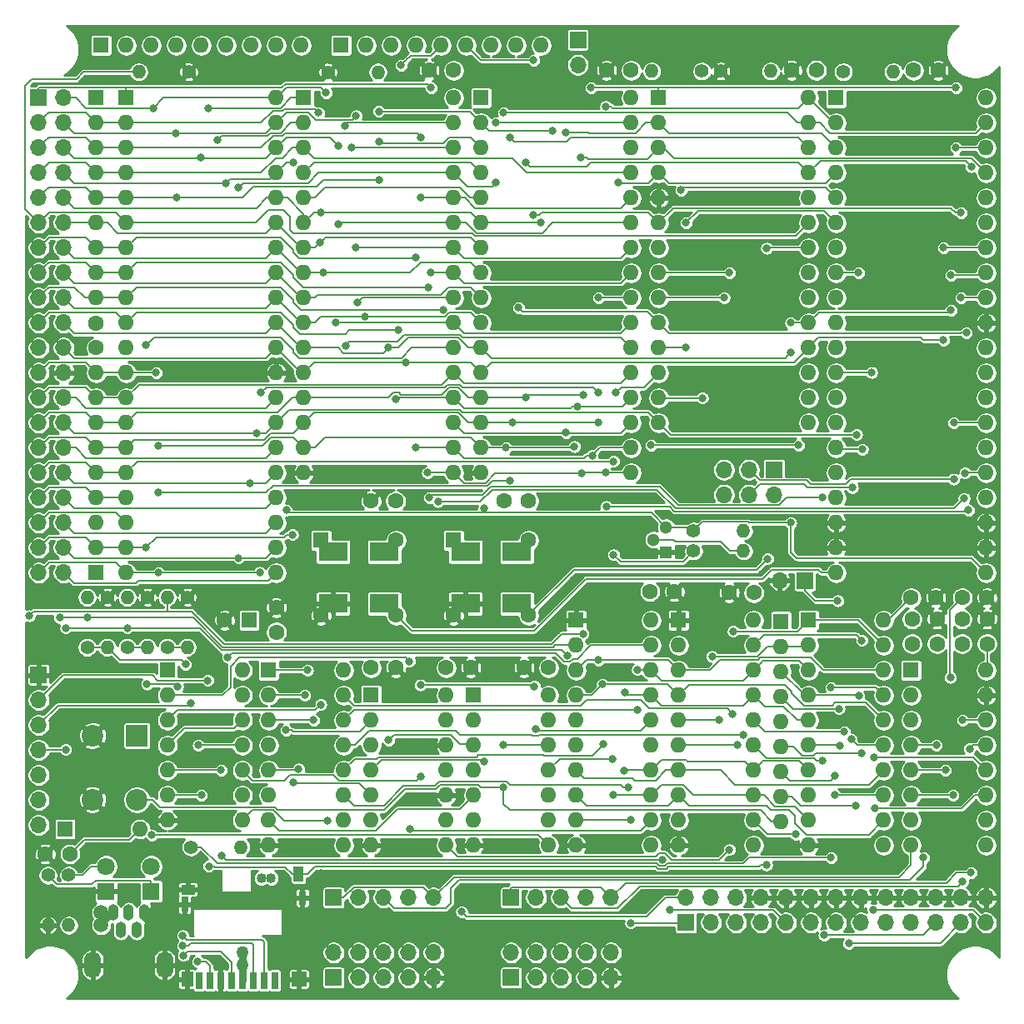
<source format=gtl>
G04 #@! TF.GenerationSoftware,KiCad,Pcbnew,5.1.5+dfsg1-2build2*
G04 #@! TF.CreationDate,2022-07-30T09:35:00-05:00*
G04 #@! TF.ProjectId,2063-Z80,32303633-2d5a-4383-902e-6b696361645f,4.3*
G04 #@! TF.SameCoordinates,Original*
G04 #@! TF.FileFunction,Copper,L1,Top*
G04 #@! TF.FilePolarity,Positive*
%FSLAX46Y46*%
G04 Gerber Fmt 4.6, Leading zero omitted, Abs format (unit mm)*
G04 Created by KiCad (PCBNEW 5.1.5+dfsg1-2build2) date 2022-07-30 09:35:00*
%MOMM*%
%LPD*%
G04 APERTURE LIST*
%ADD10O,1.400000X1.400000*%
%ADD11C,1.400000*%
%ADD12O,1.700000X1.700000*%
%ADD13R,1.700000X1.700000*%
%ADD14R,1.600000X1.600000*%
%ADD15O,1.600000X1.600000*%
%ADD16R,3.000000X1.980000*%
%ADD17C,1.600000*%
%ADD18R,1.300000X1.300000*%
%ADD19C,1.300000*%
%ADD20O,1.700000X2.700000*%
%ADD21O,1.100000X1.650000*%
%ADD22C,1.800000*%
%ADD23R,1.800000X1.800000*%
%ADD24C,2.200000*%
%ADD25R,2.200000X2.200000*%
%ADD26R,1.000000X1.550000*%
%ADD27R,1.500000X1.500000*%
%ADD28R,0.700000X1.750000*%
%ADD29R,0.800000X1.400000*%
%ADD30R,1.450000X1.000000*%
%ADD31R,0.800000X1.500000*%
%ADD32R,1.300000X1.500000*%
%ADD33C,0.800000*%
%ADD34C,1.498600*%
%ADD35C,1.016000*%
%ADD36C,1.270000*%
%ADD37C,0.381000*%
%ADD38C,0.152400*%
%ADD39C,1.000000*%
%ADD40C,0.700000*%
%ADD41C,0.762000*%
%ADD42C,0.254000*%
G04 APERTURE END LIST*
D10*
X176240440Y-55191660D03*
D11*
X171160440Y-55191660D03*
D10*
X112024160Y-55267860D03*
D11*
X117104160Y-55267860D03*
D10*
X136321800Y-55305960D03*
D11*
X131241800Y-55305960D03*
D12*
X156641800Y-54556660D03*
D13*
X156641800Y-52016660D03*
D14*
X146044920Y-118618000D03*
D15*
X153664920Y-133858000D03*
X146044920Y-121158000D03*
X153664920Y-131318000D03*
X146044920Y-123698000D03*
X153664920Y-128778000D03*
X146044920Y-126238000D03*
X153664920Y-126238000D03*
X146044920Y-128778000D03*
X153664920Y-123698000D03*
X146044920Y-131318000D03*
X153664920Y-121158000D03*
X146044920Y-133858000D03*
X153664920Y-118618000D03*
D12*
X177165000Y-106959400D03*
D13*
X179705000Y-106959400D03*
D10*
X164152580Y-55194200D03*
D11*
X169232580Y-55194200D03*
D10*
X188696600Y-55270400D03*
D11*
X183616600Y-55270400D03*
D16*
X131766000Y-109310000D03*
X131766000Y-104050000D03*
X136966000Y-109310000D03*
X136966000Y-104050000D03*
D17*
X130556000Y-110490000D03*
X138176000Y-110490000D03*
X138176000Y-102870000D03*
D14*
X130556000Y-102870000D03*
D16*
X145228000Y-109310000D03*
X145228000Y-104050000D03*
X150428000Y-109310000D03*
X150428000Y-104050000D03*
D17*
X144018000Y-110490000D03*
X151638000Y-110490000D03*
X151638000Y-102870000D03*
D14*
X144018000Y-102870000D03*
D10*
X104902000Y-141986000D03*
D11*
X104902000Y-136906000D03*
D15*
X122555000Y-116078000D03*
X114935000Y-131318000D03*
X122555000Y-118618000D03*
X114935000Y-128778000D03*
X122555000Y-121158000D03*
X114935000Y-126238000D03*
X122555000Y-123698000D03*
X114935000Y-123698000D03*
X122555000Y-126238000D03*
X114935000Y-121158000D03*
X122555000Y-128778000D03*
X114935000Y-118618000D03*
X122555000Y-131318000D03*
D14*
X114935000Y-116078000D03*
D18*
X165608000Y-104089200D03*
D19*
X165608000Y-101549200D03*
X164338000Y-102809200D03*
D12*
X171488100Y-98234500D03*
X171488100Y-95694500D03*
X174028100Y-98234500D03*
X174028100Y-95694500D03*
X176568100Y-98234500D03*
D13*
X176568100Y-95694500D03*
D17*
X126009400Y-109717200D03*
X126009400Y-112217200D03*
X120740800Y-110998000D03*
D14*
X123240800Y-110998000D03*
D12*
X101854000Y-131800600D03*
X101854000Y-129260600D03*
X101854000Y-126720600D03*
X101854000Y-124180600D03*
X101854000Y-121640600D03*
X101854000Y-119100600D03*
D13*
X101854000Y-116560600D03*
D14*
X135636000Y-118618000D03*
D15*
X143256000Y-133858000D03*
X135636000Y-121158000D03*
X143256000Y-131318000D03*
X135636000Y-123698000D03*
X143256000Y-128778000D03*
X135636000Y-126238000D03*
X143256000Y-126238000D03*
X135636000Y-128778000D03*
X143256000Y-123698000D03*
X135636000Y-131318000D03*
X143256000Y-121158000D03*
X135636000Y-133858000D03*
X143256000Y-118618000D03*
X144018000Y-57912000D03*
X128778000Y-96012000D03*
X144018000Y-60452000D03*
X128778000Y-93472000D03*
X144018000Y-62992000D03*
X128778000Y-90932000D03*
X144018000Y-65532000D03*
X128778000Y-88392000D03*
X144018000Y-68072000D03*
X128778000Y-85852000D03*
X144018000Y-70612000D03*
X128778000Y-83312000D03*
X144018000Y-73152000D03*
X128778000Y-80772000D03*
X144018000Y-75692000D03*
X128778000Y-78232000D03*
X144018000Y-78232000D03*
X128778000Y-75692000D03*
X144018000Y-80772000D03*
X128778000Y-73152000D03*
X144018000Y-83312000D03*
X128778000Y-70612000D03*
X144018000Y-85852000D03*
X128778000Y-68072000D03*
X144018000Y-88392000D03*
X128778000Y-65532000D03*
X144018000Y-90932000D03*
X128778000Y-62992000D03*
X144018000Y-93472000D03*
X128778000Y-60452000D03*
X144018000Y-96012000D03*
D14*
X128778000Y-57912000D03*
D10*
X173482000Y-103962200D03*
D11*
X168402000Y-103962200D03*
D10*
X173482000Y-101930200D03*
D11*
X168402000Y-101930200D03*
D17*
X135625200Y-98882200D03*
X138125200Y-98882200D03*
D10*
X102793800Y-141986000D03*
D11*
X102793800Y-136906000D03*
D10*
X122402600Y-134035800D03*
D11*
X117322600Y-134035800D03*
D10*
X114909600Y-108661200D03*
D11*
X114909600Y-113741200D03*
D10*
X110845600Y-108661200D03*
D11*
X110845600Y-113741200D03*
D10*
X116941600Y-113741200D03*
D11*
X116941600Y-108661200D03*
D10*
X112877600Y-113741200D03*
D11*
X112877600Y-108661200D03*
D10*
X108813600Y-113741200D03*
D11*
X108813600Y-108661200D03*
D10*
X106781600Y-108661200D03*
D11*
X106781600Y-113741200D03*
D15*
X128524000Y-52578000D03*
X125984000Y-52578000D03*
X123444000Y-52578000D03*
X120904000Y-52578000D03*
X118364000Y-52578000D03*
X115824000Y-52578000D03*
X113284000Y-52578000D03*
X110744000Y-52578000D03*
D14*
X108204000Y-52578000D03*
D15*
X107696000Y-78232000D03*
X107696000Y-75692000D03*
X107696000Y-73152000D03*
X107696000Y-70612000D03*
X107696000Y-68072000D03*
X107696000Y-65532000D03*
X107696000Y-62992000D03*
X107696000Y-60452000D03*
D14*
X107696000Y-57912000D03*
D15*
X107696000Y-85852000D03*
X107696000Y-88392000D03*
X107696000Y-90932000D03*
X107696000Y-93472000D03*
X107696000Y-96012000D03*
X107696000Y-98552000D03*
X107696000Y-101092000D03*
X107696000Y-103632000D03*
D14*
X107696000Y-106172000D03*
D15*
X198120000Y-116078000D03*
X190500000Y-133858000D03*
X198120000Y-118618000D03*
X190500000Y-131318000D03*
X198120000Y-121158000D03*
X190500000Y-128778000D03*
X198120000Y-123698000D03*
X190500000Y-126238000D03*
X198120000Y-126238000D03*
X190500000Y-123698000D03*
X198120000Y-128778000D03*
X190500000Y-121158000D03*
X198120000Y-131318000D03*
X190500000Y-118618000D03*
X198120000Y-133858000D03*
D14*
X190500000Y-116078000D03*
X104521000Y-132207000D03*
D15*
X112141000Y-132207000D03*
X162052000Y-57912000D03*
X146812000Y-96012000D03*
X162052000Y-60452000D03*
X146812000Y-93472000D03*
X162052000Y-62992000D03*
X146812000Y-90932000D03*
X162052000Y-65532000D03*
X146812000Y-88392000D03*
X162052000Y-68072000D03*
X146812000Y-85852000D03*
X162052000Y-70612000D03*
X146812000Y-83312000D03*
X162052000Y-73152000D03*
X146812000Y-80772000D03*
X162052000Y-75692000D03*
X146812000Y-78232000D03*
X162052000Y-78232000D03*
X146812000Y-75692000D03*
X162052000Y-80772000D03*
X146812000Y-73152000D03*
X162052000Y-83312000D03*
X146812000Y-70612000D03*
X162052000Y-85852000D03*
X146812000Y-68072000D03*
X162052000Y-88392000D03*
X146812000Y-65532000D03*
X162052000Y-90932000D03*
X146812000Y-62992000D03*
X162052000Y-93472000D03*
X146812000Y-60452000D03*
X162052000Y-96012000D03*
D14*
X146812000Y-57912000D03*
D12*
X141986000Y-139192000D03*
X139446000Y-139192000D03*
X136906000Y-139192000D03*
X134366000Y-139192000D03*
D13*
X131826000Y-139192000D03*
D12*
X160020000Y-139192000D03*
X157480000Y-139192000D03*
X154940000Y-139192000D03*
X152400000Y-139192000D03*
D13*
X149860000Y-139192000D03*
D12*
X141986000Y-144780000D03*
X141986000Y-147320000D03*
X139446000Y-144780000D03*
X139446000Y-147320000D03*
X136906000Y-144780000D03*
X136906000Y-147320000D03*
X134366000Y-144780000D03*
X134366000Y-147320000D03*
X131826000Y-144780000D03*
D13*
X131826000Y-147320000D03*
D12*
X160020000Y-144780000D03*
X160020000Y-147320000D03*
X157480000Y-144780000D03*
X157480000Y-147320000D03*
X154940000Y-144780000D03*
X154940000Y-147320000D03*
X152400000Y-144780000D03*
X152400000Y-147320000D03*
X149860000Y-144780000D03*
D13*
X149860000Y-147320000D03*
D15*
X177292000Y-131419600D03*
X177292000Y-128879600D03*
X177292000Y-126339600D03*
X177292000Y-123799600D03*
X177292000Y-121259600D03*
X177292000Y-118719600D03*
X177292000Y-116179600D03*
X177292000Y-113639600D03*
D14*
X177292000Y-111099600D03*
D17*
X149138000Y-98882200D03*
X151638000Y-98882200D03*
D15*
X125984000Y-57912000D03*
X110744000Y-106172000D03*
X125984000Y-60452000D03*
X110744000Y-103632000D03*
X125984000Y-62992000D03*
X110744000Y-101092000D03*
X125984000Y-65532000D03*
X110744000Y-98552000D03*
X125984000Y-68072000D03*
X110744000Y-96012000D03*
X125984000Y-70612000D03*
X110744000Y-93472000D03*
X125984000Y-73152000D03*
X110744000Y-90932000D03*
X125984000Y-75692000D03*
X110744000Y-88392000D03*
X125984000Y-78232000D03*
X110744000Y-85852000D03*
X125984000Y-80772000D03*
X110744000Y-83312000D03*
X125984000Y-83312000D03*
X110744000Y-80772000D03*
X125984000Y-85852000D03*
X110744000Y-78232000D03*
X125984000Y-88392000D03*
X110744000Y-75692000D03*
X125984000Y-90932000D03*
X110744000Y-73152000D03*
X125984000Y-93472000D03*
X110744000Y-70612000D03*
X125984000Y-96012000D03*
X110744000Y-68072000D03*
X125984000Y-98552000D03*
X110744000Y-65532000D03*
X125984000Y-101092000D03*
X110744000Y-62992000D03*
X125984000Y-103632000D03*
X110744000Y-60452000D03*
X125984000Y-106172000D03*
D14*
X110744000Y-57912000D03*
D15*
X198120000Y-57912000D03*
X182880000Y-106172000D03*
X198120000Y-60452000D03*
X182880000Y-103632000D03*
X198120000Y-62992000D03*
X182880000Y-101092000D03*
X198120000Y-65532000D03*
X182880000Y-98552000D03*
X198120000Y-68072000D03*
X182880000Y-96012000D03*
X198120000Y-70612000D03*
X182880000Y-93472000D03*
X198120000Y-73152000D03*
X182880000Y-90932000D03*
X198120000Y-75692000D03*
X182880000Y-88392000D03*
X198120000Y-78232000D03*
X182880000Y-85852000D03*
X198120000Y-80772000D03*
X182880000Y-83312000D03*
X198120000Y-83312000D03*
X182880000Y-80772000D03*
X198120000Y-85852000D03*
X182880000Y-78232000D03*
X198120000Y-88392000D03*
X182880000Y-75692000D03*
X198120000Y-90932000D03*
X182880000Y-73152000D03*
X198120000Y-93472000D03*
X182880000Y-70612000D03*
X198120000Y-96012000D03*
X182880000Y-68072000D03*
X198120000Y-98552000D03*
X182880000Y-65532000D03*
X198120000Y-101092000D03*
X182880000Y-62992000D03*
X198120000Y-103632000D03*
X182880000Y-60452000D03*
X198120000Y-106172000D03*
D14*
X182880000Y-57912000D03*
D12*
X198120000Y-139192000D03*
X198120000Y-141732000D03*
X195580000Y-139192000D03*
X195580000Y-141732000D03*
X193040000Y-139192000D03*
X193040000Y-141732000D03*
X190500000Y-139192000D03*
X190500000Y-141732000D03*
X187960000Y-139192000D03*
X187960000Y-141732000D03*
X185420000Y-139192000D03*
X185420000Y-141732000D03*
X182880000Y-139192000D03*
X182880000Y-141732000D03*
X180340000Y-139192000D03*
X180340000Y-141732000D03*
X177800000Y-139192000D03*
X177800000Y-141732000D03*
X175260000Y-139192000D03*
X175260000Y-141732000D03*
X172720000Y-139192000D03*
X172720000Y-141732000D03*
X170180000Y-139192000D03*
X170180000Y-141732000D03*
X167640000Y-139192000D03*
D13*
X167640000Y-141732000D03*
D15*
X152908000Y-52578000D03*
X150368000Y-52578000D03*
X147828000Y-52578000D03*
X145288000Y-52578000D03*
X142748000Y-52578000D03*
X140208000Y-52578000D03*
X137668000Y-52578000D03*
X135128000Y-52578000D03*
D14*
X132588000Y-52578000D03*
D20*
X114648000Y-146020000D03*
X107348000Y-146020000D03*
D21*
X111798000Y-142445000D03*
X110198000Y-142445000D03*
X112598000Y-140695000D03*
X109398000Y-140695000D03*
X110998000Y-140695000D03*
D12*
X104394000Y-106172000D03*
X101854000Y-106172000D03*
X104394000Y-103632000D03*
X101854000Y-103632000D03*
X104394000Y-101092000D03*
X101854000Y-101092000D03*
X104394000Y-98552000D03*
X101854000Y-98552000D03*
X104394000Y-96012000D03*
X101854000Y-96012000D03*
X104394000Y-93472000D03*
X101854000Y-93472000D03*
X104394000Y-90932000D03*
X101854000Y-90932000D03*
X104394000Y-88392000D03*
X101854000Y-88392000D03*
X104394000Y-85852000D03*
X101854000Y-85852000D03*
X104394000Y-83312000D03*
X101854000Y-83312000D03*
X104394000Y-80772000D03*
X101854000Y-80772000D03*
X104394000Y-78232000D03*
X101854000Y-78232000D03*
X104394000Y-75692000D03*
X101854000Y-75692000D03*
X104394000Y-73152000D03*
X101854000Y-73152000D03*
X104394000Y-70612000D03*
X101854000Y-70612000D03*
X104394000Y-68072000D03*
X101854000Y-68072000D03*
X104394000Y-65532000D03*
X101854000Y-65532000D03*
X104394000Y-62992000D03*
X101854000Y-62992000D03*
X104394000Y-60452000D03*
X101854000Y-60452000D03*
X104394000Y-57912000D03*
D13*
X101854000Y-57912000D03*
D22*
X108712000Y-136017000D03*
D23*
X108712000Y-138557000D03*
D22*
X113284000Y-136017000D03*
D23*
X113284000Y-138557000D03*
D24*
X107336200Y-122732800D03*
X107336200Y-129232800D03*
X111836200Y-129232800D03*
D25*
X111836200Y-122732800D03*
D17*
X102529000Y-134747000D03*
X105029000Y-134747000D03*
D15*
X180086000Y-57912000D03*
X164846000Y-90932000D03*
X180086000Y-60452000D03*
X164846000Y-88392000D03*
X180086000Y-62992000D03*
X164846000Y-85852000D03*
X180086000Y-65532000D03*
X164846000Y-83312000D03*
X180086000Y-68072000D03*
X164846000Y-80772000D03*
X180086000Y-70612000D03*
X164846000Y-78232000D03*
X180086000Y-73152000D03*
X164846000Y-75692000D03*
X180086000Y-75692000D03*
X164846000Y-73152000D03*
X180086000Y-78232000D03*
X164846000Y-70612000D03*
X180086000Y-80772000D03*
X164846000Y-68072000D03*
X180086000Y-83312000D03*
X164846000Y-65532000D03*
X180086000Y-85852000D03*
X164846000Y-62992000D03*
X180086000Y-88392000D03*
X164846000Y-60452000D03*
X180086000Y-90932000D03*
D14*
X164846000Y-57912000D03*
X166878000Y-110998000D03*
D15*
X174498000Y-133858000D03*
X166878000Y-113538000D03*
X174498000Y-131318000D03*
X166878000Y-116078000D03*
X174498000Y-128778000D03*
X166878000Y-118618000D03*
X174498000Y-126238000D03*
X166878000Y-121158000D03*
X174498000Y-123698000D03*
X166878000Y-123698000D03*
X174498000Y-121158000D03*
X166878000Y-126238000D03*
X174498000Y-118618000D03*
X166878000Y-128778000D03*
X174498000Y-116078000D03*
X166878000Y-131318000D03*
X174498000Y-113538000D03*
X166878000Y-133858000D03*
X174498000Y-110998000D03*
D17*
X163957000Y-108077000D03*
X166457000Y-108077000D03*
X159552000Y-55118000D03*
X162052000Y-55118000D03*
X178381020Y-55107840D03*
X180881020Y-55107840D03*
X193254000Y-55118000D03*
X190754000Y-55118000D03*
D26*
X128257000Y-136790000D03*
D27*
X128307000Y-147465000D03*
D28*
X125857000Y-147590000D03*
X124757000Y-147590000D03*
X123657000Y-147590000D03*
X122557000Y-147590000D03*
X121457000Y-147590000D03*
X120357000Y-147590000D03*
X119257000Y-147590000D03*
D29*
X128657000Y-139215000D03*
D30*
X117032000Y-138365000D03*
D31*
X116707000Y-139865000D03*
D32*
X116957000Y-147465000D03*
D28*
X118157000Y-147590000D03*
D17*
X198207000Y-108712000D03*
X195707000Y-108712000D03*
X193141600Y-110883700D03*
X193141600Y-113383700D03*
X141518000Y-55118000D03*
X144018000Y-55118000D03*
X107696000Y-80812000D03*
X107696000Y-83312000D03*
X198221600Y-110883700D03*
X198221600Y-113383700D03*
X153670000Y-115824000D03*
X151170000Y-115824000D03*
X143256000Y-115824000D03*
X145756000Y-115824000D03*
X135636000Y-115824000D03*
X138136000Y-115824000D03*
X190500000Y-108712000D03*
X193000000Y-108712000D03*
X174518320Y-108201460D03*
X172018320Y-108201460D03*
X190601600Y-110883700D03*
X190601600Y-113383700D03*
X195681600Y-110883700D03*
X195681600Y-113383700D03*
D14*
X180086000Y-110998000D03*
D15*
X187706000Y-133858000D03*
X180086000Y-113538000D03*
X187706000Y-131318000D03*
X180086000Y-116078000D03*
X187706000Y-128778000D03*
X180086000Y-118618000D03*
X187706000Y-126238000D03*
X180086000Y-121158000D03*
X187706000Y-123698000D03*
X180086000Y-123698000D03*
X187706000Y-121158000D03*
X180086000Y-126238000D03*
X187706000Y-118618000D03*
X180086000Y-128778000D03*
X187706000Y-116078000D03*
X180086000Y-131318000D03*
X187706000Y-113538000D03*
X180086000Y-133858000D03*
X187706000Y-110998000D03*
D14*
X156464000Y-110998000D03*
D15*
X164084000Y-133858000D03*
X156464000Y-113538000D03*
X164084000Y-131318000D03*
X156464000Y-116078000D03*
X164084000Y-128778000D03*
X156464000Y-118618000D03*
X164084000Y-126238000D03*
X156464000Y-121158000D03*
X164084000Y-123698000D03*
X156464000Y-123698000D03*
X164084000Y-121158000D03*
X156464000Y-126238000D03*
X164084000Y-118618000D03*
X156464000Y-128778000D03*
X164084000Y-116078000D03*
X156464000Y-131318000D03*
X164084000Y-113538000D03*
X156464000Y-133858000D03*
X164084000Y-110998000D03*
D14*
X125222000Y-116078000D03*
D15*
X132842000Y-133858000D03*
X125222000Y-118618000D03*
X132842000Y-131318000D03*
X125222000Y-121158000D03*
X132842000Y-128778000D03*
X125222000Y-123698000D03*
X132842000Y-126238000D03*
X125222000Y-126238000D03*
X132842000Y-123698000D03*
X125222000Y-128778000D03*
X132842000Y-121158000D03*
X125222000Y-131318000D03*
X132842000Y-118618000D03*
X125222000Y-133858000D03*
X132842000Y-116078000D03*
D33*
X120345200Y-148945600D03*
D34*
X113792000Y-141986000D03*
X113792000Y-140716000D03*
D33*
X120237963Y-146272952D03*
X156210000Y-106883200D03*
X179628800Y-102565200D03*
X170815000Y-104114600D03*
X139852400Y-98831400D03*
X159893000Y-98475800D03*
X177266600Y-136398000D03*
X163626800Y-139014200D03*
X146202400Y-138734800D03*
X143179800Y-136779000D03*
X130810000Y-142036800D03*
X130505200Y-136728200D03*
X101320600Y-108889800D03*
X178607720Y-70586600D03*
X177350420Y-102616000D03*
X178452780Y-86288880D03*
X184414160Y-106098340D03*
X193979800Y-126238000D03*
X193065400Y-123698000D03*
X194767200Y-128778000D03*
X194487800Y-116814600D03*
D34*
X108204000Y-141986000D03*
X108204000Y-140716000D03*
D35*
X124485400Y-137210800D03*
X125476000Y-137210800D03*
D33*
X113525399Y-58940601D03*
X131064000Y-57404000D03*
X132080002Y-80772000D03*
X150622000Y-79248000D03*
X114046000Y-98044000D03*
X114046000Y-106172000D03*
X124326610Y-106141711D03*
X196113389Y-81788000D03*
X149759227Y-96780390D03*
X115811399Y-61480601D03*
X134112000Y-73152000D03*
X134112000Y-59740804D03*
X112776000Y-83058000D03*
X112776000Y-103632000D03*
X127762000Y-127508000D03*
X127641211Y-102307559D03*
X118364000Y-64008000D03*
X132314990Y-70705847D03*
X132314990Y-62809162D03*
X120891399Y-66560601D03*
X127762000Y-64450078D03*
X128270000Y-126117390D03*
X152908000Y-70612000D03*
X130556000Y-69596000D03*
X129794000Y-121158000D03*
X167132000Y-67310000D03*
X160528000Y-87884000D03*
X160261391Y-94855944D03*
X130435211Y-72644000D03*
X128898610Y-118618000D03*
X149739390Y-61976000D03*
X149993390Y-90932000D03*
X158750000Y-90932000D03*
X159137390Y-117501343D03*
X130740022Y-75692000D03*
X129165390Y-116078000D03*
X196614756Y-64915746D03*
X151384000Y-64516000D03*
X151384000Y-88392000D03*
X157226000Y-88138000D03*
X158730833Y-115062132D03*
X160782000Y-66548000D03*
X162680610Y-116023754D03*
X135007398Y-80130602D03*
X113792000Y-85852000D03*
X114021098Y-93300611D03*
X149098000Y-59436000D03*
X149352000Y-93472000D03*
X156286200Y-93345000D03*
X194564000Y-79502000D03*
X194564000Y-75946000D03*
X137414000Y-83312000D03*
X178269900Y-80771998D03*
X178282600Y-83820000D03*
X193802000Y-82550000D03*
X193802000Y-73152000D03*
X139192000Y-84836000D03*
X156971993Y-64007993D03*
X138684000Y-54610000D03*
X138176000Y-88512610D03*
X156597390Y-89274789D03*
X138430000Y-81534000D03*
X161461421Y-118332071D03*
X155448000Y-61468000D03*
X155448000Y-91948000D03*
X142939339Y-79439330D03*
X161328457Y-126276457D03*
X159474913Y-58794789D03*
X141478000Y-77216000D03*
X141357390Y-96012000D03*
X159461200Y-96012000D03*
X157048200Y-96062802D03*
X185166000Y-75692000D03*
X123964601Y-91960601D03*
X184968067Y-92131078D03*
X195072000Y-56896000D03*
X195072000Y-62992000D03*
X157988000Y-56896000D03*
X140208000Y-74168000D03*
X140208000Y-93472000D03*
X158092871Y-94258124D03*
X160274000Y-128778000D03*
X127012601Y-99809399D03*
X147116800Y-99593400D03*
X178282600Y-101092000D03*
X136423400Y-66268600D03*
X136448800Y-62363390D03*
X115849400Y-68072000D03*
X140716000Y-68072000D03*
X140716318Y-61906190D03*
X148336000Y-66548000D03*
X122174000Y-67056000D03*
X122161399Y-104660601D03*
X148336000Y-60452000D03*
X130289399Y-59423399D03*
X195580000Y-69596000D03*
X195580000Y-78232000D03*
X152146000Y-69850000D03*
X152146000Y-54102000D03*
X124460000Y-87884000D03*
X158750000Y-87884000D03*
X158750000Y-78232000D03*
X127000000Y-122173994D03*
X141732000Y-56896000D03*
X141732000Y-75692000D03*
D36*
X122555000Y-146050000D03*
X122520553Y-144741910D03*
D33*
X123335991Y-97040601D03*
X134239000Y-78740000D03*
X133038810Y-83072793D03*
X137414000Y-123189980D03*
X147078601Y-125342610D03*
X161975801Y-131318000D03*
X162001200Y-141757400D03*
X144830800Y-140614400D03*
X178790600Y-132740400D03*
X171018200Y-121158002D03*
X181480762Y-125291810D03*
X172840610Y-123679612D03*
X183730900Y-122326400D03*
X165989000Y-140462000D03*
X185502590Y-113046381D03*
X185446431Y-124498692D03*
X170288009Y-114681000D03*
X186639200Y-140436600D03*
X185197779Y-118694200D03*
X184175400Y-143840200D03*
X183280010Y-123737318D03*
X183178410Y-119985542D03*
X181660800Y-143002000D03*
X182372000Y-135128000D03*
X182372000Y-117856000D03*
X118022599Y-145683199D03*
X117322600Y-119430800D03*
X196596000Y-136652000D03*
X196443600Y-124053600D03*
X195732400Y-121158000D03*
X195732400Y-137541002D03*
X191770000Y-135128000D03*
X185547000Y-93624400D03*
X186817000Y-130124200D03*
X184531000Y-97536000D03*
X186486800Y-85826600D03*
X186759810Y-124942600D03*
X194843400Y-90932000D03*
X194835780Y-96664780D03*
X167640000Y-70612000D03*
X167640000Y-83312000D03*
X184861200Y-129819400D03*
X175815489Y-135864611D03*
X119036999Y-117106599D03*
X119136197Y-135990350D03*
X184440366Y-123100343D03*
X116763800Y-115468400D03*
X116490790Y-144077501D03*
X112852200Y-117475000D03*
X115959542Y-117735203D03*
X116561649Y-145069939D03*
X161798000Y-128016000D03*
X164084000Y-93218000D03*
X179070000Y-93218000D03*
X172034200Y-134315200D03*
X181483000Y-98526600D03*
X141554200Y-98552000D03*
X196342000Y-99822000D03*
X159258000Y-123571000D03*
X159537400Y-99447390D03*
X162680610Y-120122237D03*
X173456600Y-122656600D03*
X172364400Y-120497600D03*
X172427803Y-112128201D03*
X175818800Y-73190100D03*
X175920400Y-104749600D03*
X160147000Y-125094980D03*
X160274000Y-104343200D03*
X113360200Y-132842000D03*
X165201600Y-135305800D03*
X120396000Y-126238000D03*
X120408601Y-134886601D03*
X140639800Y-126873000D03*
X140639800Y-117576600D03*
X152222200Y-117703600D03*
X152349200Y-122072400D03*
X106781600Y-110737610D03*
X103987396Y-110737616D03*
X155575000Y-114604800D03*
X110845600Y-111785400D03*
X104597200Y-124129800D03*
X104597198Y-111785400D03*
X149098000Y-123698000D03*
X149098000Y-128016000D03*
X172046900Y-75692000D03*
X171500800Y-78232000D03*
X139522200Y-115163600D03*
X139547600Y-132181600D03*
X121056400Y-114757200D03*
X132943600Y-60782200D03*
X130530600Y-119557800D03*
X133629400Y-62992000D03*
X131216400Y-131343400D03*
X120015000Y-62230000D03*
X118370390Y-128778000D03*
X119100600Y-58978800D03*
X118059200Y-123698004D03*
X116490788Y-143049936D03*
X157170714Y-112384940D03*
X100888800Y-110540800D03*
X169291000Y-88417400D03*
X182797951Y-128777018D03*
X182797532Y-126822200D03*
X183032400Y-109016800D03*
X142443200Y-98933000D03*
X195983860Y-96019620D03*
X195892420Y-98615500D03*
X136408160Y-59283600D03*
X154028039Y-61251999D03*
D37*
X120357000Y-147590000D02*
X120357000Y-146112600D01*
X120357000Y-147590000D02*
X120357000Y-148959200D01*
D38*
X120237963Y-146231637D02*
X120237963Y-146272952D01*
X120357000Y-146112600D02*
X120237963Y-146231637D01*
X145355000Y-109259200D02*
X145248800Y-109259200D01*
X131685200Y-109360800D02*
X130556000Y-110490000D01*
X131766000Y-109360800D02*
X131685200Y-109360800D01*
D39*
X112598000Y-140970000D02*
X113157000Y-141529000D01*
X113157000Y-141529000D02*
X113157000Y-142900400D01*
D38*
X190500000Y-126238000D02*
X193979800Y-126238000D01*
X190500000Y-123698000D02*
X193065400Y-123698000D01*
X190500000Y-128778000D02*
X194767200Y-128778000D01*
X194462400Y-116789200D02*
X194487800Y-116814600D01*
X194462400Y-109956600D02*
X194462400Y-116789200D01*
X195707000Y-108712000D02*
X194462400Y-109956600D01*
X188214000Y-110998000D02*
X187706000Y-110998000D01*
X190500000Y-108712000D02*
X188214000Y-110998000D01*
X198221600Y-115976400D02*
X198120000Y-116078000D01*
X198221600Y-113383700D02*
X198221600Y-115976400D01*
X150555000Y-103953000D02*
X150555000Y-103999200D01*
X151638000Y-102870000D02*
X150555000Y-103953000D01*
X136966000Y-104080000D02*
X136966000Y-104100800D01*
X138176000Y-102870000D02*
X136966000Y-104080000D01*
D40*
X109220000Y-140970000D02*
X108204000Y-141986000D01*
X109398000Y-140970000D02*
X109220000Y-140970000D01*
D38*
X105596081Y-57912000D02*
X106624682Y-58940601D01*
X104394000Y-57912000D02*
X105596081Y-57912000D01*
X106624682Y-58940601D02*
X113525399Y-58940601D01*
X161252001Y-81571999D02*
X162052000Y-80772000D01*
X161023399Y-81800601D02*
X161252001Y-81571999D01*
X145046601Y-81800601D02*
X161023399Y-81800601D01*
X144018000Y-80772000D02*
X145046601Y-81800601D01*
X130543399Y-56883399D02*
X127012601Y-56883399D01*
X131064000Y-57404000D02*
X130543399Y-56883399D01*
X126783999Y-57112001D02*
X125984000Y-57912000D01*
X127012601Y-56883399D02*
X126783999Y-57112001D01*
X144018000Y-80772000D02*
X132080002Y-80772000D01*
X113525399Y-58940601D02*
X114554000Y-57912000D01*
X114554000Y-57912000D02*
X125984000Y-57912000D01*
X109944001Y-105372001D02*
X110744000Y-106172000D01*
X109665399Y-105093399D02*
X109944001Y-105372001D01*
X102932601Y-105093399D02*
X109665399Y-105093399D01*
X101854000Y-106172000D02*
X102932601Y-105093399D01*
X164046001Y-79972001D02*
X164846000Y-80772000D01*
X163721999Y-79647999D02*
X164046001Y-79972001D01*
X151021999Y-79647999D02*
X163721999Y-79647999D01*
X150622000Y-79248000D02*
X151021999Y-79647999D01*
X114046000Y-106172000D02*
X110744000Y-106172000D01*
X124296321Y-106172000D02*
X124326610Y-106141711D01*
X114046000Y-106172000D02*
X124296321Y-106172000D01*
X165874601Y-81800601D02*
X195535103Y-81800601D01*
X195535103Y-81800601D02*
X195547704Y-81788000D01*
X195547704Y-81788000D02*
X196113389Y-81788000D01*
X164846000Y-80772000D02*
X165874601Y-81800601D01*
X147997007Y-96780390D02*
X149759227Y-96780390D01*
X147419758Y-97357639D02*
X147997007Y-96780390D01*
X125656031Y-97357639D02*
X147419758Y-97357639D01*
X114046000Y-98044000D02*
X124969670Y-98044000D01*
X124969670Y-98044000D02*
X125656031Y-97357639D01*
X125984000Y-60452000D02*
X124955399Y-61480601D01*
X124955399Y-61480601D02*
X105422601Y-61480601D01*
X105422601Y-61480601D02*
X105243999Y-61301999D01*
X105243999Y-61301999D02*
X104394000Y-60452000D01*
X144018000Y-73152000D02*
X134112000Y-73152000D01*
X161252001Y-73951999D02*
X162052000Y-73152000D01*
X161023399Y-74180601D02*
X161252001Y-73951999D01*
X145046601Y-74180601D02*
X161023399Y-74180601D01*
X144018000Y-73152000D02*
X145046601Y-74180601D01*
X133712001Y-60140803D02*
X134112000Y-59740804D01*
X129989133Y-60140803D02*
X133712001Y-60140803D01*
X129271729Y-59423399D02*
X129989133Y-60140803D01*
X127012601Y-59423399D02*
X129271729Y-59423399D01*
X125984000Y-60452000D02*
X127012601Y-59423399D01*
X110744000Y-103632000D02*
X107696000Y-103632000D01*
X106896001Y-102832001D02*
X107696000Y-103632000D01*
X106617399Y-102553399D02*
X106896001Y-102832001D01*
X102932601Y-102553399D02*
X106617399Y-102553399D01*
X101854000Y-103632000D02*
X102932601Y-102553399D01*
X112776000Y-103632000D02*
X110744000Y-103632000D01*
X139785670Y-83312000D02*
X138757069Y-84340601D01*
X113175999Y-82658001D02*
X112776000Y-83058000D01*
X144018000Y-83312000D02*
X139785670Y-83312000D01*
X126477729Y-82283399D02*
X113550601Y-82283399D01*
X138757069Y-84340601D02*
X128284271Y-84340601D01*
X127749399Y-83805729D02*
X127749399Y-83555069D01*
X128284271Y-84340601D02*
X127749399Y-83805729D01*
X127749399Y-83555069D02*
X126477729Y-82283399D01*
X113550601Y-82283399D02*
X113175999Y-82658001D01*
X113846973Y-102561027D02*
X126822058Y-102561027D01*
X112776000Y-103632000D02*
X113846973Y-102561027D01*
X126822058Y-102561027D02*
X127075526Y-102307559D01*
X127075526Y-102307559D02*
X127641211Y-102307559D01*
X127825412Y-127571412D02*
X134429412Y-127571412D01*
X127762000Y-127508000D02*
X127825412Y-127571412D01*
X134429412Y-127571412D02*
X135636000Y-128778000D01*
X105243999Y-63841999D02*
X104394000Y-62992000D01*
X105422601Y-64020601D02*
X105243999Y-63841999D01*
X124955399Y-64020601D02*
X105422601Y-64020601D01*
X125984000Y-62992000D02*
X124955399Y-64020601D01*
X132408837Y-70612000D02*
X132314990Y-70705847D01*
X125984000Y-62992000D02*
X127012601Y-61963399D01*
X144018000Y-70612000D02*
X132408837Y-70612000D01*
X127012601Y-61963399D02*
X131469227Y-61963399D01*
X131469227Y-61963399D02*
X132314990Y-62809162D01*
X154076400Y-70612000D02*
X162052000Y-70612000D01*
X146318270Y-71640601D02*
X153047799Y-71640601D01*
X153047799Y-71640601D02*
X154076400Y-70612000D01*
X145289669Y-70612000D02*
X146318270Y-71640601D01*
X144018000Y-70612000D02*
X145289669Y-70612000D01*
X104394000Y-65532000D02*
X105422601Y-66560601D01*
X105422601Y-66560601D02*
X120891399Y-66560601D01*
X120891399Y-66560601D02*
X121291398Y-66160602D01*
X121291398Y-66160602D02*
X125355398Y-66160602D01*
X125355398Y-66160602D02*
X125984000Y-65532000D01*
X125984000Y-65532000D02*
X127065922Y-64450078D01*
X127065922Y-64450078D02*
X127762000Y-64450078D01*
X128149390Y-126238000D02*
X128270000Y-126117390D01*
X125222000Y-126238000D02*
X128149390Y-126238000D01*
X129909370Y-68072000D02*
X130937971Y-67043399D01*
X128778000Y-68072000D02*
X129909370Y-68072000D01*
X144652029Y-67043399D02*
X145680630Y-68072000D01*
X145680630Y-68072000D02*
X146812000Y-68072000D01*
X130937971Y-67043399D02*
X144652029Y-67043399D01*
X146012001Y-69812001D02*
X146812000Y-70612000D01*
X145783399Y-69583399D02*
X146012001Y-69812001D01*
X128778000Y-70612000D02*
X129806601Y-69583399D01*
X146812000Y-70612000D02*
X152908000Y-70612000D01*
X128778000Y-69734630D02*
X128778000Y-70612000D01*
X125984000Y-68072000D02*
X127115370Y-68072000D01*
X127115370Y-68072000D02*
X128778000Y-69734630D01*
X130568601Y-69583399D02*
X130556000Y-69596000D01*
X129806601Y-69583399D02*
X130568601Y-69583399D01*
X130568601Y-69583399D02*
X145783399Y-69583399D01*
X129794000Y-121158000D02*
X125222000Y-121158000D01*
X125044200Y-68072000D02*
X125984000Y-68072000D01*
X124015599Y-69100601D02*
X125044200Y-68072000D01*
X105422601Y-69100601D02*
X124015599Y-69100601D01*
X104394000Y-68072000D02*
X105422601Y-69100601D01*
X106896001Y-95212001D02*
X107696000Y-96012000D01*
X106617399Y-94933399D02*
X106896001Y-95212001D01*
X102932601Y-94933399D02*
X106617399Y-94933399D01*
X101854000Y-96012000D02*
X102932601Y-94933399D01*
X107696000Y-96012000D02*
X110744000Y-96012000D01*
X167398601Y-67043399D02*
X167132000Y-67310000D01*
X181851399Y-67043399D02*
X167398601Y-67043399D01*
X182880000Y-68072000D02*
X181851399Y-67043399D01*
X163334601Y-87363399D02*
X164046001Y-86651999D01*
X161048601Y-87363399D02*
X163334601Y-87363399D01*
X164046001Y-86651999D02*
X164846000Y-85852000D01*
X160528000Y-87884000D02*
X161048601Y-87363399D01*
X159657259Y-94894391D02*
X159695706Y-94855944D01*
X159695706Y-94855944D02*
X160261391Y-94855944D01*
X110744000Y-96012000D02*
X111861609Y-94894391D01*
X111861609Y-94894391D02*
X159657259Y-94894391D01*
X105596081Y-70612000D02*
X107696000Y-70612000D01*
X104394000Y-70612000D02*
X105596081Y-70612000D01*
X125184001Y-71411999D02*
X125984000Y-70612000D01*
X124955399Y-71640601D02*
X125184001Y-71411999D01*
X109855971Y-71640601D02*
X124955399Y-71640601D01*
X108827370Y-70612000D02*
X109855971Y-71640601D01*
X107696000Y-70612000D02*
X108827370Y-70612000D01*
X128524000Y-73152000D02*
X128778000Y-73152000D01*
X125984000Y-70612000D02*
X128524000Y-73152000D01*
X125222000Y-118618000D02*
X125222000Y-118364000D01*
X128778000Y-73152000D02*
X129927211Y-73152000D01*
X146812000Y-73152000D02*
X145783399Y-72123399D01*
X130835210Y-72244001D02*
X130435211Y-72644000D01*
X145783399Y-72123399D02*
X130955812Y-72123399D01*
X130035212Y-73043999D02*
X130435211Y-72644000D01*
X129927211Y-73152000D02*
X130035212Y-73043999D01*
X130955812Y-72123399D02*
X130835210Y-72244001D01*
X125222000Y-118618000D02*
X128898610Y-118618000D01*
X109612630Y-93472000D02*
X107696000Y-93472000D01*
X110744000Y-93472000D02*
X109612630Y-93472000D01*
X106896001Y-92672001D02*
X107696000Y-93472000D01*
X106617399Y-92393399D02*
X106896001Y-92672001D01*
X102932601Y-92393399D02*
X106617399Y-92393399D01*
X101854000Y-93472000D02*
X102932601Y-92393399D01*
X111543999Y-92672001D02*
X124751999Y-92672001D01*
X110744000Y-93472000D02*
X111543999Y-92672001D01*
X127978001Y-91731999D02*
X128778000Y-90932000D01*
X127749399Y-91960601D02*
X127978001Y-91731999D01*
X125463399Y-91960601D02*
X127749399Y-91960601D01*
X124751999Y-92672001D02*
X125463399Y-91960601D01*
X144511730Y-89903399D02*
X145540331Y-90932000D01*
X145680630Y-90932000D02*
X146812000Y-90932000D01*
X128778000Y-90932000D02*
X129806601Y-89903399D01*
X145540331Y-90932000D02*
X145680630Y-90932000D01*
X129806601Y-89903399D02*
X144511730Y-89903399D01*
X180086000Y-62992000D02*
X179057399Y-61963399D01*
X155882933Y-61963399D02*
X155470333Y-62375999D01*
X179057399Y-61963399D02*
X155882933Y-61963399D01*
X150139389Y-62375999D02*
X149739390Y-61976000D01*
X155470333Y-62375999D02*
X150139389Y-62375999D01*
X146812000Y-90932000D02*
X149993390Y-90932000D01*
X149993390Y-90932000D02*
X158750000Y-90932000D01*
X156464000Y-118618000D02*
X158020733Y-118618000D01*
X158020733Y-118618000D02*
X159137390Y-117501343D01*
X166878000Y-118618000D02*
X165761343Y-117501343D01*
X165761343Y-117501343D02*
X159137390Y-117501343D01*
X182485408Y-119646601D02*
X182775068Y-119356941D01*
X177684129Y-117589399D02*
X178320601Y-118225871D01*
X182775068Y-119356941D02*
X185904941Y-119356941D01*
X179592271Y-119646601D02*
X182485408Y-119646601D01*
X166878000Y-118618000D02*
X167906601Y-117589399D01*
X186906001Y-120358001D02*
X187706000Y-121158000D01*
X178320601Y-118374931D02*
X179592271Y-119646601D01*
X167906601Y-117589399D02*
X177684129Y-117589399D01*
X178320601Y-118225871D02*
X178320601Y-118374931D01*
X185904941Y-119356941D02*
X186906001Y-120358001D01*
X125184001Y-73951999D02*
X125984000Y-73152000D01*
X124955399Y-74180601D02*
X125184001Y-73951999D01*
X105422601Y-74180601D02*
X124955399Y-74180601D01*
X104394000Y-73152000D02*
X105422601Y-74180601D01*
X128524000Y-75692000D02*
X128778000Y-75692000D01*
X125984000Y-73152000D02*
X128524000Y-75692000D01*
X128778000Y-75692000D02*
X130740022Y-75692000D01*
X131305707Y-75692000D02*
X130740022Y-75692000D01*
X146812000Y-75692000D02*
X145783399Y-74663399D01*
X139614332Y-75692000D02*
X131305707Y-75692000D01*
X140642933Y-74663399D02*
X139614332Y-75692000D01*
X145783399Y-74663399D02*
X140642933Y-74663399D01*
X125222000Y-116078000D02*
X129165390Y-116078000D01*
X168009370Y-116078000D02*
X166878000Y-116078000D01*
X187706000Y-116078000D02*
X181608330Y-116078000D01*
X180338330Y-114808000D02*
X175181396Y-114808000D01*
X181608330Y-116078000D02*
X180338330Y-114808000D01*
X175181396Y-114808000D02*
X174978196Y-115011200D01*
X170018130Y-116078000D02*
X168009370Y-116078000D01*
X171084930Y-115011200D02*
X170018130Y-116078000D01*
X174978196Y-115011200D02*
X171084930Y-115011200D01*
X106896001Y-90132001D02*
X107696000Y-90932000D01*
X106617399Y-89853399D02*
X106896001Y-90132001D01*
X102932601Y-89853399D02*
X106617399Y-89853399D01*
X101854000Y-90932000D02*
X102932601Y-89853399D01*
X108827370Y-90932000D02*
X110744000Y-90932000D01*
X107696000Y-90932000D02*
X108827370Y-90932000D01*
X196214757Y-64515747D02*
X196614756Y-64915746D01*
X180086000Y-65532000D02*
X181292588Y-64325412D01*
X181292588Y-64325412D02*
X196024422Y-64325412D01*
X196024422Y-64325412D02*
X196214757Y-64515747D01*
X151384000Y-88392000D02*
X146812000Y-88392000D01*
X180086000Y-65532000D02*
X179057399Y-64503399D01*
X179057399Y-64503399D02*
X157914933Y-64503399D01*
X157914933Y-64503399D02*
X157502333Y-64915999D01*
X157502333Y-64915999D02*
X151783999Y-64915999D01*
X151783999Y-64915999D02*
X151384000Y-64516000D01*
X111772601Y-89903399D02*
X126135231Y-89903399D01*
X110744000Y-90932000D02*
X111772601Y-89903399D01*
X127646630Y-88392000D02*
X128778000Y-88392000D01*
X126135231Y-89903399D02*
X127646630Y-88392000D01*
X151638000Y-88138000D02*
X151384000Y-88392000D01*
X157226000Y-88138000D02*
X151638000Y-88138000D01*
X144511729Y-87363399D02*
X145540330Y-88392000D01*
X143524271Y-87363399D02*
X144511729Y-87363399D01*
X142800480Y-88087190D02*
X143524271Y-87363399D01*
X138477729Y-87884009D02*
X138680910Y-88087190D01*
X137874271Y-87884009D02*
X138477729Y-87884009D01*
X145540330Y-88392000D02*
X146812000Y-88392000D01*
X138680910Y-88087190D02*
X142800480Y-88087190D01*
X137366280Y-88392000D02*
X137874271Y-87884009D01*
X128778000Y-88392000D02*
X137366280Y-88392000D01*
X157508706Y-115033294D02*
X157263999Y-115278001D01*
X165833294Y-115033294D02*
X157508706Y-115033294D01*
X157263999Y-115278001D02*
X156464000Y-116078000D01*
X166878000Y-116078000D02*
X165833294Y-115033294D01*
X125184001Y-76491999D02*
X125984000Y-75692000D01*
X124955399Y-76720601D02*
X125184001Y-76491999D01*
X105422601Y-76720601D02*
X124955399Y-76720601D01*
X104394000Y-75692000D02*
X105422601Y-76720601D01*
X128524000Y-78232000D02*
X128778000Y-78232000D01*
X125984000Y-75692000D02*
X128524000Y-78232000D01*
X143445667Y-77203399D02*
X145783399Y-77203399D01*
X128778000Y-78232000D02*
X129909370Y-78232000D01*
X142721877Y-77927189D02*
X143445667Y-77203399D01*
X130214181Y-77927189D02*
X142721877Y-77927189D01*
X145783399Y-77203399D02*
X146012001Y-77432001D01*
X129909370Y-78232000D02*
X130214181Y-77927189D01*
X146012001Y-77432001D02*
X146812000Y-78232000D01*
X175297999Y-115278001D02*
X174498000Y-116078000D01*
X175425001Y-115150999D02*
X175297999Y-115278001D01*
X179158999Y-115150999D02*
X175425001Y-115150999D01*
X180086000Y-116078000D02*
X179158999Y-115150999D01*
X164883999Y-116877999D02*
X164084000Y-116078000D01*
X165112601Y-117106601D02*
X164883999Y-116877999D01*
X173469399Y-117106601D02*
X165112601Y-117106601D01*
X174498000Y-116078000D02*
X173469399Y-117106601D01*
X110744000Y-88392000D02*
X107696000Y-88392000D01*
X106896001Y-87592001D02*
X107696000Y-88392000D01*
X106617399Y-87313399D02*
X106896001Y-87592001D01*
X102932601Y-87313399D02*
X106617399Y-87313399D01*
X101854000Y-88392000D02*
X102932601Y-87313399D01*
X161252001Y-86651999D02*
X162052000Y-85852000D01*
X161023399Y-86880601D02*
X161252001Y-86651999D01*
X145046601Y-86880601D02*
X161023399Y-86880601D01*
X144018000Y-85852000D02*
X145046601Y-86880601D01*
X182080001Y-66331999D02*
X182880000Y-65532000D01*
X181851399Y-66560601D02*
X182080001Y-66331999D01*
X165874601Y-66560601D02*
X181851399Y-66560601D01*
X164846000Y-65532000D02*
X165874601Y-66560601D01*
X160794601Y-66560601D02*
X160782000Y-66548000D01*
X163817399Y-66560601D02*
X160794601Y-66560601D01*
X164846000Y-65532000D02*
X163817399Y-66560601D01*
X143218001Y-86651999D02*
X144018000Y-85852000D01*
X142811411Y-87058589D02*
X143218001Y-86651999D01*
X112077411Y-87058589D02*
X142811411Y-87058589D01*
X110744000Y-88392000D02*
X112077411Y-87058589D01*
X162734856Y-116078000D02*
X162680610Y-116023754D01*
X164084000Y-116078000D02*
X162734856Y-116078000D01*
X125184001Y-79031999D02*
X125984000Y-78232000D01*
X124955399Y-79260601D02*
X125184001Y-79031999D01*
X105422601Y-79260601D02*
X124955399Y-79260601D01*
X104394000Y-78232000D02*
X105422601Y-79260601D01*
X128524000Y-80772000D02*
X128778000Y-80772000D01*
X125984000Y-78232000D02*
X128524000Y-80772000D01*
X130550768Y-80130602D02*
X143137061Y-80130609D01*
X128778000Y-80772000D02*
X129909370Y-80772000D01*
X129909370Y-80772000D02*
X130550768Y-80130602D01*
X143137061Y-80130609D02*
X143524271Y-79743399D01*
X146012001Y-79972001D02*
X146812000Y-80772000D01*
X145783399Y-79743399D02*
X146012001Y-79972001D01*
X143524271Y-79743399D02*
X145783399Y-79743399D01*
X106896001Y-85052001D02*
X107696000Y-85852000D01*
X106617399Y-84773399D02*
X106896001Y-85052001D01*
X102932601Y-84773399D02*
X106617399Y-84773399D01*
X101854000Y-85852000D02*
X102932601Y-84773399D01*
X110744000Y-85852000D02*
X107696000Y-85852000D01*
X146012001Y-92672001D02*
X146812000Y-93472000D01*
X145783399Y-92443399D02*
X146012001Y-92672001D01*
X130937971Y-92443399D02*
X145783399Y-92443399D01*
X129909370Y-93472000D02*
X130937971Y-92443399D01*
X128778000Y-93472000D02*
X129909370Y-93472000D01*
X110744000Y-85852000D02*
X113792000Y-85852000D01*
X125411667Y-92443399D02*
X124554455Y-93300611D01*
X127749399Y-92443399D02*
X125411667Y-92443399D01*
X128778000Y-93472000D02*
X127749399Y-92443399D01*
X114586783Y-93300611D02*
X114021098Y-93300611D01*
X124554455Y-93300611D02*
X114586783Y-93300611D01*
X197091399Y-61480601D02*
X197320001Y-61251999D01*
X182245971Y-61480601D02*
X197091399Y-61480601D01*
X197320001Y-61251999D02*
X198120000Y-60452000D01*
X181217370Y-60452000D02*
X182245971Y-61480601D01*
X180086000Y-60452000D02*
X181217370Y-60452000D01*
X177926029Y-59423399D02*
X149110601Y-59423399D01*
X178954630Y-60452000D02*
X177926029Y-59423399D01*
X180086000Y-60452000D02*
X178954630Y-60452000D01*
X149110601Y-59423399D02*
X149098000Y-59436000D01*
X149352000Y-93472000D02*
X146812000Y-93472000D01*
X162225986Y-127082587D02*
X162409999Y-127266601D01*
X165606330Y-126238000D02*
X165746630Y-126238000D01*
X156464000Y-126238000D02*
X157308587Y-127082587D01*
X164577729Y-127266601D02*
X165606330Y-126238000D01*
X165746630Y-126238000D02*
X166878000Y-126238000D01*
X157308587Y-127082587D02*
X162225986Y-127082587D01*
X162409999Y-127266601D02*
X164577729Y-127266601D01*
X149352000Y-93472000D02*
X156159200Y-93472000D01*
X156159200Y-93472000D02*
X156286200Y-93345000D01*
X186232800Y-127711200D02*
X186906001Y-127037999D01*
X172634332Y-127711200D02*
X186232800Y-127711200D01*
X186906001Y-127037999D02*
X187706000Y-126238000D01*
X171161132Y-126238000D02*
X172634332Y-127711200D01*
X166878000Y-126238000D02*
X171161132Y-126238000D01*
X125184001Y-81571999D02*
X125984000Y-80772000D01*
X124915399Y-81840601D02*
X125184001Y-81571999D01*
X105462601Y-81840601D02*
X124915399Y-81840601D01*
X104394000Y-80772000D02*
X105462601Y-81840601D01*
X128524000Y-83312000D02*
X128778000Y-83312000D01*
X125984000Y-80772000D02*
X128524000Y-83312000D01*
X181114601Y-79743399D02*
X194322601Y-79743399D01*
X194322601Y-79743399D02*
X194564000Y-79502000D01*
X180086000Y-80772000D02*
X181114601Y-79743399D01*
X197866000Y-75946000D02*
X198120000Y-75692000D01*
X194564000Y-75946000D02*
X197866000Y-75946000D01*
X137414000Y-83312000D02*
X138353066Y-83312000D01*
X138353066Y-83312000D02*
X139381667Y-82283399D01*
X145540331Y-83312000D02*
X145680630Y-83312000D01*
X139381667Y-82283399D02*
X144511730Y-82283399D01*
X144511730Y-82283399D02*
X145540331Y-83312000D01*
X145680630Y-83312000D02*
X146812000Y-83312000D01*
X132834600Y-83871649D02*
X136854351Y-83871649D01*
X136854351Y-83871649D02*
X137014001Y-83711999D01*
X132274951Y-83312000D02*
X132834600Y-83871649D01*
X137014001Y-83711999D02*
X137414000Y-83312000D01*
X128778000Y-83312000D02*
X132274951Y-83312000D01*
X180086000Y-80772000D02*
X178269902Y-80772000D01*
X178269902Y-80772000D02*
X178269900Y-80771998D01*
X177882601Y-84219999D02*
X178282600Y-83820000D01*
X146812000Y-83312000D02*
X147840601Y-84340601D01*
X147840601Y-84340601D02*
X177761999Y-84340601D01*
X177761999Y-84340601D02*
X177882601Y-84219999D01*
X125184001Y-84111999D02*
X125984000Y-83312000D01*
X124955399Y-84340601D02*
X125184001Y-84111999D01*
X105422601Y-84340601D02*
X124955399Y-84340601D01*
X104394000Y-83312000D02*
X105422601Y-84340601D01*
X146012001Y-85052001D02*
X146812000Y-85852000D01*
X145783399Y-84823399D02*
X146012001Y-85052001D01*
X129806601Y-84823399D02*
X145783399Y-84823399D01*
X128778000Y-85852000D02*
X129806601Y-84823399D01*
X125984000Y-83312000D02*
X128778000Y-86106000D01*
X193802000Y-73152000D02*
X198120000Y-73152000D01*
X191770000Y-82550000D02*
X193802000Y-82550000D01*
X183386330Y-82296000D02*
X191516000Y-82296000D01*
X183373729Y-82283399D02*
X183386330Y-82296000D01*
X182386271Y-82283399D02*
X183373729Y-82283399D01*
X182373670Y-82296000D02*
X182386271Y-82283399D01*
X181102000Y-82296000D02*
X182373670Y-82296000D01*
X191516000Y-82296000D02*
X191770000Y-82550000D01*
X180086000Y-83312000D02*
X181102000Y-82296000D01*
X179286001Y-84111999D02*
X180086000Y-83312000D01*
X178612800Y-84785200D02*
X179286001Y-84111999D01*
X147878800Y-84785200D02*
X178612800Y-84785200D01*
X146812000Y-85852000D02*
X147878800Y-84785200D01*
X173698001Y-119417999D02*
X174498000Y-118618000D01*
X173469399Y-119646601D02*
X173698001Y-119417999D01*
X165112601Y-119646601D02*
X173469399Y-119646601D01*
X164084000Y-118618000D02*
X165112601Y-119646601D01*
X175628201Y-119748201D02*
X177544831Y-119748201D01*
X177544831Y-119748201D02*
X178954630Y-121158000D01*
X174498000Y-118618000D02*
X175628201Y-119748201D01*
X178954630Y-121158000D02*
X180086000Y-121158000D01*
X109944001Y-79972001D02*
X110744000Y-80772000D01*
X109665399Y-79693399D02*
X109944001Y-79972001D01*
X102932601Y-79693399D02*
X109665399Y-79693399D01*
X101854000Y-80772000D02*
X102932601Y-79693399D01*
X164846000Y-62992000D02*
X165354000Y-62992000D01*
X166382601Y-64020601D02*
X196608601Y-64020601D01*
X165354000Y-62992000D02*
X166382601Y-64020601D01*
X196608601Y-64020601D02*
X197320001Y-64732001D01*
X197320001Y-64732001D02*
X198120000Y-65532000D01*
X164846000Y-62992000D02*
X163683973Y-64154027D01*
X163683973Y-64154027D02*
X157683712Y-64154027D01*
X157683712Y-64154027D02*
X157537678Y-64007993D01*
X157537678Y-64007993D02*
X156971993Y-64007993D01*
X139687399Y-53606601D02*
X139192000Y-54102000D01*
X139192000Y-54102000D02*
X138684000Y-54610000D01*
X141719399Y-53606601D02*
X139687399Y-53606601D01*
X142748000Y-52578000D02*
X141719399Y-53606601D01*
X144018000Y-88392000D02*
X138296610Y-88392000D01*
X138296610Y-88392000D02*
X138176000Y-88512610D01*
X144018000Y-88392000D02*
X145046601Y-89420601D01*
X155885893Y-89420601D02*
X156031705Y-89274789D01*
X156031705Y-89274789D02*
X156597390Y-89274789D01*
X162052000Y-88392000D02*
X161169211Y-89274789D01*
X145046601Y-89420601D02*
X155885893Y-89420601D01*
X161169211Y-89274789D02*
X156597390Y-89274789D01*
X133035669Y-81933999D02*
X133435668Y-81534000D01*
X127749399Y-81013399D02*
X127749399Y-81265729D01*
X111772601Y-79743399D02*
X126479399Y-79743399D01*
X127749399Y-81265729D02*
X128417669Y-81933999D01*
X110744000Y-80772000D02*
X111772601Y-79743399D01*
X126479399Y-79743399D02*
X127749399Y-81013399D01*
X133435668Y-81534000D02*
X137864315Y-81534000D01*
X128417669Y-81933999D02*
X133035669Y-81933999D01*
X137864315Y-81534000D02*
X138430000Y-81534000D01*
X164084000Y-118618000D02*
X161747350Y-118618000D01*
X161747350Y-118618000D02*
X161461421Y-118332071D01*
X175297999Y-125438001D02*
X174498000Y-126238000D01*
X179158999Y-125310999D02*
X175425001Y-125310999D01*
X180086000Y-126238000D02*
X179158999Y-125310999D01*
X175425001Y-125310999D02*
X175297999Y-125438001D01*
X174498000Y-126238000D02*
X173577201Y-125317201D01*
X167770071Y-125317201D02*
X167662269Y-125209399D01*
X173577201Y-125317201D02*
X167770071Y-125317201D01*
X167662269Y-125209399D02*
X165112601Y-125209399D01*
X165112601Y-125209399D02*
X164883999Y-125438001D01*
X164883999Y-125438001D02*
X164084000Y-126238000D01*
X109612630Y-78232000D02*
X107696000Y-78232000D01*
X110744000Y-78232000D02*
X109612630Y-78232000D01*
X102703999Y-77382001D02*
X101854000Y-78232000D01*
X105486029Y-77153399D02*
X102932601Y-77153399D01*
X106564630Y-78232000D02*
X105486029Y-77153399D01*
X102932601Y-77153399D02*
X102703999Y-77382001D01*
X107696000Y-78232000D02*
X106564630Y-78232000D01*
X161252001Y-91731999D02*
X162052000Y-90932000D01*
X161023399Y-91960601D02*
X161252001Y-91731999D01*
X145046601Y-91960601D02*
X161023399Y-91960601D01*
X144018000Y-90932000D02*
X145046601Y-91960601D01*
X182080001Y-62192001D02*
X182880000Y-62992000D01*
X181368601Y-61480601D02*
X182080001Y-62192001D01*
X165874601Y-61480601D02*
X181368601Y-61480601D01*
X164846000Y-60452000D02*
X165874601Y-61480601D01*
X163574330Y-60452000D02*
X162545729Y-61480601D01*
X162545729Y-61480601D02*
X157746601Y-61480601D01*
X164846000Y-60452000D02*
X163574330Y-60452000D01*
X157734000Y-61468000D02*
X155448000Y-61468000D01*
X157746601Y-61480601D02*
X157734000Y-61468000D01*
X126479399Y-77203399D02*
X127749399Y-78473399D01*
X127749399Y-78473399D02*
X127749399Y-78725729D01*
X142373654Y-79439330D02*
X142939339Y-79439330D01*
X127749399Y-78725729D02*
X128463001Y-79439331D01*
X111772601Y-77203399D02*
X126479399Y-77203399D01*
X110744000Y-78232000D02*
X111772601Y-77203399D01*
X128463001Y-79439331D02*
X142373654Y-79439330D01*
X161366914Y-126238000D02*
X161328457Y-126276457D01*
X164084000Y-126238000D02*
X161366914Y-126238000D01*
X157263999Y-129577999D02*
X156464000Y-128778000D01*
X157492601Y-129806601D02*
X157263999Y-129577999D01*
X165849399Y-129806601D02*
X157492601Y-129806601D01*
X166878000Y-128778000D02*
X165849399Y-129806601D01*
X109612630Y-75692000D02*
X107696000Y-75692000D01*
X110744000Y-75692000D02*
X109612630Y-75692000D01*
X102703999Y-74842001D02*
X101854000Y-75692000D01*
X102932601Y-74613399D02*
X102703999Y-74842001D01*
X106617399Y-74613399D02*
X102932601Y-74613399D01*
X107696000Y-75692000D02*
X106617399Y-74613399D01*
X182626000Y-60452000D02*
X182880000Y-60452000D01*
X180086000Y-57912000D02*
X182626000Y-60452000D01*
X180086000Y-57912000D02*
X179057399Y-58940601D01*
X160040598Y-58794789D02*
X159474913Y-58794789D01*
X160186410Y-58940601D02*
X160040598Y-58794789D01*
X179057399Y-58940601D02*
X160186410Y-58940601D01*
X128767069Y-77203399D02*
X140957399Y-77203399D01*
X127749399Y-76185729D02*
X128767069Y-77203399D01*
X127749399Y-75935069D02*
X127749399Y-76185729D01*
X110744000Y-75692000D02*
X111772601Y-74663399D01*
X111772601Y-74663399D02*
X126477729Y-74663399D01*
X126477729Y-74663399D02*
X127749399Y-75935069D01*
X140970000Y-77216000D02*
X141478000Y-77216000D01*
X140957399Y-77203399D02*
X140970000Y-77216000D01*
X144018000Y-96012000D02*
X141357390Y-96012000D01*
X162052000Y-96012000D02*
X159461200Y-96012000D01*
X159461200Y-96012000D02*
X157099002Y-96012000D01*
X145046601Y-97040601D02*
X147258066Y-97040601D01*
X147258066Y-97040601D02*
X148235865Y-96062802D01*
X144018000Y-96012000D02*
X145046601Y-97040601D01*
X157099002Y-96012000D02*
X157048200Y-96062802D01*
X148235865Y-96062802D02*
X157048200Y-96062802D01*
X176237999Y-130289399D02*
X175793400Y-129844800D01*
X167677999Y-129577999D02*
X166878000Y-128778000D01*
X175793400Y-129844800D02*
X167944800Y-129844800D01*
X178714400Y-131622800D02*
X178714400Y-130860800D01*
X167944800Y-129844800D02*
X167677999Y-129577999D01*
X179908200Y-132816600D02*
X178714400Y-131622800D01*
X186207400Y-132816600D02*
X179908200Y-132816600D01*
X178142999Y-130289399D02*
X176237999Y-130289399D01*
X178714400Y-130860800D02*
X178142999Y-130289399D01*
X187706000Y-131318000D02*
X186207400Y-132816600D01*
X125184001Y-91731999D02*
X125984000Y-90932000D01*
X124955399Y-91960601D02*
X125184001Y-91731999D01*
X126783999Y-90132001D02*
X125984000Y-90932000D01*
X163817399Y-89903399D02*
X144942796Y-89903399D01*
X164846000Y-90932000D02*
X163817399Y-89903399D01*
X144942796Y-89903399D02*
X144637985Y-89598588D01*
X144637985Y-89598588D02*
X127317412Y-89598588D01*
X127317412Y-89598588D02*
X126783999Y-90132001D01*
X182880000Y-75692000D02*
X185166000Y-75692000D01*
X123964601Y-91960601D02*
X124955399Y-91960601D01*
X105422601Y-91960601D02*
X116827399Y-91960601D01*
X104394000Y-90932000D02*
X105422601Y-91960601D01*
X116827399Y-91960601D02*
X123964601Y-91960601D01*
X164846000Y-90932000D02*
X166045078Y-92131078D01*
X184402382Y-92131078D02*
X184968067Y-92131078D01*
X166045078Y-92131078D02*
X184402382Y-92131078D01*
X106896001Y-72352001D02*
X107696000Y-73152000D01*
X106617399Y-72073399D02*
X106896001Y-72352001D01*
X102932601Y-72073399D02*
X106617399Y-72073399D01*
X101854000Y-73152000D02*
X102932601Y-72073399D01*
X107696000Y-73152000D02*
X110744000Y-73152000D01*
X195072000Y-62992000D02*
X198120000Y-62992000D01*
X140195399Y-74180601D02*
X140208000Y-74168000D01*
X128284271Y-74180601D02*
X140195399Y-74180601D01*
X127749399Y-73645729D02*
X128284271Y-74180601D01*
X127749399Y-73395069D02*
X127749399Y-73645729D01*
X126477729Y-72123399D02*
X127749399Y-73395069D01*
X110744000Y-73152000D02*
X111772601Y-72123399D01*
X111772601Y-72123399D02*
X126477729Y-72123399D01*
X140208000Y-93472000D02*
X144018000Y-93472000D01*
X145046601Y-94500601D02*
X157284709Y-94500601D01*
X162052000Y-93472000D02*
X158878995Y-93472000D01*
X144018000Y-93472000D02*
X145046601Y-94500601D01*
X158492870Y-93858125D02*
X158092871Y-94258124D01*
X158878995Y-93472000D02*
X158492870Y-93858125D01*
X157527186Y-94258124D02*
X158092871Y-94258124D01*
X157284709Y-94500601D02*
X157527186Y-94258124D01*
X164084000Y-128778000D02*
X160274000Y-128778000D01*
X164846000Y-57912000D02*
X164846000Y-56883399D01*
X195059399Y-56883399D02*
X195072000Y-56896000D01*
X164846000Y-56883399D02*
X195059399Y-56883399D01*
X158000601Y-56883399D02*
X157988000Y-56896000D01*
X164846000Y-56883399D02*
X158000601Y-56883399D01*
X164883999Y-127978001D02*
X164084000Y-128778000D01*
X167371729Y-127749399D02*
X165112601Y-127749399D01*
X168400330Y-128778000D02*
X167371729Y-127749399D01*
X165112601Y-127749399D02*
X164883999Y-127978001D01*
X174498000Y-128778000D02*
X168400330Y-128778000D01*
X179286001Y-130518001D02*
X180086000Y-131318000D01*
X178676201Y-129908201D02*
X179286001Y-130518001D01*
X176695001Y-129908201D02*
X178676201Y-129908201D01*
X175564800Y-128778000D02*
X176695001Y-129908201D01*
X174498000Y-128778000D02*
X175564800Y-128778000D01*
X124955399Y-94500601D02*
X125184001Y-94271999D01*
X106624682Y-94500601D02*
X124955399Y-94500601D01*
X125184001Y-94271999D02*
X125984000Y-93472000D01*
X105596081Y-93472000D02*
X106624682Y-94500601D01*
X104394000Y-93472000D02*
X105596081Y-93472000D01*
X168021000Y-101549200D02*
X168402000Y-101930200D01*
X165608000Y-101549200D02*
X168021000Y-101549200D01*
X165608000Y-101549200D02*
X164134800Y-100076000D01*
X147116800Y-100050600D02*
X147091400Y-100076000D01*
X147116800Y-99593400D02*
X147116800Y-100050600D01*
X164134800Y-100076000D02*
X147091400Y-100076000D01*
X127279202Y-100076000D02*
X127012601Y-99809399D01*
X147218400Y-100076000D02*
X127279202Y-100076000D01*
X173927729Y-101001599D02*
X174018130Y-101092000D01*
X168402000Y-101930200D02*
X169330601Y-101001599D01*
X174018130Y-101092000D02*
X178282600Y-101092000D01*
X169330601Y-101001599D02*
X173927729Y-101001599D01*
X198120000Y-106172000D02*
X196623399Y-104675399D01*
X196623399Y-104675399D02*
X178843399Y-104675399D01*
X178843399Y-104675399D02*
X178280601Y-104112601D01*
X178280601Y-101093999D02*
X178282600Y-101092000D01*
X178280601Y-104112601D02*
X178280601Y-101093999D01*
X109944001Y-69812001D02*
X110744000Y-70612000D01*
X109665399Y-69533399D02*
X109944001Y-69812001D01*
X102932601Y-69533399D02*
X109665399Y-69533399D01*
X101854000Y-70612000D02*
X102932601Y-69533399D01*
X182880000Y-106172000D02*
X182511700Y-105803700D01*
X137046800Y-109360800D02*
X138176000Y-110490000D01*
X136966000Y-109360800D02*
X137046800Y-109360800D01*
X146192015Y-71945412D02*
X178752588Y-71945412D01*
X145887204Y-71640601D02*
X146192015Y-71945412D01*
X178752588Y-71945412D02*
X179286001Y-71411999D01*
X127686437Y-71640601D02*
X145887204Y-71640601D01*
X127355600Y-71309764D02*
X127686437Y-71640601D01*
X126695200Y-69316600D02*
X127355600Y-69977000D01*
X179286001Y-71411999D02*
X180086000Y-70612000D01*
X125196600Y-69316600D02*
X126695200Y-69316600D01*
X127355600Y-69977000D02*
X127355600Y-71309764D01*
X123901200Y-70612000D02*
X125196600Y-69316600D01*
X110744000Y-70612000D02*
X123901200Y-70612000D01*
X139725400Y-112039400D02*
X138176000Y-110490000D01*
X157467300Y-106794300D02*
X152222200Y-112039400D01*
X175425100Y-106794300D02*
X157467300Y-106794300D01*
X181406800Y-106172000D02*
X181102000Y-105867200D01*
X152222200Y-112039400D02*
X139725400Y-112039400D01*
X176352200Y-105867200D02*
X175425100Y-106794300D01*
X181102000Y-105867200D02*
X176352200Y-105867200D01*
X182880000Y-106172000D02*
X181406800Y-106172000D01*
X100478610Y-69236610D02*
X101004001Y-69762001D01*
X100478610Y-56704210D02*
X100478610Y-69236610D01*
X101165660Y-56017160D02*
X100478610Y-56704210D01*
X105684320Y-56017160D02*
X101165660Y-56017160D01*
X101004001Y-69762001D02*
X101854000Y-70612000D01*
X106413300Y-55288180D02*
X105684320Y-56017160D01*
X112003840Y-55288180D02*
X106413300Y-55288180D01*
X112024160Y-55267860D02*
X112003840Y-55288180D01*
X108827370Y-68072000D02*
X110744000Y-68072000D01*
X107696000Y-68072000D02*
X108827370Y-68072000D01*
X102703999Y-67222001D02*
X101854000Y-68072000D01*
X102932601Y-66993399D02*
X102703999Y-67222001D01*
X106617399Y-66993399D02*
X102932601Y-66993399D01*
X107696000Y-68072000D02*
X106617399Y-66993399D01*
X146812000Y-62992000D02*
X145783399Y-61963399D01*
X136620210Y-62534800D02*
X136448800Y-62363390D01*
X142951200Y-62534800D02*
X136620210Y-62534800D01*
X143522601Y-61963399D02*
X142951200Y-62534800D01*
X145783399Y-61963399D02*
X143522601Y-61963399D01*
X114935000Y-123698000D02*
X116675001Y-121957999D01*
X121755001Y-121957999D02*
X122555000Y-121158000D01*
X116675001Y-121957999D02*
X121755001Y-121957999D01*
X130784600Y-66268600D02*
X136423400Y-66268600D01*
X123672600Y-66929000D02*
X130124200Y-66929000D01*
X130124200Y-66929000D02*
X130784600Y-66268600D01*
X122529600Y-68072000D02*
X123672600Y-66929000D01*
X110744000Y-68072000D02*
X122529600Y-68072000D01*
X106896001Y-64732001D02*
X107696000Y-65532000D01*
X106617399Y-64453399D02*
X106896001Y-64732001D01*
X102932601Y-64453399D02*
X106617399Y-64453399D01*
X101854000Y-65532000D02*
X102932601Y-64453399D01*
X107696000Y-65532000D02*
X110744000Y-65532000D01*
X149958269Y-64020601D02*
X129806601Y-64020601D01*
X129806601Y-64020601D02*
X129577999Y-63791999D01*
X162052000Y-65532000D02*
X151469668Y-65532000D01*
X151469668Y-65532000D02*
X149958269Y-64020601D01*
X129577999Y-63791999D02*
X128778000Y-62992000D01*
X127646630Y-62992000D02*
X128778000Y-62992000D01*
X125973069Y-64020601D02*
X126618029Y-64020601D01*
X126618029Y-64020601D02*
X127646630Y-62992000D01*
X124461670Y-65532000D02*
X125973069Y-64020601D01*
X110744000Y-65532000D02*
X124461670Y-65532000D01*
X110744000Y-62992000D02*
X107696000Y-62992000D01*
X102932601Y-61913399D02*
X102703999Y-62142001D01*
X106617399Y-61913399D02*
X102932601Y-61913399D01*
X102703999Y-62142001D02*
X101854000Y-62992000D01*
X107696000Y-62992000D02*
X106617399Y-61913399D01*
X161252001Y-68871999D02*
X162052000Y-68072000D01*
X161023399Y-69100601D02*
X161252001Y-68871999D01*
X146177971Y-69100601D02*
X161023399Y-69100601D01*
X145149370Y-68072000D02*
X146177971Y-69100601D01*
X144018000Y-68072000D02*
X145149370Y-68072000D01*
X140716000Y-68072000D02*
X144018000Y-68072000D01*
X125668258Y-61785412D02*
X126603985Y-61785412D01*
X126883205Y-61506191D02*
X140316319Y-61506191D01*
X110744000Y-62992000D02*
X124461670Y-62992000D01*
X124461670Y-62992000D02*
X125668258Y-61785412D01*
X140316319Y-61506191D02*
X140716318Y-61906190D01*
X126603985Y-61785412D02*
X126883205Y-61506191D01*
X105243999Y-104481999D02*
X104394000Y-103632000D01*
X105422601Y-104660601D02*
X105243999Y-104481999D01*
X125984000Y-103632000D02*
X124955399Y-104660601D01*
X144817999Y-66331999D02*
X144018000Y-65532000D01*
X147936001Y-66947999D02*
X145433999Y-66947999D01*
X148336000Y-66548000D02*
X147936001Y-66947999D01*
X145433999Y-66947999D02*
X144817999Y-66331999D01*
X144018000Y-65532000D02*
X135382000Y-65532000D01*
X130300330Y-65532000D02*
X129271729Y-66560601D01*
X135382000Y-65532000D02*
X130300330Y-65532000D01*
X129271729Y-66560601D02*
X122669399Y-66560601D01*
X122669399Y-66560601D02*
X122174000Y-67056000D01*
X122161399Y-104660601D02*
X105422601Y-104660601D01*
X124955399Y-104660601D02*
X122161399Y-104660601D01*
X162052000Y-60452000D02*
X148336000Y-60452000D01*
X110744000Y-60452000D02*
X107696000Y-60452000D01*
X102932601Y-59373399D02*
X102703999Y-59602001D01*
X106617399Y-59373399D02*
X102932601Y-59373399D01*
X102703999Y-59602001D02*
X101854000Y-60452000D01*
X107696000Y-60452000D02*
X106617399Y-59373399D01*
X146012001Y-64732001D02*
X146812000Y-65532000D01*
X145783399Y-64503399D02*
X146012001Y-64732001D01*
X129806601Y-64503399D02*
X145783399Y-64503399D01*
X128778000Y-65532000D02*
X129806601Y-64503399D01*
X110744000Y-60452000D02*
X124461670Y-60452000D01*
X124461670Y-60452000D02*
X125668258Y-59245412D01*
X129889400Y-59023400D02*
X130289399Y-59423399D01*
X126825996Y-59023400D02*
X129889400Y-59023400D01*
X126603985Y-59245412D02*
X126825996Y-59023400D01*
X125668258Y-59245412D02*
X126603985Y-59245412D01*
X195580000Y-78232000D02*
X198120000Y-78232000D01*
X158229399Y-87363399D02*
X158750000Y-87884000D01*
X144942796Y-87363399D02*
X158229399Y-87363399D01*
X144637985Y-87058588D02*
X144942796Y-87363399D01*
X143398015Y-87058588D02*
X144637985Y-87058588D01*
X143093204Y-87363399D02*
X143398015Y-87058588D01*
X124980601Y-87363399D02*
X143093204Y-87363399D01*
X124460000Y-87884000D02*
X124980601Y-87363399D01*
X158750000Y-78232000D02*
X162052000Y-78232000D01*
X135636000Y-121158000D02*
X134474001Y-122319999D01*
X134474001Y-122319999D02*
X127711690Y-122319999D01*
X127711690Y-122319999D02*
X127565685Y-122173994D01*
X127565685Y-122173994D02*
X127000000Y-122173994D01*
X125184001Y-106971999D02*
X125984000Y-106172000D01*
X111976001Y-106971999D02*
X125184001Y-106971999D01*
X111747399Y-107200601D02*
X111976001Y-106971999D01*
X105422601Y-107200601D02*
X111747399Y-107200601D01*
X104394000Y-106172000D02*
X105422601Y-107200601D01*
X152996801Y-69583399D02*
X152730200Y-69850000D01*
X152730200Y-69850000D02*
X152146000Y-69850000D01*
X163817399Y-69583399D02*
X152996801Y-69583399D01*
X164846000Y-70612000D02*
X163817399Y-69583399D01*
X152146000Y-54102000D02*
X146812000Y-54102000D01*
X146812000Y-54102000D02*
X145288000Y-52578000D01*
X195014315Y-69596000D02*
X195580000Y-69596000D01*
X194531715Y-69113400D02*
X195014315Y-69596000D01*
X166344600Y-69113400D02*
X194531715Y-69113400D01*
X164846000Y-70612000D02*
X166344600Y-69113400D01*
X161252001Y-76491999D02*
X162052000Y-75692000D01*
X161023399Y-76720601D02*
X161252001Y-76491999D01*
X145046601Y-76720601D02*
X161023399Y-76720601D01*
X144018000Y-75692000D02*
X145046601Y-76720601D01*
X141732000Y-75692000D02*
X144018000Y-75692000D01*
X110744000Y-57912000D02*
X110744000Y-56959600D01*
X110744000Y-56833399D02*
X110744000Y-56959600D01*
X101930201Y-56833399D02*
X110744000Y-56833399D01*
X101854000Y-56909600D02*
X101930201Y-56833399D01*
X101854000Y-57912000D02*
X101854000Y-56909600D01*
X141332001Y-56496001D02*
X141732000Y-56896000D01*
X126581535Y-56883399D02*
X126968933Y-56496001D01*
X110794000Y-56883399D02*
X126581535Y-56883399D01*
X126968933Y-56496001D02*
X141332001Y-56496001D01*
X110744000Y-56833399D02*
X110794000Y-56883399D01*
D41*
X122557000Y-147590000D02*
X122557000Y-144778357D01*
X122557000Y-144778357D02*
X122520553Y-144741910D01*
D38*
X105422601Y-97040601D02*
X123335991Y-97040601D01*
X124955399Y-97040601D02*
X123335991Y-97040601D01*
X104394000Y-96012000D02*
X105422601Y-97040601D01*
X125984000Y-96012000D02*
X124955399Y-97040601D01*
X125184001Y-101891999D02*
X125984000Y-101092000D01*
X124955399Y-102120601D02*
X125184001Y-101891999D01*
X105422601Y-102120601D02*
X124955399Y-102120601D01*
X104394000Y-101092000D02*
X105422601Y-102120601D01*
X109665399Y-100013399D02*
X110744000Y-101092000D01*
X102932601Y-100013399D02*
X109665399Y-100013399D01*
X101854000Y-101092000D02*
X102932601Y-100013399D01*
X125184001Y-99351999D02*
X125984000Y-98552000D01*
X124955399Y-99580601D02*
X125184001Y-99351999D01*
X105422601Y-99580601D02*
X124955399Y-99580601D01*
X104394000Y-98552000D02*
X105422601Y-99580601D01*
X125184001Y-89191999D02*
X125984000Y-88392000D01*
X124955399Y-89420601D02*
X125184001Y-89191999D01*
X106624682Y-89420601D02*
X124955399Y-89420601D01*
X105596081Y-88392000D02*
X106624682Y-89420601D01*
X104394000Y-88392000D02*
X105596081Y-88392000D01*
X110744000Y-98552000D02*
X107696000Y-98552000D01*
X106896001Y-97752001D02*
X107696000Y-98552000D01*
X106617399Y-97473399D02*
X106896001Y-97752001D01*
X102932601Y-97473399D02*
X106617399Y-97473399D01*
X101854000Y-98552000D02*
X102932601Y-97473399D01*
X144018000Y-78232000D02*
X134747000Y-78232000D01*
X134747000Y-78232000D02*
X134239000Y-78740000D01*
X133438809Y-82672794D02*
X133038810Y-83072793D01*
X162052000Y-83312000D02*
X161023399Y-82283399D01*
X138307206Y-82672794D02*
X133438809Y-82672794D01*
X161023399Y-82283399D02*
X144942796Y-82283399D01*
X139001412Y-81978588D02*
X138307206Y-82672794D01*
X144637985Y-81978588D02*
X139001412Y-81978588D01*
X144942796Y-82283399D02*
X144637985Y-81978588D01*
X143749729Y-122669399D02*
X137934581Y-122669399D01*
X137934581Y-122669399D02*
X137813999Y-122789981D01*
X137813999Y-122789981D02*
X137414000Y-123189980D01*
X144657729Y-123577399D02*
X143749729Y-122669399D01*
X145929399Y-123577399D02*
X144657729Y-123577399D01*
X146050000Y-123698000D02*
X145929399Y-123577399D01*
X136664601Y-125209399D02*
X146945390Y-125209399D01*
X146945390Y-125209399D02*
X147078601Y-125342610D01*
X135636000Y-126238000D02*
X136664601Y-125209399D01*
X156464000Y-131318000D02*
X161975801Y-131318000D01*
X167614600Y-141757400D02*
X167640000Y-141732000D01*
X162001200Y-141757400D02*
X167614600Y-141757400D01*
X145338800Y-141122400D02*
X144830800Y-140614400D01*
X163601400Y-141122400D02*
X145338800Y-141122400D01*
X167640000Y-139192000D02*
X165531800Y-139192000D01*
X165531800Y-139192000D02*
X163601400Y-141122400D01*
X175920400Y-132740400D02*
X174498000Y-131318000D01*
X178790600Y-132740400D02*
X175920400Y-132740400D01*
X171018198Y-121158000D02*
X171018200Y-121158002D01*
X166878000Y-121158000D02*
X171018198Y-121158000D01*
X179285255Y-125006188D02*
X179310479Y-125031412D01*
X175806188Y-125006188D02*
X179285255Y-125006188D01*
X180915077Y-125291810D02*
X181480762Y-125291810D01*
X180654679Y-125031412D02*
X180915077Y-125291810D01*
X179310479Y-125031412D02*
X180654679Y-125031412D01*
X174498000Y-123698000D02*
X175806188Y-125006188D01*
X172822222Y-123698000D02*
X172840610Y-123679612D01*
X166878000Y-123698000D02*
X172822222Y-123698000D01*
X183165215Y-122326400D02*
X183730900Y-122326400D01*
X174498000Y-121158000D02*
X175666400Y-122326400D01*
X175666400Y-122326400D02*
X183165215Y-122326400D01*
X177800000Y-141732000D02*
X176530000Y-140462000D01*
X176530000Y-140462000D02*
X165989000Y-140462000D01*
X185102591Y-112646382D02*
X185502590Y-113046381D01*
X184965608Y-112509399D02*
X185102591Y-112646382D01*
X175526601Y-112509399D02*
X184965608Y-112509399D01*
X174498000Y-113538000D02*
X175526601Y-112509399D01*
X179436735Y-124726601D02*
X180579729Y-124726601D01*
X178509734Y-123799600D02*
X179436735Y-124726601D01*
X184880746Y-124498692D02*
X185446431Y-124498692D01*
X177292000Y-123799600D02*
X178509734Y-123799600D01*
X180579729Y-124726601D02*
X180807638Y-124498692D01*
X180807638Y-124498692D02*
X184880746Y-124498692D01*
X179984400Y-113639600D02*
X180086000Y-113538000D01*
X177292000Y-113639600D02*
X179984400Y-113639600D01*
X174877330Y-114681000D02*
X170853694Y-114681000D01*
X175918730Y-113639600D02*
X174877330Y-114681000D01*
X177292000Y-113639600D02*
X175918730Y-113639600D01*
X170853694Y-114681000D02*
X170288009Y-114681000D01*
X198120000Y-141732000D02*
X196824600Y-140436600D01*
X196824600Y-140436600D02*
X186639200Y-140436600D01*
X179730400Y-118618000D02*
X180086000Y-118618000D01*
X177292000Y-116179600D02*
X179730400Y-118618000D01*
X185121579Y-118618000D02*
X185197779Y-118694200D01*
X180086000Y-118618000D02*
X185121579Y-118618000D01*
X193471800Y-143840200D02*
X184175400Y-143840200D01*
X195580000Y-141732000D02*
X193471800Y-143840200D01*
X178557942Y-119985542D02*
X183178410Y-119985542D01*
X180086000Y-123698000D02*
X183240692Y-123698000D01*
X177292000Y-118719600D02*
X178557942Y-119985542D01*
X183240692Y-123698000D02*
X183280010Y-123737318D01*
X191770000Y-143002000D02*
X181660800Y-143002000D01*
X193040000Y-141732000D02*
X191770000Y-143002000D01*
X186906001Y-117818001D02*
X183425999Y-117818001D01*
X183425999Y-117818001D02*
X182409999Y-117818001D01*
X182409999Y-117818001D02*
X182372000Y-117856000D01*
X187706000Y-118618000D02*
X186906001Y-117818001D01*
X119257000Y-147590000D02*
X119257000Y-146104800D01*
X118835399Y-145683199D02*
X118022599Y-145683199D01*
X119257000Y-146104800D02*
X118835399Y-145683199D01*
X165725530Y-135712200D02*
X165503329Y-135934401D01*
X173482000Y-135712200D02*
X165725530Y-135712200D01*
X165503329Y-135934401D02*
X164899871Y-135934401D01*
X182372000Y-135128000D02*
X174066200Y-135128000D01*
X164899871Y-135934401D02*
X164677670Y-135712200D01*
X164677670Y-135712200D02*
X119988949Y-135712200D01*
X119988949Y-135712200D02*
X118312549Y-134035800D01*
X118312549Y-134035800D02*
X117322600Y-134035800D01*
X174066200Y-135128000D02*
X173482000Y-135712200D01*
X103847999Y-119646601D02*
X101854000Y-121640600D01*
X117106799Y-119646601D02*
X103847999Y-119646601D01*
X117322600Y-119430800D02*
X117106799Y-119646601D01*
X158941399Y-138113399D02*
X159170001Y-138342001D01*
X159170001Y-138342001D02*
X160020000Y-139192000D01*
X149936201Y-138113399D02*
X158941399Y-138113399D01*
X149860000Y-138189600D02*
X149936201Y-138113399D01*
X149860000Y-139192000D02*
X149860000Y-138189600D01*
X198120000Y-123698000D02*
X196988630Y-123698000D01*
X196799200Y-123698000D02*
X196443600Y-124053600D01*
X196988630Y-123698000D02*
X196799200Y-123698000D01*
X196030315Y-136652000D02*
X196596000Y-136652000D01*
X194070367Y-137704433D02*
X195122800Y-136652000D01*
X195122800Y-136652000D02*
X196030315Y-136652000D01*
X161507567Y-137704433D02*
X194070367Y-137704433D01*
X160020000Y-139192000D02*
X161507567Y-137704433D01*
X198120000Y-121158000D02*
X195732400Y-121158000D01*
X162915600Y-138023600D02*
X195249802Y-138023600D01*
X160668599Y-140270601D02*
X162915600Y-138023600D01*
X195249802Y-138023600D02*
X195732400Y-137541002D01*
X154940000Y-139192000D02*
X156018601Y-140270601D01*
X156018601Y-140270601D02*
X160668599Y-140270601D01*
X141136001Y-138342001D02*
X141986000Y-139192000D01*
X140907399Y-138113399D02*
X141136001Y-138342001D01*
X133907001Y-138113399D02*
X140907399Y-138113399D01*
X132828400Y-139192000D02*
X133907001Y-138113399D01*
X131826000Y-139192000D02*
X132828400Y-139192000D01*
X190500000Y-135890000D02*
X190500000Y-133858000D01*
X189295189Y-137094811D02*
X190500000Y-135890000D01*
X144083189Y-137094811D02*
X189295189Y-137094811D01*
X141986000Y-139192000D02*
X144083189Y-137094811D01*
X191770000Y-136042400D02*
X191770000Y-135128000D01*
X190412778Y-137399622D02*
X191770000Y-136042400D01*
X144540378Y-137399622D02*
X190412778Y-137399622D01*
X143713200Y-138226800D02*
X144540378Y-137399622D01*
X143713200Y-139750800D02*
X143713200Y-138226800D01*
X143193399Y-140270601D02*
X143713200Y-139750800D01*
X137984601Y-140270601D02*
X143193399Y-140270601D01*
X136906000Y-139192000D02*
X137984601Y-140270601D01*
X196988630Y-128778000D02*
X196150430Y-129616200D01*
X185547000Y-93624400D02*
X183032400Y-93624400D01*
X183032400Y-93624400D02*
X182880000Y-93472000D01*
X196150430Y-129616200D02*
X195642430Y-130124200D01*
X195642430Y-130124200D02*
X186817000Y-130124200D01*
X198120000Y-128778000D02*
X196988630Y-128778000D01*
X174028100Y-98234500D02*
X175106701Y-97155899D01*
X179952701Y-97466201D02*
X184461201Y-97466201D01*
X184461201Y-97466201D02*
X184531000Y-97536000D01*
X179642399Y-97155899D02*
X179952701Y-97466201D01*
X175106701Y-97155899D02*
X179642399Y-97155899D01*
X196824600Y-124942600D02*
X186759810Y-124942600D01*
X198120000Y-126238000D02*
X196824600Y-124942600D01*
X186486800Y-85826600D02*
X182905400Y-85826600D01*
X182905400Y-85826600D02*
X182880000Y-85852000D01*
X194843400Y-90932000D02*
X198120000Y-90932000D01*
X174028100Y-95694500D02*
X175106701Y-96773101D01*
X175106701Y-96773101D02*
X179907301Y-96773101D01*
X179907301Y-96773101D02*
X180289200Y-97155000D01*
X180289200Y-97155000D02*
X183854668Y-97155000D01*
X183854668Y-97155000D02*
X184344888Y-96664780D01*
X184344888Y-96664780D02*
X194270095Y-96664780D01*
X194270095Y-96664780D02*
X194835780Y-96664780D01*
X167640000Y-83312000D02*
X164846000Y-83312000D01*
X168833800Y-69418200D02*
X167640000Y-70612000D01*
X181686200Y-69418200D02*
X168833800Y-69418200D01*
X182880000Y-70612000D02*
X181686200Y-69418200D01*
X175249804Y-135864611D02*
X175815489Y-135864611D01*
X165629585Y-136239212D02*
X165826396Y-136042400D01*
X128257000Y-136790000D02*
X129198800Y-136790000D01*
X164576804Y-136042400D02*
X164773615Y-136239212D01*
X129198800Y-136790000D02*
X129946400Y-136042400D01*
X164773615Y-136239212D02*
X165629585Y-136239212D01*
X175072015Y-136042400D02*
X175249804Y-135864611D01*
X129946400Y-136042400D02*
X164576804Y-136042400D01*
X165826396Y-136042400D02*
X175072015Y-136042400D01*
X178358800Y-128879600D02*
X177292000Y-128879600D01*
X179285801Y-129806601D02*
X178358800Y-128879600D01*
X184848401Y-129806601D02*
X179285801Y-129806601D01*
X184861200Y-129819400D02*
X184848401Y-129806601D01*
X127604600Y-136790000D02*
X126882400Y-136067800D01*
X126882400Y-136067800D02*
X119779332Y-136067800D01*
X128257000Y-136790000D02*
X127604600Y-136790000D01*
X119701882Y-135990350D02*
X119136197Y-135990350D01*
X119779332Y-136067800D02*
X119701882Y-135990350D01*
X119036996Y-117106602D02*
X119036999Y-117106599D01*
X113952120Y-117106602D02*
X119036996Y-117106602D01*
X113431518Y-116586000D02*
X113952120Y-117106602D01*
X104368600Y-116586000D02*
X113431518Y-116586000D01*
X101854000Y-119100600D02*
X104368600Y-116586000D01*
X187706000Y-123698000D02*
X185038023Y-123698000D01*
X185038023Y-123698000D02*
X184440366Y-123100343D01*
X108813600Y-113741200D02*
X106781600Y-113741200D01*
X110121799Y-115049399D02*
X108813600Y-113741200D01*
X116344799Y-115049399D02*
X110121799Y-115049399D01*
X116763800Y-115468400D02*
X116344799Y-115049399D01*
X123657000Y-147590000D02*
X123657000Y-143977000D01*
X123657000Y-143977000D02*
X123494800Y-143814800D01*
X117056475Y-144077501D02*
X116490790Y-144077501D01*
X117319176Y-143814800D02*
X117056475Y-144077501D01*
X123494800Y-143814800D02*
X117319176Y-143814800D01*
X112877600Y-113741200D02*
X110845600Y-113741200D01*
X115699339Y-117475000D02*
X115959542Y-117735203D01*
X112852200Y-117475000D02*
X115699339Y-117475000D01*
X120336740Y-144669940D02*
X116961648Y-144669940D01*
X121457000Y-145790200D02*
X120336740Y-144669940D01*
X121457000Y-147590000D02*
X121457000Y-145790200D01*
X116961648Y-144669940D02*
X116561649Y-145069939D01*
X107188000Y-136017000D02*
X108712000Y-136017000D01*
X106299000Y-136906000D02*
X107188000Y-136017000D01*
X104902000Y-136906000D02*
X106299000Y-136906000D01*
X164084000Y-93218000D02*
X179070000Y-93218000D01*
X161232315Y-128016000D02*
X161798000Y-128016000D01*
X160965714Y-127749399D02*
X161232315Y-128016000D01*
X149726601Y-127749399D02*
X160965714Y-127749399D01*
X149364601Y-127387399D02*
X149726601Y-127749399D01*
X133870601Y-129806601D02*
X136970332Y-129806601D01*
X132842000Y-128778000D02*
X133870601Y-129806601D01*
X142564535Y-127387399D02*
X149364601Y-127387399D01*
X136970332Y-129806601D02*
X138938744Y-127838189D01*
X138938744Y-127838189D02*
X142113745Y-127838189D01*
X142113745Y-127838189D02*
X142564535Y-127387399D01*
X130783600Y-104050000D02*
X131766000Y-104050000D01*
X130556000Y-103822400D02*
X130783600Y-104050000D01*
X130556000Y-102870000D02*
X130556000Y-103822400D01*
X166176331Y-135350201D02*
X165503329Y-134677199D01*
X164567344Y-135000989D02*
X144398989Y-135000989D01*
X144398989Y-135000989D02*
X143256000Y-133858000D01*
X165503329Y-134677199D02*
X164891134Y-134677199D01*
X170999199Y-135350201D02*
X166176331Y-135350201D01*
X164891134Y-134677199D02*
X164567344Y-135000989D01*
X172034200Y-134315200D02*
X170999199Y-135350201D01*
X141884400Y-98221800D02*
X141554200Y-98552000D01*
X146986663Y-98221800D02*
X141884400Y-98221800D01*
X181483000Y-98526600D02*
X177872330Y-98526600D01*
X177872330Y-98526600D02*
X177085829Y-99313101D01*
X177085829Y-99313101D02*
X166851701Y-99313101D01*
X166851701Y-99313101D02*
X164947600Y-97409000D01*
X164947600Y-97409000D02*
X147799463Y-97409000D01*
X147799463Y-97409000D02*
X146986663Y-98221800D01*
X158858001Y-123970999D02*
X159258000Y-123571000D01*
X158096001Y-124732999D02*
X158858001Y-123970999D01*
X153182669Y-124732999D02*
X158096001Y-124732999D01*
X153163670Y-124714000D02*
X153182669Y-124732999D01*
X146556330Y-124714000D02*
X153163670Y-124714000D01*
X136179686Y-125107711D02*
X136395586Y-124891811D01*
X146378519Y-124891811D02*
X146556330Y-124714000D01*
X136395586Y-124891811D02*
X146378519Y-124891811D01*
X133972289Y-125107711D02*
X136179686Y-125107711D01*
X132842000Y-126238000D02*
X133972289Y-125107711D01*
X160103085Y-99447390D02*
X159537400Y-99447390D01*
X166446057Y-99922723D02*
X165970724Y-99447390D01*
X196241277Y-99922723D02*
X166446057Y-99922723D01*
X165970724Y-99447390D02*
X160103085Y-99447390D01*
X196342000Y-99822000D02*
X196241277Y-99922723D01*
X162114925Y-120122237D02*
X162680610Y-120122237D01*
X133877763Y-120122237D02*
X162114925Y-120122237D01*
X132842000Y-121158000D02*
X133877763Y-120122237D01*
X172890915Y-122656600D02*
X173456600Y-122656600D01*
X152695330Y-122656600D02*
X172890915Y-122656600D01*
X152047471Y-122701001D02*
X152650929Y-122701001D01*
X152003070Y-122656600D02*
X152047471Y-122701001D01*
X144221200Y-122250200D02*
X144627600Y-122656600D01*
X144627600Y-122656600D02*
X152003070Y-122656600D01*
X135421170Y-122250200D02*
X144221200Y-122250200D01*
X152650929Y-122701001D02*
X152695330Y-122656600D01*
X133973370Y-123698000D02*
X135421170Y-122250200D01*
X132842000Y-123698000D02*
X133973370Y-123698000D01*
X185166000Y-110998000D02*
X187706000Y-113538000D01*
X180086000Y-110998000D02*
X185166000Y-110998000D01*
X163895082Y-119951412D02*
X171818212Y-119951412D01*
X163055399Y-119111729D02*
X163895082Y-119951412D01*
X157492601Y-119111729D02*
X163055399Y-119111729D01*
X156957729Y-119646601D02*
X157492601Y-119111729D01*
X171818212Y-119951412D02*
X172364400Y-120497600D01*
X132842000Y-118618000D02*
X133870601Y-119646601D01*
X133870601Y-119646601D02*
X156957729Y-119646601D01*
X178955799Y-112128201D02*
X172427803Y-112128201D01*
X180009799Y-111074201D02*
X178955799Y-112128201D01*
X125222000Y-131318000D02*
X126250601Y-132346601D01*
X126250601Y-132346601D02*
X136129729Y-132346601D01*
X136129729Y-132346601D02*
X138294931Y-130181399D01*
X138294931Y-130181399D02*
X144646601Y-130181399D01*
X144646601Y-130181399D02*
X145250001Y-129577999D01*
X145250001Y-129577999D02*
X146050000Y-128778000D01*
X144245600Y-104050000D02*
X145228000Y-104050000D01*
X144018000Y-103822400D02*
X144245600Y-104050000D01*
X144018000Y-102870000D02*
X144018000Y-103822400D01*
X175856900Y-73152000D02*
X175818800Y-73190100D01*
X180086000Y-73152000D02*
X175856900Y-73152000D01*
X175520401Y-105149599D02*
X175920400Y-104749600D01*
X174777400Y-105892600D02*
X175520401Y-105149599D01*
X156235400Y-105892600D02*
X174777400Y-105892600D01*
X151638000Y-110490000D02*
X156235400Y-105892600D01*
X150458000Y-109310000D02*
X150428000Y-109310000D01*
X151638000Y-110490000D02*
X150458000Y-109310000D01*
X159581315Y-125094980D02*
X160147000Y-125094980D01*
X154813020Y-125094980D02*
X159581315Y-125094980D01*
X153670000Y-126238000D02*
X154813020Y-125094980D01*
X160978799Y-105047999D02*
X160274000Y-104343200D01*
X168402000Y-103962200D02*
X167316201Y-105047999D01*
X167316201Y-105047999D02*
X160978799Y-105047999D01*
X139823929Y-132835601D02*
X139220471Y-132835601D01*
X113925885Y-132842000D02*
X113360200Y-132842000D01*
X139214269Y-132829399D02*
X113938486Y-132829399D01*
X139830131Y-132829399D02*
X139823929Y-132835601D01*
X152641399Y-132829399D02*
X139830131Y-132829399D01*
X153670000Y-133858000D02*
X152641399Y-132829399D01*
X113938486Y-132829399D02*
X113925885Y-132842000D01*
X139220471Y-132835601D02*
X139214269Y-132829399D01*
X120827800Y-135305800D02*
X120408601Y-134886601D01*
X165201600Y-135305800D02*
X120827800Y-135305800D01*
X114935000Y-126238000D02*
X120396000Y-126238000D01*
X123583601Y-127266601D02*
X126834999Y-127266601D01*
X122555000Y-126238000D02*
X123583601Y-127266601D01*
X140246199Y-127266601D02*
X140639800Y-126873000D01*
X131827670Y-126746000D02*
X132348271Y-127266601D01*
X127355600Y-126746000D02*
X131827670Y-126746000D01*
X132348271Y-127266601D02*
X140246199Y-127266601D01*
X126834999Y-127266601D02*
X127355600Y-126746000D01*
X140639800Y-117576600D02*
X152095200Y-117576600D01*
X152095200Y-117576600D02*
X152222200Y-117703600D01*
X163055399Y-122186601D02*
X164084000Y-121158000D01*
X152463401Y-122186601D02*
X163055399Y-122186601D01*
X152349200Y-122072400D02*
X152463401Y-122186601D01*
X106781600Y-110718600D02*
X106781600Y-110718600D01*
X120569487Y-113715811D02*
X117591286Y-110737610D01*
X154126456Y-113715811D02*
X120569487Y-113715811D01*
X117591286Y-110737610D02*
X106781600Y-110737610D01*
X156464000Y-113538000D02*
X154304267Y-113538000D01*
X154304267Y-113538000D02*
X154126456Y-113715811D01*
X106781600Y-110737610D02*
X103987396Y-110737610D01*
X120460872Y-114038263D02*
X118208009Y-111785400D01*
X118208009Y-111785400D02*
X110845600Y-111785400D01*
X155575000Y-114604800D02*
X155008463Y-114038263D01*
X155008463Y-114038263D02*
X120460872Y-114038263D01*
X110845600Y-111785400D02*
X104597200Y-111785400D01*
X101904800Y-124129800D02*
X101854000Y-124180600D01*
X104597200Y-124129800D02*
X101904800Y-124129800D01*
X172110400Y-103962200D02*
X173482000Y-103962200D01*
X171181799Y-103033599D02*
X172110400Y-103962200D01*
X166572399Y-103033599D02*
X171181799Y-103033599D01*
X164338000Y-102809200D02*
X166348000Y-102809200D01*
X166348000Y-102809200D02*
X166572399Y-103033599D01*
X153670000Y-123698000D02*
X149098000Y-123698000D01*
X105029000Y-134747000D02*
X106502200Y-133273800D01*
X111074200Y-133273800D02*
X112141000Y-132207000D01*
X106502200Y-133273800D02*
X111074200Y-133273800D01*
X142633601Y-127749399D02*
X142240000Y-128143000D01*
X125841985Y-129984588D02*
X114143622Y-129984588D01*
X126146795Y-130289399D02*
X125841985Y-129984588D01*
X149098000Y-128016000D02*
X146810330Y-128016000D01*
X146810330Y-128016000D02*
X146543729Y-127749399D01*
X114143622Y-129984588D02*
X113391834Y-129232800D01*
X113391834Y-129232800D02*
X111836200Y-129232800D01*
X142240000Y-128143000D02*
X139065000Y-128143000D01*
X136918601Y-130289399D02*
X126146795Y-130289399D01*
X139065000Y-128143000D02*
X136918601Y-130289399D01*
X146543729Y-127749399D02*
X142633601Y-127749399D01*
X149098000Y-129667000D02*
X149098000Y-128016000D01*
X149720399Y-130289399D02*
X149098000Y-129667000D01*
X175221999Y-130289399D02*
X149720399Y-130289399D01*
X176352200Y-131419600D02*
X175221999Y-130289399D01*
X177292000Y-131419600D02*
X176352200Y-131419600D01*
X164846000Y-75692000D02*
X172046900Y-75692000D01*
X171500800Y-78232000D02*
X164846000Y-78232000D01*
X120523000Y-118618000D02*
X114935000Y-118618000D01*
X121335800Y-115668272D02*
X121335800Y-117805200D01*
X121335800Y-117805200D02*
X120523000Y-118618000D01*
X122240471Y-114763601D02*
X121335800Y-115668272D01*
X139522200Y-115163600D02*
X139122201Y-114763601D01*
X139122201Y-114763601D02*
X122240471Y-114763601D01*
X139750800Y-132384800D02*
X139547600Y-132181600D01*
X163017200Y-132384800D02*
X139750800Y-132384800D01*
X164084000Y-131318000D02*
X163017200Y-132384800D01*
X156149730Y-114960400D02*
X155876729Y-115233401D01*
X155273271Y-115233401D02*
X154397071Y-114357201D01*
X164084000Y-113538000D02*
X157986330Y-113538000D01*
X157986330Y-113538000D02*
X156563930Y-114960400D01*
X156563930Y-114960400D02*
X156149730Y-114960400D01*
X155876729Y-115233401D02*
X155273271Y-115233401D01*
X154397071Y-114357201D02*
X121456399Y-114357201D01*
X121456399Y-114357201D02*
X121056400Y-114757200D01*
X133248400Y-60452000D02*
X132943600Y-60756800D01*
X144018000Y-60452000D02*
X133248400Y-60452000D01*
X132943600Y-60756800D02*
X132943600Y-60782200D01*
X115963601Y-120129399D02*
X114935000Y-121158000D01*
X129959001Y-120129399D02*
X115963601Y-120129399D01*
X130530600Y-119557800D02*
X129959001Y-120129399D01*
X144018000Y-62992000D02*
X133629400Y-62992000D01*
X125715729Y-130289399D02*
X123583601Y-130289399D01*
X126769730Y-131343400D02*
X125715729Y-130289399D01*
X131216400Y-131343400D02*
X126769730Y-131343400D01*
X123583601Y-130289399D02*
X122555000Y-131318000D01*
X125081655Y-61785411D02*
X120459589Y-61785411D01*
X126477729Y-61480601D02*
X125386465Y-61480601D01*
X127506330Y-60452000D02*
X126477729Y-61480601D01*
X128778000Y-60452000D02*
X127506330Y-60452000D01*
X120459589Y-61785411D02*
X120015000Y-62230000D01*
X125386465Y-61480601D02*
X125081655Y-61785411D01*
X114935000Y-128778000D02*
X118370390Y-128778000D01*
X119138799Y-58940601D02*
X119100600Y-58978800D01*
X127506330Y-57912000D02*
X126477729Y-58940601D01*
X128778000Y-57912000D02*
X127506330Y-57912000D01*
X126477729Y-58940601D02*
X119138799Y-58940601D01*
X118059204Y-123698000D02*
X118059200Y-123698004D01*
X122555000Y-123698000D02*
X118059204Y-123698000D01*
X113284000Y-137504600D02*
X113284000Y-138557000D01*
X107629119Y-137428399D02*
X113207799Y-137428399D01*
X107222917Y-137834601D02*
X107629119Y-137428399D01*
X103722401Y-137834601D02*
X107222917Y-137834601D01*
X113207799Y-137428399D02*
X113284000Y-137504600D01*
X102793800Y-136906000D02*
X103722401Y-137834601D01*
X116941600Y-113741200D02*
X114909600Y-113741200D01*
X116890787Y-143449935D02*
X116490788Y-143049936D01*
X124526935Y-143449935D02*
X116890787Y-143449935D01*
X124757000Y-143680000D02*
X124526935Y-143449935D01*
X124757000Y-147590000D02*
X124757000Y-143680000D01*
X120695742Y-113411000D02*
X117393742Y-110109000D01*
X114909600Y-110109000D02*
X114909600Y-108661200D01*
X154000200Y-113411000D02*
X120695742Y-113411000D01*
X157170714Y-112384940D02*
X155026260Y-112384940D01*
X117393742Y-110109000D02*
X114909600Y-110109000D01*
X155026260Y-112384940D02*
X154000200Y-113411000D01*
X114909600Y-110109000D02*
X101320600Y-110109000D01*
X101320600Y-110109000D02*
X100888800Y-110540800D01*
X164871400Y-88417400D02*
X164846000Y-88392000D01*
X169291000Y-88417400D02*
X164871400Y-88417400D01*
X182798933Y-128778000D02*
X182797951Y-128777018D01*
X177292000Y-126339600D02*
X178219001Y-127266601D01*
X178219001Y-127266601D02*
X182353131Y-127266601D01*
X187706000Y-128778000D02*
X182798933Y-128778000D01*
X182397533Y-127222199D02*
X182797532Y-126822200D01*
X182353131Y-127266601D02*
X182397533Y-127222199D01*
X180760000Y-109016800D02*
X179705000Y-107961800D01*
X179705000Y-107961800D02*
X179705000Y-106959400D01*
X183032400Y-109016800D02*
X180760000Y-109016800D01*
X195991480Y-96012000D02*
X195983860Y-96019620D01*
X198120000Y-96012000D02*
X195991480Y-96012000D01*
X146706531Y-98933000D02*
X142443200Y-98933000D01*
X147925720Y-97713811D02*
X146706531Y-98933000D01*
X164668211Y-97713811D02*
X147925720Y-97713811D01*
X166572312Y-99617912D02*
X164668211Y-97713811D01*
X194890008Y-99617912D02*
X166572312Y-99617912D01*
X195892420Y-98615500D02*
X194890008Y-99617912D01*
X145643600Y-59283600D02*
X146812000Y-60452000D01*
X136408160Y-59283600D02*
X145643600Y-59283600D01*
X147611999Y-61251999D02*
X154028039Y-61251999D01*
X146812000Y-60452000D02*
X147611999Y-61251999D01*
D42*
G36*
X195102273Y-50687613D02*
G01*
X194687613Y-51102273D01*
X194361817Y-51589862D01*
X194137405Y-52131641D01*
X194023000Y-52706791D01*
X194023000Y-53293209D01*
X194137405Y-53868359D01*
X194361817Y-54410138D01*
X194687613Y-54897727D01*
X195102273Y-55312387D01*
X195589862Y-55638183D01*
X196131641Y-55862595D01*
X196706791Y-55977000D01*
X197293209Y-55977000D01*
X197868359Y-55862595D01*
X198410138Y-55638183D01*
X198897727Y-55312387D01*
X199312387Y-54897727D01*
X199419800Y-54736972D01*
X199419801Y-145263030D01*
X199312387Y-145102273D01*
X198897727Y-144687613D01*
X198410138Y-144361817D01*
X197868359Y-144137405D01*
X197293209Y-144023000D01*
X196706791Y-144023000D01*
X196131641Y-144137405D01*
X195589862Y-144361817D01*
X195102273Y-144687613D01*
X194687613Y-145102273D01*
X194361817Y-145589862D01*
X194137405Y-146131641D01*
X194023000Y-146706791D01*
X194023000Y-147293209D01*
X194137405Y-147868359D01*
X194361817Y-148410138D01*
X194687613Y-148897727D01*
X195102273Y-149312387D01*
X195263028Y-149419800D01*
X104736972Y-149419800D01*
X104897727Y-149312387D01*
X105312387Y-148897727D01*
X105638183Y-148410138D01*
X105719011Y-148215000D01*
X115975202Y-148215000D01*
X115981577Y-148279731D01*
X116000459Y-148341974D01*
X116031120Y-148399337D01*
X116072383Y-148449617D01*
X116122663Y-148490880D01*
X116180026Y-148521541D01*
X116242269Y-148540423D01*
X116307000Y-148546798D01*
X116747450Y-148545200D01*
X116830000Y-148462650D01*
X116830000Y-147592000D01*
X116059350Y-147592000D01*
X115976800Y-147674550D01*
X115975202Y-148215000D01*
X105719011Y-148215000D01*
X105862595Y-147868359D01*
X105977000Y-147293209D01*
X105977000Y-146706791D01*
X105865651Y-146147000D01*
X106167800Y-146147000D01*
X106167800Y-146647000D01*
X106215254Y-146874805D01*
X106306238Y-147088975D01*
X106437257Y-147281280D01*
X106603275Y-147444329D01*
X106797912Y-147571857D01*
X107013689Y-147658963D01*
X107039012Y-147659034D01*
X107221000Y-147610278D01*
X107221000Y-146147000D01*
X107475000Y-146147000D01*
X107475000Y-147610278D01*
X107656988Y-147659034D01*
X107682311Y-147658963D01*
X107898088Y-147571857D01*
X108092725Y-147444329D01*
X108258743Y-147281280D01*
X108389762Y-147088975D01*
X108480746Y-146874805D01*
X108528200Y-146647000D01*
X108528200Y-146147000D01*
X113467800Y-146147000D01*
X113467800Y-146647000D01*
X113515254Y-146874805D01*
X113606238Y-147088975D01*
X113737257Y-147281280D01*
X113903275Y-147444329D01*
X114097912Y-147571857D01*
X114313689Y-147658963D01*
X114339012Y-147659034D01*
X114521000Y-147610278D01*
X114521000Y-146147000D01*
X114775000Y-146147000D01*
X114775000Y-147610278D01*
X114956988Y-147659034D01*
X114982311Y-147658963D01*
X115198088Y-147571857D01*
X115392725Y-147444329D01*
X115558743Y-147281280D01*
X115689762Y-147088975D01*
X115780746Y-146874805D01*
X115814034Y-146715000D01*
X115975202Y-146715000D01*
X115976800Y-147255450D01*
X116059350Y-147338000D01*
X116830000Y-147338000D01*
X116830000Y-146467350D01*
X116747450Y-146384800D01*
X116307000Y-146383202D01*
X116242269Y-146389577D01*
X116180026Y-146408459D01*
X116122663Y-146439120D01*
X116072383Y-146480383D01*
X116031120Y-146530663D01*
X116000459Y-146588026D01*
X115981577Y-146650269D01*
X115975202Y-146715000D01*
X115814034Y-146715000D01*
X115828200Y-146647000D01*
X115828200Y-146147000D01*
X114775000Y-146147000D01*
X114521000Y-146147000D01*
X113467800Y-146147000D01*
X108528200Y-146147000D01*
X107475000Y-146147000D01*
X107221000Y-146147000D01*
X106167800Y-146147000D01*
X105865651Y-146147000D01*
X105862595Y-146131641D01*
X105638183Y-145589862D01*
X105506645Y-145393000D01*
X106167800Y-145393000D01*
X106167800Y-145893000D01*
X107221000Y-145893000D01*
X107221000Y-144429722D01*
X107475000Y-144429722D01*
X107475000Y-145893000D01*
X108528200Y-145893000D01*
X108528200Y-145393000D01*
X113467800Y-145393000D01*
X113467800Y-145893000D01*
X114521000Y-145893000D01*
X114521000Y-144429722D01*
X114775000Y-144429722D01*
X114775000Y-145893000D01*
X115828200Y-145893000D01*
X115828200Y-145393000D01*
X115780746Y-145165195D01*
X115689762Y-144951025D01*
X115558743Y-144758720D01*
X115392725Y-144595671D01*
X115198088Y-144468143D01*
X114982311Y-144381037D01*
X114956988Y-144380966D01*
X114775000Y-144429722D01*
X114521000Y-144429722D01*
X114339012Y-144380966D01*
X114313689Y-144381037D01*
X114097912Y-144468143D01*
X113903275Y-144595671D01*
X113737257Y-144758720D01*
X113606238Y-144951025D01*
X113515254Y-145165195D01*
X113467800Y-145393000D01*
X108528200Y-145393000D01*
X108480746Y-145165195D01*
X108389762Y-144951025D01*
X108258743Y-144758720D01*
X108092725Y-144595671D01*
X107898088Y-144468143D01*
X107682311Y-144381037D01*
X107656988Y-144380966D01*
X107475000Y-144429722D01*
X107221000Y-144429722D01*
X107039012Y-144380966D01*
X107013689Y-144381037D01*
X106797912Y-144468143D01*
X106603275Y-144595671D01*
X106437257Y-144758720D01*
X106306238Y-144951025D01*
X106215254Y-145165195D01*
X106167800Y-145393000D01*
X105506645Y-145393000D01*
X105312387Y-145102273D01*
X104897727Y-144687613D01*
X104410138Y-144361817D01*
X103868359Y-144137405D01*
X103293209Y-144023000D01*
X102706791Y-144023000D01*
X102131641Y-144137405D01*
X101589862Y-144361817D01*
X101102273Y-144687613D01*
X100687613Y-145102273D01*
X100580200Y-145263028D01*
X100580200Y-142271367D01*
X101803905Y-142271367D01*
X101878598Y-142459003D01*
X101988462Y-142628461D01*
X102129274Y-142773230D01*
X102295624Y-142887746D01*
X102481118Y-142967609D01*
X102508434Y-142975888D01*
X102666800Y-142925101D01*
X102666800Y-142113000D01*
X102920800Y-142113000D01*
X102920800Y-142925101D01*
X103079166Y-142975888D01*
X103106482Y-142967609D01*
X103291976Y-142887746D01*
X103458326Y-142773230D01*
X103599138Y-142628461D01*
X103709002Y-142459003D01*
X103783695Y-142271367D01*
X103733599Y-142113000D01*
X102920800Y-142113000D01*
X102666800Y-142113000D01*
X101854001Y-142113000D01*
X101803905Y-142271367D01*
X100580200Y-142271367D01*
X100580200Y-141884534D01*
X103871800Y-141884534D01*
X103871800Y-142087466D01*
X103911390Y-142286498D01*
X103989048Y-142473983D01*
X104101791Y-142642714D01*
X104245286Y-142786209D01*
X104414017Y-142898952D01*
X104601502Y-142976610D01*
X104800534Y-143016200D01*
X105003466Y-143016200D01*
X105202498Y-142976610D01*
X105389983Y-142898952D01*
X105558714Y-142786209D01*
X105702209Y-142642714D01*
X105814952Y-142473983D01*
X105892610Y-142286498D01*
X105932200Y-142087466D01*
X105932200Y-141884534D01*
X105892610Y-141685502D01*
X105814952Y-141498017D01*
X105702209Y-141329286D01*
X105558714Y-141185791D01*
X105389983Y-141073048D01*
X105202498Y-140995390D01*
X105003466Y-140955800D01*
X104800534Y-140955800D01*
X104601502Y-140995390D01*
X104414017Y-141073048D01*
X104245286Y-141185791D01*
X104101791Y-141329286D01*
X103989048Y-141498017D01*
X103911390Y-141685502D01*
X103871800Y-141884534D01*
X100580200Y-141884534D01*
X100580200Y-141700633D01*
X101803905Y-141700633D01*
X101854001Y-141859000D01*
X102666800Y-141859000D01*
X102666800Y-141046899D01*
X102920800Y-141046899D01*
X102920800Y-141859000D01*
X103733599Y-141859000D01*
X103783695Y-141700633D01*
X103709002Y-141512997D01*
X103599138Y-141343539D01*
X103458326Y-141198770D01*
X103291976Y-141084254D01*
X103106482Y-141004391D01*
X103079166Y-140996112D01*
X102920800Y-141046899D01*
X102666800Y-141046899D01*
X102508434Y-140996112D01*
X102481118Y-141004391D01*
X102295624Y-141084254D01*
X102129274Y-141198770D01*
X101988462Y-141343539D01*
X101878598Y-141512997D01*
X101803905Y-141700633D01*
X100580200Y-141700633D01*
X100580200Y-135576035D01*
X101879570Y-135576035D01*
X101968402Y-135734662D01*
X102171857Y-135825051D01*
X102389037Y-135874012D01*
X102611595Y-135879663D01*
X102830980Y-135841785D01*
X103038760Y-135761836D01*
X103089598Y-135734662D01*
X103178430Y-135576035D01*
X102529000Y-134926605D01*
X101879570Y-135576035D01*
X100580200Y-135576035D01*
X100580200Y-134829595D01*
X101396337Y-134829595D01*
X101434215Y-135048980D01*
X101514164Y-135256760D01*
X101541338Y-135307598D01*
X101699965Y-135396430D01*
X102349395Y-134747000D01*
X102708605Y-134747000D01*
X103358035Y-135396430D01*
X103516662Y-135307598D01*
X103607051Y-135104143D01*
X103656012Y-134886963D01*
X103661663Y-134664405D01*
X103623785Y-134445020D01*
X103543836Y-134237240D01*
X103516662Y-134186402D01*
X103358035Y-134097570D01*
X102708605Y-134747000D01*
X102349395Y-134747000D01*
X101699965Y-134097570D01*
X101541338Y-134186402D01*
X101450949Y-134389857D01*
X101401988Y-134607037D01*
X101396337Y-134829595D01*
X100580200Y-134829595D01*
X100580200Y-133917965D01*
X101879570Y-133917965D01*
X102529000Y-134567395D01*
X103178430Y-133917965D01*
X103089598Y-133759338D01*
X102886143Y-133668949D01*
X102668963Y-133619988D01*
X102446405Y-133614337D01*
X102227020Y-133652215D01*
X102019240Y-133732164D01*
X101968402Y-133759338D01*
X101879570Y-133917965D01*
X100580200Y-133917965D01*
X100580200Y-131684360D01*
X100673800Y-131684360D01*
X100673800Y-131916840D01*
X100719155Y-132144852D01*
X100808121Y-132359634D01*
X100937279Y-132552933D01*
X101101667Y-132717321D01*
X101294966Y-132846479D01*
X101509748Y-132935445D01*
X101737760Y-132980800D01*
X101970240Y-132980800D01*
X102198252Y-132935445D01*
X102413034Y-132846479D01*
X102606333Y-132717321D01*
X102770721Y-132552933D01*
X102899879Y-132359634D01*
X102988845Y-132144852D01*
X103034200Y-131916840D01*
X103034200Y-131684360D01*
X102988845Y-131456348D01*
X102968405Y-131407000D01*
X103389203Y-131407000D01*
X103389203Y-133007000D01*
X103395578Y-133071730D01*
X103414460Y-133133973D01*
X103445121Y-133191337D01*
X103486384Y-133241616D01*
X103536663Y-133282879D01*
X103594027Y-133313540D01*
X103656270Y-133332422D01*
X103721000Y-133338797D01*
X105321000Y-133338797D01*
X105385730Y-133332422D01*
X105447973Y-133313540D01*
X105505337Y-133282879D01*
X105555616Y-133241616D01*
X105596879Y-133191337D01*
X105627540Y-133133973D01*
X105646422Y-133071730D01*
X105652797Y-133007000D01*
X105652797Y-131407000D01*
X105646422Y-131342270D01*
X105627540Y-131280027D01*
X105596879Y-131222663D01*
X105555616Y-131172384D01*
X105505337Y-131131121D01*
X105447973Y-131100460D01*
X105385730Y-131081578D01*
X105321000Y-131075203D01*
X103721000Y-131075203D01*
X103656270Y-131081578D01*
X103594027Y-131100460D01*
X103536663Y-131131121D01*
X103486384Y-131172384D01*
X103445121Y-131222663D01*
X103414460Y-131280027D01*
X103395578Y-131342270D01*
X103389203Y-131407000D01*
X102968405Y-131407000D01*
X102899879Y-131241566D01*
X102770721Y-131048267D01*
X102606333Y-130883879D01*
X102413034Y-130754721D01*
X102198252Y-130665755D01*
X101970240Y-130620400D01*
X101737760Y-130620400D01*
X101509748Y-130665755D01*
X101294966Y-130754721D01*
X101101667Y-130883879D01*
X100937279Y-131048267D01*
X100808121Y-131241566D01*
X100719155Y-131456348D01*
X100673800Y-131684360D01*
X100580200Y-131684360D01*
X100580200Y-129144360D01*
X100673800Y-129144360D01*
X100673800Y-129376840D01*
X100719155Y-129604852D01*
X100808121Y-129819634D01*
X100937279Y-130012933D01*
X101101667Y-130177321D01*
X101294966Y-130306479D01*
X101509748Y-130395445D01*
X101737760Y-130440800D01*
X101970240Y-130440800D01*
X102198252Y-130395445D01*
X102413034Y-130306479D01*
X102458336Y-130276209D01*
X106472396Y-130276209D01*
X106597532Y-130465554D01*
X106852224Y-130585974D01*
X107125515Y-130654392D01*
X107406903Y-130668179D01*
X107685573Y-130626806D01*
X107950817Y-130531861D01*
X108074868Y-130465554D01*
X108200004Y-130276209D01*
X107336200Y-129412405D01*
X106472396Y-130276209D01*
X102458336Y-130276209D01*
X102606333Y-130177321D01*
X102770721Y-130012933D01*
X102899879Y-129819634D01*
X102988845Y-129604852D01*
X103034200Y-129376840D01*
X103034200Y-129303503D01*
X105900821Y-129303503D01*
X105942194Y-129582173D01*
X106037139Y-129847417D01*
X106103446Y-129971468D01*
X106292791Y-130096604D01*
X107156595Y-129232800D01*
X107515805Y-129232800D01*
X108379609Y-130096604D01*
X108568954Y-129971468D01*
X108689374Y-129716776D01*
X108757792Y-129443485D01*
X108771579Y-129162097D01*
X108730206Y-128883427D01*
X108635261Y-128618183D01*
X108568954Y-128494132D01*
X108379609Y-128368996D01*
X107515805Y-129232800D01*
X107156595Y-129232800D01*
X106292791Y-128368996D01*
X106103446Y-128494132D01*
X105983026Y-128748824D01*
X105914608Y-129022115D01*
X105900821Y-129303503D01*
X103034200Y-129303503D01*
X103034200Y-129144360D01*
X102988845Y-128916348D01*
X102899879Y-128701566D01*
X102770721Y-128508267D01*
X102606333Y-128343879D01*
X102413034Y-128214721D01*
X102351883Y-128189391D01*
X106472396Y-128189391D01*
X107336200Y-129053195D01*
X108200004Y-128189391D01*
X108074868Y-128000046D01*
X107820176Y-127879626D01*
X107546885Y-127811208D01*
X107265497Y-127797421D01*
X106986827Y-127838794D01*
X106721583Y-127933739D01*
X106597532Y-128000046D01*
X106472396Y-128189391D01*
X102351883Y-128189391D01*
X102198252Y-128125755D01*
X101970240Y-128080400D01*
X101737760Y-128080400D01*
X101509748Y-128125755D01*
X101294966Y-128214721D01*
X101101667Y-128343879D01*
X100937279Y-128508267D01*
X100808121Y-128701566D01*
X100719155Y-128916348D01*
X100673800Y-129144360D01*
X100580200Y-129144360D01*
X100580200Y-126604360D01*
X100673800Y-126604360D01*
X100673800Y-126836840D01*
X100719155Y-127064852D01*
X100808121Y-127279634D01*
X100937279Y-127472933D01*
X101101667Y-127637321D01*
X101294966Y-127766479D01*
X101509748Y-127855445D01*
X101737760Y-127900800D01*
X101970240Y-127900800D01*
X102198252Y-127855445D01*
X102413034Y-127766479D01*
X102606333Y-127637321D01*
X102770721Y-127472933D01*
X102899879Y-127279634D01*
X102988845Y-127064852D01*
X103034200Y-126836840D01*
X103034200Y-126604360D01*
X102988845Y-126376348D01*
X102899879Y-126161566D01*
X102876573Y-126126685D01*
X113804800Y-126126685D01*
X113804800Y-126349315D01*
X113848233Y-126567667D01*
X113933429Y-126773351D01*
X114057116Y-126958461D01*
X114214539Y-127115884D01*
X114399649Y-127239571D01*
X114605333Y-127324767D01*
X114823685Y-127368200D01*
X115046315Y-127368200D01*
X115264667Y-127324767D01*
X115470351Y-127239571D01*
X115655461Y-127115884D01*
X115812884Y-126958461D01*
X115936571Y-126773351D01*
X115989984Y-126644400D01*
X119789344Y-126644400D01*
X119828817Y-126703475D01*
X119930525Y-126805183D01*
X120050121Y-126885095D01*
X120183009Y-126940139D01*
X120324082Y-126968200D01*
X120467918Y-126968200D01*
X120608991Y-126940139D01*
X120741879Y-126885095D01*
X120861475Y-126805183D01*
X120963183Y-126703475D01*
X121043095Y-126583879D01*
X121098139Y-126450991D01*
X121126200Y-126309918D01*
X121126200Y-126166082D01*
X121098139Y-126025009D01*
X121043095Y-125892121D01*
X120963183Y-125772525D01*
X120861475Y-125670817D01*
X120741879Y-125590905D01*
X120608991Y-125535861D01*
X120467918Y-125507800D01*
X120324082Y-125507800D01*
X120183009Y-125535861D01*
X120050121Y-125590905D01*
X119930525Y-125670817D01*
X119828817Y-125772525D01*
X119789344Y-125831600D01*
X115989984Y-125831600D01*
X115936571Y-125702649D01*
X115812884Y-125517539D01*
X115655461Y-125360116D01*
X115470351Y-125236429D01*
X115264667Y-125151233D01*
X115046315Y-125107800D01*
X114823685Y-125107800D01*
X114605333Y-125151233D01*
X114399649Y-125236429D01*
X114214539Y-125360116D01*
X114057116Y-125517539D01*
X113933429Y-125702649D01*
X113848233Y-125908333D01*
X113804800Y-126126685D01*
X102876573Y-126126685D01*
X102770721Y-125968267D01*
X102606333Y-125803879D01*
X102413034Y-125674721D01*
X102198252Y-125585755D01*
X101970240Y-125540400D01*
X101737760Y-125540400D01*
X101509748Y-125585755D01*
X101294966Y-125674721D01*
X101101667Y-125803879D01*
X100937279Y-125968267D01*
X100808121Y-126161566D01*
X100719155Y-126376348D01*
X100673800Y-126604360D01*
X100580200Y-126604360D01*
X100580200Y-124064360D01*
X100673800Y-124064360D01*
X100673800Y-124296840D01*
X100719155Y-124524852D01*
X100808121Y-124739634D01*
X100937279Y-124932933D01*
X101101667Y-125097321D01*
X101294966Y-125226479D01*
X101509748Y-125315445D01*
X101737760Y-125360800D01*
X101970240Y-125360800D01*
X102198252Y-125315445D01*
X102413034Y-125226479D01*
X102606333Y-125097321D01*
X102770721Y-124932933D01*
X102899879Y-124739634D01*
X102984144Y-124536200D01*
X103990544Y-124536200D01*
X104030017Y-124595275D01*
X104131725Y-124696983D01*
X104251321Y-124776895D01*
X104384209Y-124831939D01*
X104525282Y-124860000D01*
X104669118Y-124860000D01*
X104810191Y-124831939D01*
X104943079Y-124776895D01*
X105062675Y-124696983D01*
X105164383Y-124595275D01*
X105244295Y-124475679D01*
X105299339Y-124342791D01*
X105327400Y-124201718D01*
X105327400Y-124057882D01*
X105299339Y-123916809D01*
X105244295Y-123783921D01*
X105239142Y-123776209D01*
X106472396Y-123776209D01*
X106597532Y-123965554D01*
X106852224Y-124085974D01*
X107125515Y-124154392D01*
X107406903Y-124168179D01*
X107685573Y-124126806D01*
X107950817Y-124031861D01*
X108074868Y-123965554D01*
X108200004Y-123776209D01*
X107336200Y-122912405D01*
X106472396Y-123776209D01*
X105239142Y-123776209D01*
X105164383Y-123664325D01*
X105062675Y-123562617D01*
X104943079Y-123482705D01*
X104810191Y-123427661D01*
X104669118Y-123399600D01*
X104525282Y-123399600D01*
X104384209Y-123427661D01*
X104251321Y-123482705D01*
X104131725Y-123562617D01*
X104030017Y-123664325D01*
X103990544Y-123723400D01*
X102942060Y-123723400D01*
X102899879Y-123621566D01*
X102770721Y-123428267D01*
X102606333Y-123263879D01*
X102413034Y-123134721D01*
X102198252Y-123045755D01*
X101970240Y-123000400D01*
X101737760Y-123000400D01*
X101509748Y-123045755D01*
X101294966Y-123134721D01*
X101101667Y-123263879D01*
X100937279Y-123428267D01*
X100808121Y-123621566D01*
X100719155Y-123836348D01*
X100673800Y-124064360D01*
X100580200Y-124064360D01*
X100580200Y-117410600D01*
X100672202Y-117410600D01*
X100678577Y-117475331D01*
X100697459Y-117537574D01*
X100728120Y-117594937D01*
X100769383Y-117645217D01*
X100819663Y-117686480D01*
X100877026Y-117717141D01*
X100939269Y-117736023D01*
X101004000Y-117742398D01*
X101644450Y-117740800D01*
X101727000Y-117658250D01*
X101727000Y-116687600D01*
X100756350Y-116687600D01*
X100673800Y-116770150D01*
X100672202Y-117410600D01*
X100580200Y-117410600D01*
X100580200Y-115710600D01*
X100672202Y-115710600D01*
X100673800Y-116351050D01*
X100756350Y-116433600D01*
X101727000Y-116433600D01*
X101727000Y-115462950D01*
X101981000Y-115462950D01*
X101981000Y-116433600D01*
X102951650Y-116433600D01*
X103034200Y-116351050D01*
X103035798Y-115710600D01*
X103029423Y-115645869D01*
X103010541Y-115583626D01*
X102979880Y-115526263D01*
X102938617Y-115475983D01*
X102888337Y-115434720D01*
X102830974Y-115404059D01*
X102768731Y-115385177D01*
X102704000Y-115378802D01*
X102063550Y-115380400D01*
X101981000Y-115462950D01*
X101727000Y-115462950D01*
X101644450Y-115380400D01*
X101004000Y-115378802D01*
X100939269Y-115385177D01*
X100877026Y-115404059D01*
X100819663Y-115434720D01*
X100769383Y-115475983D01*
X100728120Y-115526263D01*
X100697459Y-115583626D01*
X100678577Y-115645869D01*
X100672202Y-115710600D01*
X100580200Y-115710600D01*
X100580200Y-111203336D01*
X100675809Y-111242939D01*
X100816882Y-111271000D01*
X100960718Y-111271000D01*
X101101791Y-111242939D01*
X101234679Y-111187895D01*
X101354275Y-111107983D01*
X101455983Y-111006275D01*
X101535895Y-110886679D01*
X101590939Y-110753791D01*
X101619000Y-110612718D01*
X101619000Y-110515400D01*
X103289078Y-110515400D01*
X103285257Y-110524625D01*
X103257196Y-110665698D01*
X103257196Y-110809534D01*
X103285257Y-110950607D01*
X103340301Y-111083495D01*
X103420213Y-111203091D01*
X103521921Y-111304799D01*
X103641517Y-111384711D01*
X103774405Y-111439755D01*
X103915478Y-111467816D01*
X103938383Y-111467816D01*
X103895059Y-111572409D01*
X103866998Y-111713482D01*
X103866998Y-111857318D01*
X103895059Y-111998391D01*
X103950103Y-112131279D01*
X104030015Y-112250875D01*
X104131723Y-112352583D01*
X104251319Y-112432495D01*
X104384207Y-112487539D01*
X104525280Y-112515600D01*
X104669116Y-112515600D01*
X104810189Y-112487539D01*
X104943077Y-112432495D01*
X105062673Y-112352583D01*
X105164381Y-112250875D01*
X105203854Y-112191800D01*
X110238944Y-112191800D01*
X110278417Y-112250875D01*
X110380125Y-112352583D01*
X110499721Y-112432495D01*
X110632609Y-112487539D01*
X110773682Y-112515600D01*
X110917518Y-112515600D01*
X111058591Y-112487539D01*
X111191479Y-112432495D01*
X111311075Y-112352583D01*
X111412783Y-112250875D01*
X111452256Y-112191800D01*
X118039673Y-112191800D01*
X120159390Y-114311517D01*
X120172114Y-114327021D01*
X120233996Y-114377807D01*
X120304597Y-114415544D01*
X120354623Y-114430719D01*
X120381203Y-114438782D01*
X120389207Y-114439570D01*
X120397275Y-114440365D01*
X120354261Y-114544209D01*
X120326200Y-114685282D01*
X120326200Y-114829118D01*
X120354261Y-114970191D01*
X120409305Y-115103079D01*
X120489217Y-115222675D01*
X120590925Y-115324383D01*
X120710521Y-115404295D01*
X120843409Y-115459339D01*
X120972898Y-115485096D01*
X120971667Y-115487400D01*
X120958519Y-115511998D01*
X120939141Y-115575881D01*
X120935281Y-115588605D01*
X120929400Y-115648313D01*
X120929400Y-115648319D01*
X120927435Y-115668272D01*
X120929400Y-115688225D01*
X120929401Y-117636862D01*
X120354664Y-118211600D01*
X116515803Y-118211600D01*
X116526725Y-118200678D01*
X116606637Y-118081082D01*
X116661681Y-117948194D01*
X116689742Y-117807121D01*
X116689742Y-117663285D01*
X116661681Y-117522212D01*
X116657866Y-117513002D01*
X118430345Y-117513002D01*
X118469816Y-117572074D01*
X118571524Y-117673782D01*
X118691120Y-117753694D01*
X118824008Y-117808738D01*
X118965081Y-117836799D01*
X119108917Y-117836799D01*
X119249990Y-117808738D01*
X119382878Y-117753694D01*
X119502474Y-117673782D01*
X119604182Y-117572074D01*
X119684094Y-117452478D01*
X119739138Y-117319590D01*
X119767199Y-117178517D01*
X119767199Y-117034681D01*
X119739138Y-116893608D01*
X119684094Y-116760720D01*
X119604182Y-116641124D01*
X119502474Y-116539416D01*
X119382878Y-116459504D01*
X119249990Y-116404460D01*
X119108917Y-116376399D01*
X118965081Y-116376399D01*
X118824008Y-116404460D01*
X118691120Y-116459504D01*
X118571524Y-116539416D01*
X118469816Y-116641124D01*
X118430341Y-116700202D01*
X116066797Y-116700202D01*
X116066797Y-115693790D01*
X116116705Y-115814279D01*
X116196617Y-115933875D01*
X116298325Y-116035583D01*
X116417921Y-116115495D01*
X116550809Y-116170539D01*
X116691882Y-116198600D01*
X116835718Y-116198600D01*
X116976791Y-116170539D01*
X117109679Y-116115495D01*
X117229275Y-116035583D01*
X117330983Y-115933875D01*
X117410895Y-115814279D01*
X117465939Y-115681391D01*
X117494000Y-115540318D01*
X117494000Y-115396482D01*
X117465939Y-115255409D01*
X117410895Y-115122521D01*
X117330983Y-115002925D01*
X117229275Y-114901217D01*
X117109679Y-114821305D01*
X116989198Y-114771400D01*
X117043066Y-114771400D01*
X117242098Y-114731810D01*
X117429583Y-114654152D01*
X117598314Y-114541409D01*
X117741809Y-114397914D01*
X117854552Y-114229183D01*
X117932210Y-114041698D01*
X117971800Y-113842666D01*
X117971800Y-113639734D01*
X117932210Y-113440702D01*
X117854552Y-113253217D01*
X117741809Y-113084486D01*
X117598314Y-112940991D01*
X117429583Y-112828248D01*
X117242098Y-112750590D01*
X117043066Y-112711000D01*
X116840134Y-112711000D01*
X116641102Y-112750590D01*
X116453617Y-112828248D01*
X116284886Y-112940991D01*
X116141391Y-113084486D01*
X116028648Y-113253217D01*
X115994856Y-113334800D01*
X115856344Y-113334800D01*
X115822552Y-113253217D01*
X115709809Y-113084486D01*
X115566314Y-112940991D01*
X115397583Y-112828248D01*
X115210098Y-112750590D01*
X115011066Y-112711000D01*
X114808134Y-112711000D01*
X114609102Y-112750590D01*
X114421617Y-112828248D01*
X114252886Y-112940991D01*
X114109391Y-113084486D01*
X113996648Y-113253217D01*
X113918990Y-113440702D01*
X113893600Y-113568346D01*
X113868210Y-113440702D01*
X113790552Y-113253217D01*
X113677809Y-113084486D01*
X113534314Y-112940991D01*
X113365583Y-112828248D01*
X113178098Y-112750590D01*
X112979066Y-112711000D01*
X112776134Y-112711000D01*
X112577102Y-112750590D01*
X112389617Y-112828248D01*
X112220886Y-112940991D01*
X112077391Y-113084486D01*
X111964648Y-113253217D01*
X111930856Y-113334800D01*
X111792344Y-113334800D01*
X111758552Y-113253217D01*
X111645809Y-113084486D01*
X111502314Y-112940991D01*
X111333583Y-112828248D01*
X111146098Y-112750590D01*
X110947066Y-112711000D01*
X110744134Y-112711000D01*
X110545102Y-112750590D01*
X110357617Y-112828248D01*
X110188886Y-112940991D01*
X110045391Y-113084486D01*
X109932648Y-113253217D01*
X109854990Y-113440702D01*
X109829600Y-113568346D01*
X109804210Y-113440702D01*
X109726552Y-113253217D01*
X109613809Y-113084486D01*
X109470314Y-112940991D01*
X109301583Y-112828248D01*
X109114098Y-112750590D01*
X108915066Y-112711000D01*
X108712134Y-112711000D01*
X108513102Y-112750590D01*
X108325617Y-112828248D01*
X108156886Y-112940991D01*
X108013391Y-113084486D01*
X107900648Y-113253217D01*
X107866856Y-113334800D01*
X107728344Y-113334800D01*
X107694552Y-113253217D01*
X107581809Y-113084486D01*
X107438314Y-112940991D01*
X107269583Y-112828248D01*
X107082098Y-112750590D01*
X106883066Y-112711000D01*
X106680134Y-112711000D01*
X106481102Y-112750590D01*
X106293617Y-112828248D01*
X106124886Y-112940991D01*
X105981391Y-113084486D01*
X105868648Y-113253217D01*
X105790990Y-113440702D01*
X105751400Y-113639734D01*
X105751400Y-113842666D01*
X105790990Y-114041698D01*
X105868648Y-114229183D01*
X105981391Y-114397914D01*
X106124886Y-114541409D01*
X106293617Y-114654152D01*
X106481102Y-114731810D01*
X106680134Y-114771400D01*
X106883066Y-114771400D01*
X107082098Y-114731810D01*
X107269583Y-114654152D01*
X107438314Y-114541409D01*
X107581809Y-114397914D01*
X107694552Y-114229183D01*
X107728344Y-114147600D01*
X107866856Y-114147600D01*
X107900648Y-114229183D01*
X108013391Y-114397914D01*
X108156886Y-114541409D01*
X108325617Y-114654152D01*
X108513102Y-114731810D01*
X108712134Y-114771400D01*
X108915066Y-114771400D01*
X109114098Y-114731810D01*
X109195681Y-114698018D01*
X109820322Y-115322658D01*
X109833041Y-115338157D01*
X109848539Y-115350876D01*
X109848544Y-115350881D01*
X109856817Y-115357670D01*
X109894923Y-115388943D01*
X109965524Y-115426680D01*
X110042130Y-115449918D01*
X110049403Y-115450634D01*
X110101839Y-115455799D01*
X110101846Y-115455799D01*
X110121799Y-115457764D01*
X110141752Y-115455799D01*
X113803203Y-115455799D01*
X113803203Y-116382949D01*
X113733000Y-116312746D01*
X113720276Y-116297242D01*
X113658394Y-116246456D01*
X113587793Y-116208719D01*
X113511186Y-116185481D01*
X113451478Y-116179600D01*
X113451471Y-116179600D01*
X113431518Y-116177635D01*
X113411565Y-116179600D01*
X104388552Y-116179600D01*
X104368599Y-116177635D01*
X104348646Y-116179600D01*
X104348640Y-116179600D01*
X104296935Y-116184693D01*
X104288931Y-116185481D01*
X104265693Y-116192530D01*
X104212325Y-116208719D01*
X104141724Y-116246456D01*
X104079842Y-116297242D01*
X104067118Y-116312746D01*
X103035632Y-117344232D01*
X103034200Y-116770150D01*
X102951650Y-116687600D01*
X101981000Y-116687600D01*
X101981000Y-117658250D01*
X102063550Y-117740800D01*
X102637632Y-117742232D01*
X102350886Y-118028978D01*
X102198252Y-117965755D01*
X101970240Y-117920400D01*
X101737760Y-117920400D01*
X101509748Y-117965755D01*
X101294966Y-118054721D01*
X101101667Y-118183879D01*
X100937279Y-118348267D01*
X100808121Y-118541566D01*
X100719155Y-118756348D01*
X100673800Y-118984360D01*
X100673800Y-119216840D01*
X100719155Y-119444852D01*
X100808121Y-119659634D01*
X100937279Y-119852933D01*
X101101667Y-120017321D01*
X101294966Y-120146479D01*
X101509748Y-120235445D01*
X101737760Y-120280800D01*
X101970240Y-120280800D01*
X102198252Y-120235445D01*
X102413034Y-120146479D01*
X102606333Y-120017321D01*
X102770721Y-119852933D01*
X102899879Y-119659634D01*
X102988845Y-119444852D01*
X103034200Y-119216840D01*
X103034200Y-118984360D01*
X102988845Y-118756348D01*
X102925622Y-118603714D01*
X104536936Y-116992400D01*
X112302142Y-116992400D01*
X112285017Y-117009525D01*
X112205105Y-117129121D01*
X112150061Y-117262009D01*
X112122000Y-117403082D01*
X112122000Y-117546918D01*
X112150061Y-117687991D01*
X112205105Y-117820879D01*
X112285017Y-117940475D01*
X112386725Y-118042183D01*
X112506321Y-118122095D01*
X112639209Y-118177139D01*
X112780282Y-118205200D01*
X112924118Y-118205200D01*
X113065191Y-118177139D01*
X113198079Y-118122095D01*
X113317675Y-118042183D01*
X113419383Y-117940475D01*
X113458856Y-117881400D01*
X114073255Y-117881400D01*
X114057116Y-117897539D01*
X113933429Y-118082649D01*
X113848233Y-118288333D01*
X113804800Y-118506685D01*
X113804800Y-118729315D01*
X113848233Y-118947667D01*
X113933429Y-119153351D01*
X113991461Y-119240201D01*
X103867951Y-119240201D01*
X103847998Y-119238236D01*
X103828045Y-119240201D01*
X103828039Y-119240201D01*
X103776334Y-119245294D01*
X103768330Y-119246082D01*
X103745092Y-119253131D01*
X103691724Y-119269320D01*
X103621123Y-119307057D01*
X103559241Y-119357843D01*
X103546518Y-119373346D01*
X102350886Y-120568978D01*
X102198252Y-120505755D01*
X101970240Y-120460400D01*
X101737760Y-120460400D01*
X101509748Y-120505755D01*
X101294966Y-120594721D01*
X101101667Y-120723879D01*
X100937279Y-120888267D01*
X100808121Y-121081566D01*
X100719155Y-121296348D01*
X100673800Y-121524360D01*
X100673800Y-121756840D01*
X100719155Y-121984852D01*
X100808121Y-122199634D01*
X100937279Y-122392933D01*
X101101667Y-122557321D01*
X101294966Y-122686479D01*
X101509748Y-122775445D01*
X101737760Y-122820800D01*
X101970240Y-122820800D01*
X102057196Y-122803503D01*
X105900821Y-122803503D01*
X105942194Y-123082173D01*
X106037139Y-123347417D01*
X106103446Y-123471468D01*
X106292791Y-123596604D01*
X107156595Y-122732800D01*
X107515805Y-122732800D01*
X108379609Y-123596604D01*
X108568954Y-123471468D01*
X108689374Y-123216776D01*
X108757792Y-122943485D01*
X108771579Y-122662097D01*
X108730206Y-122383427D01*
X108635261Y-122118183D01*
X108568954Y-121994132D01*
X108379609Y-121868996D01*
X107515805Y-122732800D01*
X107156595Y-122732800D01*
X106292791Y-121868996D01*
X106103446Y-121994132D01*
X105983026Y-122248824D01*
X105914608Y-122522115D01*
X105900821Y-122803503D01*
X102057196Y-122803503D01*
X102198252Y-122775445D01*
X102413034Y-122686479D01*
X102606333Y-122557321D01*
X102770721Y-122392933D01*
X102899879Y-122199634D01*
X102988845Y-121984852D01*
X103034200Y-121756840D01*
X103034200Y-121689391D01*
X106472396Y-121689391D01*
X107336200Y-122553195D01*
X108200004Y-121689391D01*
X108162604Y-121632800D01*
X110404403Y-121632800D01*
X110404403Y-123832800D01*
X110410778Y-123897530D01*
X110429660Y-123959773D01*
X110460321Y-124017137D01*
X110501584Y-124067416D01*
X110551863Y-124108679D01*
X110609227Y-124139340D01*
X110671470Y-124158222D01*
X110736200Y-124164597D01*
X112936200Y-124164597D01*
X113000930Y-124158222D01*
X113063173Y-124139340D01*
X113120537Y-124108679D01*
X113170816Y-124067416D01*
X113212079Y-124017137D01*
X113242740Y-123959773D01*
X113261622Y-123897530D01*
X113267997Y-123832800D01*
X113267997Y-121632800D01*
X113261622Y-121568070D01*
X113242740Y-121505827D01*
X113212079Y-121448463D01*
X113170816Y-121398184D01*
X113120537Y-121356921D01*
X113063173Y-121326260D01*
X113000930Y-121307378D01*
X112936200Y-121301003D01*
X110736200Y-121301003D01*
X110671470Y-121307378D01*
X110609227Y-121326260D01*
X110551863Y-121356921D01*
X110501584Y-121398184D01*
X110460321Y-121448463D01*
X110429660Y-121505827D01*
X110410778Y-121568070D01*
X110404403Y-121632800D01*
X108162604Y-121632800D01*
X108074868Y-121500046D01*
X107820176Y-121379626D01*
X107546885Y-121311208D01*
X107265497Y-121297421D01*
X106986827Y-121338794D01*
X106721583Y-121433739D01*
X106597532Y-121500046D01*
X106472396Y-121689391D01*
X103034200Y-121689391D01*
X103034200Y-121524360D01*
X102988845Y-121296348D01*
X102925622Y-121143714D01*
X104016335Y-120053001D01*
X114696991Y-120053001D01*
X114605333Y-120071233D01*
X114399649Y-120156429D01*
X114214539Y-120280116D01*
X114057116Y-120437539D01*
X113933429Y-120622649D01*
X113848233Y-120828333D01*
X113804800Y-121046685D01*
X113804800Y-121269315D01*
X113848233Y-121487667D01*
X113933429Y-121693351D01*
X114057116Y-121878461D01*
X114214539Y-122035884D01*
X114399649Y-122159571D01*
X114605333Y-122244767D01*
X114823685Y-122288200D01*
X115046315Y-122288200D01*
X115264667Y-122244767D01*
X115470351Y-122159571D01*
X115655461Y-122035884D01*
X115812884Y-121878461D01*
X115936571Y-121693351D01*
X116021767Y-121487667D01*
X116065200Y-121269315D01*
X116065200Y-121046685D01*
X116021767Y-120828333D01*
X115968354Y-120699382D01*
X116131937Y-120535799D01*
X121611461Y-120535799D01*
X121553429Y-120622649D01*
X121468233Y-120828333D01*
X121424800Y-121046685D01*
X121424800Y-121269315D01*
X121468233Y-121487667D01*
X121494714Y-121551599D01*
X116694953Y-121551599D01*
X116675000Y-121549634D01*
X116655047Y-121551599D01*
X116655041Y-121551599D01*
X116603336Y-121556692D01*
X116595332Y-121557480D01*
X116518726Y-121580718D01*
X116448125Y-121618455D01*
X116430646Y-121632800D01*
X116401746Y-121656517D01*
X116401741Y-121656522D01*
X116386243Y-121669241D01*
X116373524Y-121684739D01*
X115393618Y-122664646D01*
X115264667Y-122611233D01*
X115046315Y-122567800D01*
X114823685Y-122567800D01*
X114605333Y-122611233D01*
X114399649Y-122696429D01*
X114214539Y-122820116D01*
X114057116Y-122977539D01*
X113933429Y-123162649D01*
X113848233Y-123368333D01*
X113804800Y-123586685D01*
X113804800Y-123809315D01*
X113848233Y-124027667D01*
X113933429Y-124233351D01*
X114057116Y-124418461D01*
X114214539Y-124575884D01*
X114399649Y-124699571D01*
X114605333Y-124784767D01*
X114823685Y-124828200D01*
X115046315Y-124828200D01*
X115264667Y-124784767D01*
X115470351Y-124699571D01*
X115655461Y-124575884D01*
X115812884Y-124418461D01*
X115936571Y-124233351D01*
X116021767Y-124027667D01*
X116065200Y-123809315D01*
X116065200Y-123626086D01*
X117329000Y-123626086D01*
X117329000Y-123769922D01*
X117357061Y-123910995D01*
X117412105Y-124043883D01*
X117492017Y-124163479D01*
X117593725Y-124265187D01*
X117713321Y-124345099D01*
X117846209Y-124400143D01*
X117987282Y-124428204D01*
X118131118Y-124428204D01*
X118272191Y-124400143D01*
X118405079Y-124345099D01*
X118524675Y-124265187D01*
X118626383Y-124163479D01*
X118665859Y-124104400D01*
X121500016Y-124104400D01*
X121553429Y-124233351D01*
X121677116Y-124418461D01*
X121834539Y-124575884D01*
X122019649Y-124699571D01*
X122225333Y-124784767D01*
X122443685Y-124828200D01*
X122666315Y-124828200D01*
X122884667Y-124784767D01*
X123090351Y-124699571D01*
X123275461Y-124575884D01*
X123432884Y-124418461D01*
X123556571Y-124233351D01*
X123641767Y-124027667D01*
X123685200Y-123809315D01*
X123685200Y-123586685D01*
X124091800Y-123586685D01*
X124091800Y-123809315D01*
X124135233Y-124027667D01*
X124220429Y-124233351D01*
X124344116Y-124418461D01*
X124501539Y-124575884D01*
X124686649Y-124699571D01*
X124892333Y-124784767D01*
X125110685Y-124828200D01*
X125333315Y-124828200D01*
X125551667Y-124784767D01*
X125757351Y-124699571D01*
X125942461Y-124575884D01*
X126099884Y-124418461D01*
X126223571Y-124233351D01*
X126308767Y-124027667D01*
X126352200Y-123809315D01*
X126352200Y-123586685D01*
X126308767Y-123368333D01*
X126223571Y-123162649D01*
X126099884Y-122977539D01*
X125942461Y-122820116D01*
X125757351Y-122696429D01*
X125551667Y-122611233D01*
X125333315Y-122567800D01*
X125110685Y-122567800D01*
X124892333Y-122611233D01*
X124686649Y-122696429D01*
X124501539Y-122820116D01*
X124344116Y-122977539D01*
X124220429Y-123162649D01*
X124135233Y-123368333D01*
X124091800Y-123586685D01*
X123685200Y-123586685D01*
X123641767Y-123368333D01*
X123556571Y-123162649D01*
X123432884Y-122977539D01*
X123275461Y-122820116D01*
X123090351Y-122696429D01*
X122884667Y-122611233D01*
X122666315Y-122567800D01*
X122443685Y-122567800D01*
X122225333Y-122611233D01*
X122019649Y-122696429D01*
X121834539Y-122820116D01*
X121677116Y-122977539D01*
X121553429Y-123162649D01*
X121500016Y-123291600D01*
X118665853Y-123291600D01*
X118626383Y-123232529D01*
X118524675Y-123130821D01*
X118405079Y-123050909D01*
X118272191Y-122995865D01*
X118131118Y-122967804D01*
X117987282Y-122967804D01*
X117846209Y-122995865D01*
X117713321Y-123050909D01*
X117593725Y-123130821D01*
X117492017Y-123232529D01*
X117412105Y-123352125D01*
X117357061Y-123485013D01*
X117329000Y-123626086D01*
X116065200Y-123626086D01*
X116065200Y-123586685D01*
X116021767Y-123368333D01*
X115968354Y-123239382D01*
X116843338Y-122364399D01*
X121735048Y-122364399D01*
X121755001Y-122366364D01*
X121774954Y-122364399D01*
X121774961Y-122364399D01*
X121834669Y-122358518D01*
X121911276Y-122335280D01*
X121981877Y-122297543D01*
X122043759Y-122246757D01*
X122056483Y-122231253D01*
X122096382Y-122191354D01*
X122225333Y-122244767D01*
X122443685Y-122288200D01*
X122666315Y-122288200D01*
X122884667Y-122244767D01*
X123090351Y-122159571D01*
X123275461Y-122035884D01*
X123432884Y-121878461D01*
X123556571Y-121693351D01*
X123641767Y-121487667D01*
X123685200Y-121269315D01*
X123685200Y-121046685D01*
X123641767Y-120828333D01*
X123556571Y-120622649D01*
X123498539Y-120535799D01*
X124278461Y-120535799D01*
X124220429Y-120622649D01*
X124135233Y-120828333D01*
X124091800Y-121046685D01*
X124091800Y-121269315D01*
X124135233Y-121487667D01*
X124220429Y-121693351D01*
X124344116Y-121878461D01*
X124501539Y-122035884D01*
X124686649Y-122159571D01*
X124892333Y-122244767D01*
X125110685Y-122288200D01*
X125333315Y-122288200D01*
X125551667Y-122244767D01*
X125757351Y-122159571D01*
X125942461Y-122035884D01*
X126099884Y-121878461D01*
X126223571Y-121693351D01*
X126276984Y-121564400D01*
X126597997Y-121564400D01*
X126534525Y-121606811D01*
X126432817Y-121708519D01*
X126352905Y-121828115D01*
X126297861Y-121961003D01*
X126269800Y-122102076D01*
X126269800Y-122245912D01*
X126297861Y-122386985D01*
X126352905Y-122519873D01*
X126432817Y-122639469D01*
X126534525Y-122741177D01*
X126654121Y-122821089D01*
X126787009Y-122876133D01*
X126928082Y-122904194D01*
X127071918Y-122904194D01*
X127212991Y-122876133D01*
X127345879Y-122821089D01*
X127465475Y-122741177D01*
X127525410Y-122681242D01*
X127555415Y-122697280D01*
X127614192Y-122715109D01*
X127632021Y-122720518D01*
X127640025Y-122721306D01*
X127691730Y-122726399D01*
X127691736Y-122726399D01*
X127711689Y-122728364D01*
X127731642Y-122726399D01*
X132261796Y-122726399D01*
X132121539Y-122820116D01*
X131964116Y-122977539D01*
X131840429Y-123162649D01*
X131755233Y-123368333D01*
X131711800Y-123586685D01*
X131711800Y-123809315D01*
X131755233Y-124027667D01*
X131840429Y-124233351D01*
X131964116Y-124418461D01*
X132121539Y-124575884D01*
X132306649Y-124699571D01*
X132512333Y-124784767D01*
X132730685Y-124828200D01*
X132953315Y-124828200D01*
X133171667Y-124784767D01*
X133377351Y-124699571D01*
X133562461Y-124575884D01*
X133719884Y-124418461D01*
X133843571Y-124233351D01*
X133896984Y-124104400D01*
X133953417Y-124104400D01*
X133973370Y-124106365D01*
X133993323Y-124104400D01*
X133993330Y-124104400D01*
X134053038Y-124098519D01*
X134129645Y-124075281D01*
X134200246Y-124037544D01*
X134262128Y-123986758D01*
X134274852Y-123971254D01*
X134505800Y-123740306D01*
X134505800Y-123809315D01*
X134549233Y-124027667D01*
X134634429Y-124233351D01*
X134758116Y-124418461D01*
X134915539Y-124575884D01*
X135100649Y-124699571D01*
X135104850Y-124701311D01*
X133992241Y-124701311D01*
X133972288Y-124699346D01*
X133952335Y-124701311D01*
X133952329Y-124701311D01*
X133900624Y-124706404D01*
X133892620Y-124707192D01*
X133817662Y-124729930D01*
X133816014Y-124730430D01*
X133745413Y-124768167D01*
X133725186Y-124784767D01*
X133699034Y-124806229D01*
X133699029Y-124806234D01*
X133683531Y-124818953D01*
X133670812Y-124834452D01*
X133300618Y-125204645D01*
X133171667Y-125151233D01*
X132953315Y-125107800D01*
X132730685Y-125107800D01*
X132512333Y-125151233D01*
X132306649Y-125236429D01*
X132121539Y-125360116D01*
X131964116Y-125517539D01*
X131840429Y-125702649D01*
X131755233Y-125908333D01*
X131711800Y-126126685D01*
X131711800Y-126339600D01*
X128968320Y-126339600D01*
X128972139Y-126330381D01*
X129000200Y-126189308D01*
X129000200Y-126045472D01*
X128972139Y-125904399D01*
X128917095Y-125771511D01*
X128837183Y-125651915D01*
X128735475Y-125550207D01*
X128615879Y-125470295D01*
X128482991Y-125415251D01*
X128341918Y-125387190D01*
X128198082Y-125387190D01*
X128057009Y-125415251D01*
X127924121Y-125470295D01*
X127804525Y-125550207D01*
X127702817Y-125651915D01*
X127622905Y-125771511D01*
X127598015Y-125831600D01*
X126276984Y-125831600D01*
X126223571Y-125702649D01*
X126099884Y-125517539D01*
X125942461Y-125360116D01*
X125757351Y-125236429D01*
X125551667Y-125151233D01*
X125333315Y-125107800D01*
X125110685Y-125107800D01*
X124892333Y-125151233D01*
X124686649Y-125236429D01*
X124501539Y-125360116D01*
X124344116Y-125517539D01*
X124220429Y-125702649D01*
X124135233Y-125908333D01*
X124091800Y-126126685D01*
X124091800Y-126349315D01*
X124135233Y-126567667D01*
X124220429Y-126773351D01*
X124278461Y-126860201D01*
X123751937Y-126860201D01*
X123588354Y-126696618D01*
X123641767Y-126567667D01*
X123685200Y-126349315D01*
X123685200Y-126126685D01*
X123641767Y-125908333D01*
X123556571Y-125702649D01*
X123432884Y-125517539D01*
X123275461Y-125360116D01*
X123090351Y-125236429D01*
X122884667Y-125151233D01*
X122666315Y-125107800D01*
X122443685Y-125107800D01*
X122225333Y-125151233D01*
X122019649Y-125236429D01*
X121834539Y-125360116D01*
X121677116Y-125517539D01*
X121553429Y-125702649D01*
X121468233Y-125908333D01*
X121424800Y-126126685D01*
X121424800Y-126349315D01*
X121468233Y-126567667D01*
X121553429Y-126773351D01*
X121677116Y-126958461D01*
X121834539Y-127115884D01*
X122019649Y-127239571D01*
X122225333Y-127324767D01*
X122443685Y-127368200D01*
X122666315Y-127368200D01*
X122884667Y-127324767D01*
X123013618Y-127271354D01*
X123282119Y-127539855D01*
X123294843Y-127555359D01*
X123356725Y-127606145D01*
X123427326Y-127643882D01*
X123480694Y-127660071D01*
X123503932Y-127667120D01*
X123511936Y-127667908D01*
X123563641Y-127673001D01*
X123563647Y-127673001D01*
X123583600Y-127674966D01*
X123603553Y-127673001D01*
X124983991Y-127673001D01*
X124892333Y-127691233D01*
X124686649Y-127776429D01*
X124501539Y-127900116D01*
X124344116Y-128057539D01*
X124220429Y-128242649D01*
X124135233Y-128448333D01*
X124091800Y-128666685D01*
X124091800Y-128889315D01*
X124135233Y-129107667D01*
X124220429Y-129313351D01*
X124344116Y-129498461D01*
X124423843Y-129578188D01*
X123353157Y-129578188D01*
X123432884Y-129498461D01*
X123556571Y-129313351D01*
X123641767Y-129107667D01*
X123685200Y-128889315D01*
X123685200Y-128666685D01*
X123641767Y-128448333D01*
X123556571Y-128242649D01*
X123432884Y-128057539D01*
X123275461Y-127900116D01*
X123090351Y-127776429D01*
X122884667Y-127691233D01*
X122666315Y-127647800D01*
X122443685Y-127647800D01*
X122225333Y-127691233D01*
X122019649Y-127776429D01*
X121834539Y-127900116D01*
X121677116Y-128057539D01*
X121553429Y-128242649D01*
X121468233Y-128448333D01*
X121424800Y-128666685D01*
X121424800Y-128889315D01*
X121468233Y-129107667D01*
X121553429Y-129313351D01*
X121677116Y-129498461D01*
X121756843Y-129578188D01*
X115733157Y-129578188D01*
X115812884Y-129498461D01*
X115936571Y-129313351D01*
X115989984Y-129184400D01*
X117763734Y-129184400D01*
X117803207Y-129243475D01*
X117904915Y-129345183D01*
X118024511Y-129425095D01*
X118157399Y-129480139D01*
X118298472Y-129508200D01*
X118442308Y-129508200D01*
X118583381Y-129480139D01*
X118716269Y-129425095D01*
X118835865Y-129345183D01*
X118937573Y-129243475D01*
X119017485Y-129123879D01*
X119072529Y-128990991D01*
X119100590Y-128849918D01*
X119100590Y-128706082D01*
X119072529Y-128565009D01*
X119017485Y-128432121D01*
X118937573Y-128312525D01*
X118835865Y-128210817D01*
X118716269Y-128130905D01*
X118583381Y-128075861D01*
X118442308Y-128047800D01*
X118298472Y-128047800D01*
X118157399Y-128075861D01*
X118024511Y-128130905D01*
X117904915Y-128210817D01*
X117803207Y-128312525D01*
X117763734Y-128371600D01*
X115989984Y-128371600D01*
X115936571Y-128242649D01*
X115812884Y-128057539D01*
X115655461Y-127900116D01*
X115470351Y-127776429D01*
X115264667Y-127691233D01*
X115046315Y-127647800D01*
X114823685Y-127647800D01*
X114605333Y-127691233D01*
X114399649Y-127776429D01*
X114214539Y-127900116D01*
X114057116Y-128057539D01*
X113933429Y-128242649D01*
X113848233Y-128448333D01*
X113804800Y-128666685D01*
X113804800Y-128889315D01*
X113848233Y-129107667D01*
X113853038Y-129119268D01*
X113693316Y-128959546D01*
X113680592Y-128944042D01*
X113618710Y-128893256D01*
X113548109Y-128855519D01*
X113471502Y-128832281D01*
X113411794Y-128826400D01*
X113411787Y-128826400D01*
X113391834Y-128824435D01*
X113371881Y-128826400D01*
X113213581Y-128826400D01*
X113211438Y-128815626D01*
X113103627Y-128555346D01*
X112947109Y-128321101D01*
X112747899Y-128121891D01*
X112513654Y-127965373D01*
X112253374Y-127857562D01*
X111977062Y-127802600D01*
X111695338Y-127802600D01*
X111419026Y-127857562D01*
X111158746Y-127965373D01*
X110924501Y-128121891D01*
X110725291Y-128321101D01*
X110568773Y-128555346D01*
X110460962Y-128815626D01*
X110406000Y-129091938D01*
X110406000Y-129373662D01*
X110460962Y-129649974D01*
X110568773Y-129910254D01*
X110725291Y-130144499D01*
X110924501Y-130343709D01*
X111158746Y-130500227D01*
X111419026Y-130608038D01*
X111695338Y-130663000D01*
X111977062Y-130663000D01*
X112253374Y-130608038D01*
X112513654Y-130500227D01*
X112747899Y-130343709D01*
X112947109Y-130144499D01*
X113103627Y-129910254D01*
X113211438Y-129649974D01*
X113213581Y-129639200D01*
X113223498Y-129639200D01*
X113842144Y-130257847D01*
X113854864Y-130273346D01*
X113870362Y-130286065D01*
X113870367Y-130286070D01*
X113891368Y-130303305D01*
X113916746Y-130324132D01*
X113967153Y-130351075D01*
X113987347Y-130361869D01*
X114063953Y-130385107D01*
X114071226Y-130385823D01*
X114123662Y-130390988D01*
X114123669Y-130390988D01*
X114143622Y-130392953D01*
X114163575Y-130390988D01*
X114296516Y-130390988D01*
X114239924Y-130426801D01*
X114079415Y-130579528D01*
X113951786Y-130760634D01*
X113861941Y-130963159D01*
X113845652Y-131016881D01*
X113895076Y-131191000D01*
X114808000Y-131191000D01*
X114808000Y-131171000D01*
X115062000Y-131171000D01*
X115062000Y-131191000D01*
X115974924Y-131191000D01*
X116024348Y-131016881D01*
X116008059Y-130963159D01*
X115918214Y-130760634D01*
X115790585Y-130579528D01*
X115630076Y-130426801D01*
X115573484Y-130390988D01*
X121908064Y-130390988D01*
X121834539Y-130440116D01*
X121677116Y-130597539D01*
X121553429Y-130782649D01*
X121468233Y-130988333D01*
X121424800Y-131206685D01*
X121424800Y-131429315D01*
X121468233Y-131647667D01*
X121553429Y-131853351D01*
X121677116Y-132038461D01*
X121834539Y-132195884D01*
X122019649Y-132319571D01*
X122225333Y-132404767D01*
X122316991Y-132422999D01*
X115062002Y-132422999D01*
X115062002Y-132358499D01*
X115236120Y-132407354D01*
X115442856Y-132327677D01*
X115630076Y-132209199D01*
X115790585Y-132056472D01*
X115918214Y-131875366D01*
X116008059Y-131672841D01*
X116024348Y-131619119D01*
X115974924Y-131445000D01*
X115062000Y-131445000D01*
X115062000Y-131465000D01*
X114808000Y-131465000D01*
X114808000Y-131445000D01*
X113895076Y-131445000D01*
X113845652Y-131619119D01*
X113861941Y-131672841D01*
X113951786Y-131875366D01*
X114079415Y-132056472D01*
X114239924Y-132209199D01*
X114427144Y-132327677D01*
X114633880Y-132407354D01*
X114807998Y-132358499D01*
X114807998Y-132422999D01*
X113958436Y-132422999D01*
X113927383Y-132376525D01*
X113825675Y-132274817D01*
X113706079Y-132194905D01*
X113573191Y-132139861D01*
X113432118Y-132111800D01*
X113288282Y-132111800D01*
X113271200Y-132115198D01*
X113271200Y-132095685D01*
X113227767Y-131877333D01*
X113142571Y-131671649D01*
X113018884Y-131486539D01*
X112861461Y-131329116D01*
X112676351Y-131205429D01*
X112470667Y-131120233D01*
X112252315Y-131076800D01*
X112029685Y-131076800D01*
X111811333Y-131120233D01*
X111605649Y-131205429D01*
X111420539Y-131329116D01*
X111263116Y-131486539D01*
X111139429Y-131671649D01*
X111054233Y-131877333D01*
X111010800Y-132095685D01*
X111010800Y-132318315D01*
X111054233Y-132536667D01*
X111107646Y-132665618D01*
X110905864Y-132867400D01*
X106522152Y-132867400D01*
X106502199Y-132865435D01*
X106482246Y-132867400D01*
X106482240Y-132867400D01*
X106430535Y-132872493D01*
X106422531Y-132873281D01*
X106399293Y-132880330D01*
X106345925Y-132896519D01*
X106275324Y-132934256D01*
X106213442Y-132985042D01*
X106200718Y-133000546D01*
X105487618Y-133713646D01*
X105358667Y-133660233D01*
X105140315Y-133616800D01*
X104917685Y-133616800D01*
X104699333Y-133660233D01*
X104493649Y-133745429D01*
X104308539Y-133869116D01*
X104151116Y-134026539D01*
X104027429Y-134211649D01*
X103942233Y-134417333D01*
X103898800Y-134635685D01*
X103898800Y-134858315D01*
X103942233Y-135076667D01*
X104027429Y-135282351D01*
X104151116Y-135467461D01*
X104308539Y-135624884D01*
X104493649Y-135748571D01*
X104699333Y-135833767D01*
X104910647Y-135875800D01*
X104800534Y-135875800D01*
X104601502Y-135915390D01*
X104414017Y-135993048D01*
X104245286Y-136105791D01*
X104101791Y-136249286D01*
X103989048Y-136418017D01*
X103911390Y-136605502D01*
X103871800Y-136804534D01*
X103871800Y-137007466D01*
X103911390Y-137206498D01*
X103989048Y-137393983D01*
X104011912Y-137428201D01*
X103890737Y-137428201D01*
X103750617Y-137288081D01*
X103784410Y-137206498D01*
X103824000Y-137007466D01*
X103824000Y-136804534D01*
X103784410Y-136605502D01*
X103706752Y-136418017D01*
X103594009Y-136249286D01*
X103450514Y-136105791D01*
X103281783Y-135993048D01*
X103094298Y-135915390D01*
X102895266Y-135875800D01*
X102692334Y-135875800D01*
X102493302Y-135915390D01*
X102305817Y-135993048D01*
X102137086Y-136105791D01*
X101993591Y-136249286D01*
X101880848Y-136418017D01*
X101803190Y-136605502D01*
X101763600Y-136804534D01*
X101763600Y-137007466D01*
X101803190Y-137206498D01*
X101880848Y-137393983D01*
X101993591Y-137562714D01*
X102137086Y-137706209D01*
X102305817Y-137818952D01*
X102493302Y-137896610D01*
X102692334Y-137936200D01*
X102895266Y-137936200D01*
X103094298Y-137896610D01*
X103175881Y-137862817D01*
X103420919Y-138107855D01*
X103433643Y-138123359D01*
X103495525Y-138174145D01*
X103566126Y-138211882D01*
X103624903Y-138229711D01*
X103642732Y-138235120D01*
X103650736Y-138235908D01*
X103702441Y-138241001D01*
X103702447Y-138241001D01*
X103722400Y-138242966D01*
X103742353Y-138241001D01*
X107202964Y-138241001D01*
X107222917Y-138242966D01*
X107242870Y-138241001D01*
X107242877Y-138241001D01*
X107302585Y-138235120D01*
X107379192Y-138211882D01*
X107449793Y-138174145D01*
X107481339Y-138148256D01*
X107481800Y-138347450D01*
X107564350Y-138430000D01*
X108585000Y-138430000D01*
X108585000Y-138410000D01*
X108839000Y-138410000D01*
X108839000Y-138430000D01*
X109859650Y-138430000D01*
X109942200Y-138347450D01*
X109943386Y-137834799D01*
X112052203Y-137834799D01*
X112052203Y-139457000D01*
X112058578Y-139521730D01*
X112077460Y-139583973D01*
X112108121Y-139641337D01*
X112130407Y-139668492D01*
X112065407Y-139707803D01*
X111936698Y-139825391D01*
X111833402Y-139965830D01*
X111795998Y-140045733D01*
X111733400Y-139928621D01*
X111623406Y-139794594D01*
X111489378Y-139684600D01*
X111336466Y-139602867D01*
X111170548Y-139552537D01*
X110998000Y-139535542D01*
X110825451Y-139552537D01*
X110659533Y-139602867D01*
X110506621Y-139684600D01*
X110372594Y-139794594D01*
X110262600Y-139928622D01*
X110198000Y-140049480D01*
X110133400Y-139928621D01*
X110023406Y-139794594D01*
X109889378Y-139684600D01*
X109863658Y-139670852D01*
X109887880Y-139641337D01*
X109918541Y-139583974D01*
X109937423Y-139521731D01*
X109943798Y-139457000D01*
X109942200Y-138766550D01*
X109859650Y-138684000D01*
X108839000Y-138684000D01*
X108839000Y-138704000D01*
X108585000Y-138704000D01*
X108585000Y-138684000D01*
X107564350Y-138684000D01*
X107481800Y-138766550D01*
X107480202Y-139457000D01*
X107486577Y-139521731D01*
X107505459Y-139583974D01*
X107536120Y-139641337D01*
X107577383Y-139691617D01*
X107627663Y-139732880D01*
X107685026Y-139763541D01*
X107685976Y-139763829D01*
X107515859Y-139877498D01*
X107365498Y-140027859D01*
X107247360Y-140204665D01*
X107165985Y-140401122D01*
X107124500Y-140609679D01*
X107124500Y-140822321D01*
X107165985Y-141030878D01*
X107247360Y-141227335D01*
X107329990Y-141351000D01*
X107247360Y-141474665D01*
X107165985Y-141671122D01*
X107124500Y-141879679D01*
X107124500Y-142092321D01*
X107165985Y-142300878D01*
X107247360Y-142497335D01*
X107365498Y-142674141D01*
X107515859Y-142824502D01*
X107692665Y-142942640D01*
X107889122Y-143024015D01*
X108097679Y-143065500D01*
X108310321Y-143065500D01*
X108518878Y-143024015D01*
X108715335Y-142942640D01*
X108892141Y-142824502D01*
X109042502Y-142674141D01*
X109160640Y-142497335D01*
X109242015Y-142300878D01*
X109283500Y-142092321D01*
X109283500Y-141879679D01*
X109281637Y-141870311D01*
X109306502Y-141845446D01*
X109374612Y-141852154D01*
X109330537Y-141997452D01*
X109317800Y-142126770D01*
X109317800Y-142763231D01*
X109330537Y-142892549D01*
X109380867Y-143058467D01*
X109462601Y-143211379D01*
X109572595Y-143345406D01*
X109706622Y-143455400D01*
X109859534Y-143537133D01*
X110025452Y-143587463D01*
X110198000Y-143604458D01*
X110370549Y-143587463D01*
X110536467Y-143537133D01*
X110689379Y-143455400D01*
X110823406Y-143345406D01*
X110933400Y-143211379D01*
X110998000Y-143090520D01*
X111062601Y-143211379D01*
X111172595Y-143345406D01*
X111306622Y-143455400D01*
X111459534Y-143537133D01*
X111625452Y-143587463D01*
X111798000Y-143604458D01*
X111970549Y-143587463D01*
X112136467Y-143537133D01*
X112289379Y-143455400D01*
X112423406Y-143345406D01*
X112533400Y-143211379D01*
X112615133Y-143058467D01*
X112639536Y-142978018D01*
X115760588Y-142978018D01*
X115760588Y-143121854D01*
X115788649Y-143262927D01*
X115843693Y-143395815D01*
X115923605Y-143515411D01*
X115971914Y-143563720D01*
X115923607Y-143612026D01*
X115843695Y-143731622D01*
X115788651Y-143864510D01*
X115760590Y-144005583D01*
X115760590Y-144149419D01*
X115788651Y-144290492D01*
X115843695Y-144423380D01*
X115923607Y-144542976D01*
X115990712Y-144610081D01*
X115914554Y-144724060D01*
X115859510Y-144856948D01*
X115831449Y-144998021D01*
X115831449Y-145141857D01*
X115859510Y-145282930D01*
X115914554Y-145415818D01*
X115994466Y-145535414D01*
X116096174Y-145637122D01*
X116215770Y-145717034D01*
X116348658Y-145772078D01*
X116489731Y-145800139D01*
X116633567Y-145800139D01*
X116774640Y-145772078D01*
X116907528Y-145717034D01*
X117027124Y-145637122D01*
X117128832Y-145535414D01*
X117208744Y-145415818D01*
X117263788Y-145282930D01*
X117291849Y-145141857D01*
X117291849Y-145076340D01*
X117616503Y-145076340D01*
X117557124Y-145116016D01*
X117455416Y-145217724D01*
X117375504Y-145337320D01*
X117320460Y-145470208D01*
X117292399Y-145611281D01*
X117292399Y-145755117D01*
X117320460Y-145896190D01*
X117375504Y-146029078D01*
X117455416Y-146148674D01*
X117557124Y-146250382D01*
X117676720Y-146330294D01*
X117804943Y-146383406D01*
X117742270Y-146389578D01*
X117707002Y-146400277D01*
X117671731Y-146389577D01*
X117607000Y-146383202D01*
X117166550Y-146384800D01*
X117084000Y-146467350D01*
X117084000Y-147338000D01*
X117104000Y-147338000D01*
X117104000Y-147592000D01*
X117084000Y-147592000D01*
X117084000Y-148462650D01*
X117166550Y-148545200D01*
X117486623Y-148546361D01*
X117500460Y-148591973D01*
X117531121Y-148649337D01*
X117572384Y-148699616D01*
X117622663Y-148740879D01*
X117680027Y-148771540D01*
X117742270Y-148790422D01*
X117807000Y-148796797D01*
X118507000Y-148796797D01*
X118571730Y-148790422D01*
X118633973Y-148771540D01*
X118691337Y-148740879D01*
X118707000Y-148728025D01*
X118722663Y-148740879D01*
X118780027Y-148771540D01*
X118842270Y-148790422D01*
X118907000Y-148796797D01*
X119607000Y-148796797D01*
X119671730Y-148790422D01*
X119733973Y-148771540D01*
X119791337Y-148740879D01*
X119806999Y-148728025D01*
X119822663Y-148740880D01*
X119880026Y-148771541D01*
X119942269Y-148790423D01*
X120007000Y-148796798D01*
X120147450Y-148795200D01*
X120230000Y-148712650D01*
X120230000Y-147717000D01*
X120210000Y-147717000D01*
X120210000Y-147463000D01*
X120230000Y-147463000D01*
X120230000Y-146467350D01*
X120147450Y-146384800D01*
X120007000Y-146383202D01*
X119942269Y-146389577D01*
X119880026Y-146408459D01*
X119822663Y-146439120D01*
X119806999Y-146451975D01*
X119791337Y-146439121D01*
X119733973Y-146408460D01*
X119671730Y-146389578D01*
X119663400Y-146388758D01*
X119663400Y-146124753D01*
X119665365Y-146104800D01*
X119663400Y-146084847D01*
X119663400Y-146084840D01*
X119657519Y-146025132D01*
X119656795Y-146022743D01*
X119634281Y-145948525D01*
X119633185Y-145946474D01*
X119596544Y-145877924D01*
X119575717Y-145852546D01*
X119558482Y-145831545D01*
X119558477Y-145831540D01*
X119545758Y-145816042D01*
X119530259Y-145803322D01*
X119136881Y-145409945D01*
X119124157Y-145394441D01*
X119062275Y-145343655D01*
X118991674Y-145305918D01*
X118915067Y-145282680D01*
X118855359Y-145276799D01*
X118855352Y-145276799D01*
X118835399Y-145274834D01*
X118815446Y-145276799D01*
X118629255Y-145276799D01*
X118589782Y-145217724D01*
X118488074Y-145116016D01*
X118428695Y-145076340D01*
X120168404Y-145076340D01*
X121050601Y-145958538D01*
X121050601Y-146388758D01*
X121042270Y-146389578D01*
X120980027Y-146408460D01*
X120922663Y-146439121D01*
X120907001Y-146451975D01*
X120891337Y-146439120D01*
X120833974Y-146408459D01*
X120771731Y-146389577D01*
X120707000Y-146383202D01*
X120566550Y-146384800D01*
X120484000Y-146467350D01*
X120484000Y-147463000D01*
X120504000Y-147463000D01*
X120504000Y-147717000D01*
X120484000Y-147717000D01*
X120484000Y-148712650D01*
X120566550Y-148795200D01*
X120707000Y-148796798D01*
X120771731Y-148790423D01*
X120833974Y-148771541D01*
X120891337Y-148740880D01*
X120907001Y-148728025D01*
X120922663Y-148740879D01*
X120980027Y-148771540D01*
X121042270Y-148790422D01*
X121107000Y-148796797D01*
X121807000Y-148796797D01*
X121871730Y-148790422D01*
X121933973Y-148771540D01*
X121991337Y-148740879D01*
X122007000Y-148728025D01*
X122022663Y-148740879D01*
X122080027Y-148771540D01*
X122142270Y-148790422D01*
X122207000Y-148796797D01*
X122907000Y-148796797D01*
X122971730Y-148790422D01*
X123033973Y-148771540D01*
X123091337Y-148740879D01*
X123107000Y-148728025D01*
X123122663Y-148740879D01*
X123180027Y-148771540D01*
X123242270Y-148790422D01*
X123307000Y-148796797D01*
X124007000Y-148796797D01*
X124071730Y-148790422D01*
X124133973Y-148771540D01*
X124191337Y-148740879D01*
X124207000Y-148728025D01*
X124222663Y-148740879D01*
X124280027Y-148771540D01*
X124342270Y-148790422D01*
X124407000Y-148796797D01*
X125107000Y-148796797D01*
X125171730Y-148790422D01*
X125233973Y-148771540D01*
X125291337Y-148740879D01*
X125307000Y-148728025D01*
X125322663Y-148740879D01*
X125380027Y-148771540D01*
X125442270Y-148790422D01*
X125507000Y-148796797D01*
X126207000Y-148796797D01*
X126271730Y-148790422D01*
X126333973Y-148771540D01*
X126391337Y-148740879D01*
X126441616Y-148699616D01*
X126482879Y-148649337D01*
X126513540Y-148591973D01*
X126532422Y-148529730D01*
X126538797Y-148465000D01*
X126538797Y-148215000D01*
X127225202Y-148215000D01*
X127231577Y-148279731D01*
X127250459Y-148341974D01*
X127281120Y-148399337D01*
X127322383Y-148449617D01*
X127372663Y-148490880D01*
X127430026Y-148521541D01*
X127492269Y-148540423D01*
X127557000Y-148546798D01*
X128097450Y-148545200D01*
X128180000Y-148462650D01*
X128180000Y-147592000D01*
X128434000Y-147592000D01*
X128434000Y-148462650D01*
X128516550Y-148545200D01*
X129057000Y-148546798D01*
X129121731Y-148540423D01*
X129183974Y-148521541D01*
X129241337Y-148490880D01*
X129291617Y-148449617D01*
X129332880Y-148399337D01*
X129363541Y-148341974D01*
X129382423Y-148279731D01*
X129388798Y-148215000D01*
X129387200Y-147674550D01*
X129304650Y-147592000D01*
X128434000Y-147592000D01*
X128180000Y-147592000D01*
X127309350Y-147592000D01*
X127226800Y-147674550D01*
X127225202Y-148215000D01*
X126538797Y-148215000D01*
X126538797Y-146715000D01*
X127225202Y-146715000D01*
X127226800Y-147255450D01*
X127309350Y-147338000D01*
X128180000Y-147338000D01*
X128180000Y-146467350D01*
X128434000Y-146467350D01*
X128434000Y-147338000D01*
X129304650Y-147338000D01*
X129387200Y-147255450D01*
X129388798Y-146715000D01*
X129382423Y-146650269D01*
X129363541Y-146588026D01*
X129332880Y-146530663D01*
X129291617Y-146480383D01*
X129278966Y-146470000D01*
X130644203Y-146470000D01*
X130644203Y-148170000D01*
X130650578Y-148234730D01*
X130669460Y-148296973D01*
X130700121Y-148354337D01*
X130741384Y-148404616D01*
X130791663Y-148445879D01*
X130849027Y-148476540D01*
X130911270Y-148495422D01*
X130976000Y-148501797D01*
X132676000Y-148501797D01*
X132740730Y-148495422D01*
X132802973Y-148476540D01*
X132860337Y-148445879D01*
X132910616Y-148404616D01*
X132951879Y-148354337D01*
X132982540Y-148296973D01*
X133001422Y-148234730D01*
X133007797Y-148170000D01*
X133007797Y-147203760D01*
X133185800Y-147203760D01*
X133185800Y-147436240D01*
X133231155Y-147664252D01*
X133320121Y-147879034D01*
X133449279Y-148072333D01*
X133613667Y-148236721D01*
X133806966Y-148365879D01*
X134021748Y-148454845D01*
X134249760Y-148500200D01*
X134482240Y-148500200D01*
X134710252Y-148454845D01*
X134925034Y-148365879D01*
X135118333Y-148236721D01*
X135282721Y-148072333D01*
X135411879Y-147879034D01*
X135500845Y-147664252D01*
X135546200Y-147436240D01*
X135546200Y-147203760D01*
X135725800Y-147203760D01*
X135725800Y-147436240D01*
X135771155Y-147664252D01*
X135860121Y-147879034D01*
X135989279Y-148072333D01*
X136153667Y-148236721D01*
X136346966Y-148365879D01*
X136561748Y-148454845D01*
X136789760Y-148500200D01*
X137022240Y-148500200D01*
X137250252Y-148454845D01*
X137465034Y-148365879D01*
X137658333Y-148236721D01*
X137822721Y-148072333D01*
X137951879Y-147879034D01*
X138040845Y-147664252D01*
X138086200Y-147436240D01*
X138086200Y-147203760D01*
X138265800Y-147203760D01*
X138265800Y-147436240D01*
X138311155Y-147664252D01*
X138400121Y-147879034D01*
X138529279Y-148072333D01*
X138693667Y-148236721D01*
X138886966Y-148365879D01*
X139101748Y-148454845D01*
X139329760Y-148500200D01*
X139562240Y-148500200D01*
X139790252Y-148454845D01*
X140005034Y-148365879D01*
X140198333Y-148236721D01*
X140362721Y-148072333D01*
X140491879Y-147879034D01*
X140580845Y-147664252D01*
X140587859Y-147628989D01*
X140846960Y-147628989D01*
X140929127Y-147845268D01*
X141051909Y-148041361D01*
X141210588Y-148209732D01*
X141399065Y-148343911D01*
X141610098Y-148438742D01*
X141677012Y-148459034D01*
X141859000Y-148410278D01*
X141859000Y-147447000D01*
X142113000Y-147447000D01*
X142113000Y-148410278D01*
X142294988Y-148459034D01*
X142361902Y-148438742D01*
X142572935Y-148343911D01*
X142761412Y-148209732D01*
X142920091Y-148041361D01*
X143042873Y-147845268D01*
X143125040Y-147628989D01*
X143076803Y-147447000D01*
X142113000Y-147447000D01*
X141859000Y-147447000D01*
X140895197Y-147447000D01*
X140846960Y-147628989D01*
X140587859Y-147628989D01*
X140626200Y-147436240D01*
X140626200Y-147203760D01*
X140587860Y-147011011D01*
X140846960Y-147011011D01*
X140895197Y-147193000D01*
X141859000Y-147193000D01*
X141859000Y-146229722D01*
X142113000Y-146229722D01*
X142113000Y-147193000D01*
X143076803Y-147193000D01*
X143125040Y-147011011D01*
X143042873Y-146794732D01*
X142920091Y-146598639D01*
X142798857Y-146470000D01*
X148678203Y-146470000D01*
X148678203Y-148170000D01*
X148684578Y-148234730D01*
X148703460Y-148296973D01*
X148734121Y-148354337D01*
X148775384Y-148404616D01*
X148825663Y-148445879D01*
X148883027Y-148476540D01*
X148945270Y-148495422D01*
X149010000Y-148501797D01*
X150710000Y-148501797D01*
X150774730Y-148495422D01*
X150836973Y-148476540D01*
X150894337Y-148445879D01*
X150944616Y-148404616D01*
X150985879Y-148354337D01*
X151016540Y-148296973D01*
X151035422Y-148234730D01*
X151041797Y-148170000D01*
X151041797Y-147203760D01*
X151219800Y-147203760D01*
X151219800Y-147436240D01*
X151265155Y-147664252D01*
X151354121Y-147879034D01*
X151483279Y-148072333D01*
X151647667Y-148236721D01*
X151840966Y-148365879D01*
X152055748Y-148454845D01*
X152283760Y-148500200D01*
X152516240Y-148500200D01*
X152744252Y-148454845D01*
X152959034Y-148365879D01*
X153152333Y-148236721D01*
X153316721Y-148072333D01*
X153445879Y-147879034D01*
X153534845Y-147664252D01*
X153580200Y-147436240D01*
X153580200Y-147203760D01*
X153759800Y-147203760D01*
X153759800Y-147436240D01*
X153805155Y-147664252D01*
X153894121Y-147879034D01*
X154023279Y-148072333D01*
X154187667Y-148236721D01*
X154380966Y-148365879D01*
X154595748Y-148454845D01*
X154823760Y-148500200D01*
X155056240Y-148500200D01*
X155284252Y-148454845D01*
X155499034Y-148365879D01*
X155692333Y-148236721D01*
X155856721Y-148072333D01*
X155985879Y-147879034D01*
X156074845Y-147664252D01*
X156120200Y-147436240D01*
X156120200Y-147203760D01*
X156299800Y-147203760D01*
X156299800Y-147436240D01*
X156345155Y-147664252D01*
X156434121Y-147879034D01*
X156563279Y-148072333D01*
X156727667Y-148236721D01*
X156920966Y-148365879D01*
X157135748Y-148454845D01*
X157363760Y-148500200D01*
X157596240Y-148500200D01*
X157824252Y-148454845D01*
X158039034Y-148365879D01*
X158232333Y-148236721D01*
X158396721Y-148072333D01*
X158525879Y-147879034D01*
X158614845Y-147664252D01*
X158621859Y-147628989D01*
X158880960Y-147628989D01*
X158963127Y-147845268D01*
X159085909Y-148041361D01*
X159244588Y-148209732D01*
X159433065Y-148343911D01*
X159644098Y-148438742D01*
X159711012Y-148459034D01*
X159893000Y-148410278D01*
X159893000Y-147447000D01*
X160147000Y-147447000D01*
X160147000Y-148410278D01*
X160328988Y-148459034D01*
X160395902Y-148438742D01*
X160606935Y-148343911D01*
X160795412Y-148209732D01*
X160954091Y-148041361D01*
X161076873Y-147845268D01*
X161159040Y-147628989D01*
X161110803Y-147447000D01*
X160147000Y-147447000D01*
X159893000Y-147447000D01*
X158929197Y-147447000D01*
X158880960Y-147628989D01*
X158621859Y-147628989D01*
X158660200Y-147436240D01*
X158660200Y-147203760D01*
X158621860Y-147011011D01*
X158880960Y-147011011D01*
X158929197Y-147193000D01*
X159893000Y-147193000D01*
X159893000Y-146229722D01*
X160147000Y-146229722D01*
X160147000Y-147193000D01*
X161110803Y-147193000D01*
X161159040Y-147011011D01*
X161076873Y-146794732D01*
X160954091Y-146598639D01*
X160795412Y-146430268D01*
X160606935Y-146296089D01*
X160395902Y-146201258D01*
X160328988Y-146180966D01*
X160147000Y-146229722D01*
X159893000Y-146229722D01*
X159711012Y-146180966D01*
X159644098Y-146201258D01*
X159433065Y-146296089D01*
X159244588Y-146430268D01*
X159085909Y-146598639D01*
X158963127Y-146794732D01*
X158880960Y-147011011D01*
X158621860Y-147011011D01*
X158614845Y-146975748D01*
X158525879Y-146760966D01*
X158396721Y-146567667D01*
X158232333Y-146403279D01*
X158039034Y-146274121D01*
X157824252Y-146185155D01*
X157596240Y-146139800D01*
X157363760Y-146139800D01*
X157135748Y-146185155D01*
X156920966Y-146274121D01*
X156727667Y-146403279D01*
X156563279Y-146567667D01*
X156434121Y-146760966D01*
X156345155Y-146975748D01*
X156299800Y-147203760D01*
X156120200Y-147203760D01*
X156074845Y-146975748D01*
X155985879Y-146760966D01*
X155856721Y-146567667D01*
X155692333Y-146403279D01*
X155499034Y-146274121D01*
X155284252Y-146185155D01*
X155056240Y-146139800D01*
X154823760Y-146139800D01*
X154595748Y-146185155D01*
X154380966Y-146274121D01*
X154187667Y-146403279D01*
X154023279Y-146567667D01*
X153894121Y-146760966D01*
X153805155Y-146975748D01*
X153759800Y-147203760D01*
X153580200Y-147203760D01*
X153534845Y-146975748D01*
X153445879Y-146760966D01*
X153316721Y-146567667D01*
X153152333Y-146403279D01*
X152959034Y-146274121D01*
X152744252Y-146185155D01*
X152516240Y-146139800D01*
X152283760Y-146139800D01*
X152055748Y-146185155D01*
X151840966Y-146274121D01*
X151647667Y-146403279D01*
X151483279Y-146567667D01*
X151354121Y-146760966D01*
X151265155Y-146975748D01*
X151219800Y-147203760D01*
X151041797Y-147203760D01*
X151041797Y-146470000D01*
X151035422Y-146405270D01*
X151016540Y-146343027D01*
X150985879Y-146285663D01*
X150944616Y-146235384D01*
X150894337Y-146194121D01*
X150836973Y-146163460D01*
X150774730Y-146144578D01*
X150710000Y-146138203D01*
X149010000Y-146138203D01*
X148945270Y-146144578D01*
X148883027Y-146163460D01*
X148825663Y-146194121D01*
X148775384Y-146235384D01*
X148734121Y-146285663D01*
X148703460Y-146343027D01*
X148684578Y-146405270D01*
X148678203Y-146470000D01*
X142798857Y-146470000D01*
X142761412Y-146430268D01*
X142572935Y-146296089D01*
X142361902Y-146201258D01*
X142294988Y-146180966D01*
X142113000Y-146229722D01*
X141859000Y-146229722D01*
X141677012Y-146180966D01*
X141610098Y-146201258D01*
X141399065Y-146296089D01*
X141210588Y-146430268D01*
X141051909Y-146598639D01*
X140929127Y-146794732D01*
X140846960Y-147011011D01*
X140587860Y-147011011D01*
X140580845Y-146975748D01*
X140491879Y-146760966D01*
X140362721Y-146567667D01*
X140198333Y-146403279D01*
X140005034Y-146274121D01*
X139790252Y-146185155D01*
X139562240Y-146139800D01*
X139329760Y-146139800D01*
X139101748Y-146185155D01*
X138886966Y-146274121D01*
X138693667Y-146403279D01*
X138529279Y-146567667D01*
X138400121Y-146760966D01*
X138311155Y-146975748D01*
X138265800Y-147203760D01*
X138086200Y-147203760D01*
X138040845Y-146975748D01*
X137951879Y-146760966D01*
X137822721Y-146567667D01*
X137658333Y-146403279D01*
X137465034Y-146274121D01*
X137250252Y-146185155D01*
X137022240Y-146139800D01*
X136789760Y-146139800D01*
X136561748Y-146185155D01*
X136346966Y-146274121D01*
X136153667Y-146403279D01*
X135989279Y-146567667D01*
X135860121Y-146760966D01*
X135771155Y-146975748D01*
X135725800Y-147203760D01*
X135546200Y-147203760D01*
X135500845Y-146975748D01*
X135411879Y-146760966D01*
X135282721Y-146567667D01*
X135118333Y-146403279D01*
X134925034Y-146274121D01*
X134710252Y-146185155D01*
X134482240Y-146139800D01*
X134249760Y-146139800D01*
X134021748Y-146185155D01*
X133806966Y-146274121D01*
X133613667Y-146403279D01*
X133449279Y-146567667D01*
X133320121Y-146760966D01*
X133231155Y-146975748D01*
X133185800Y-147203760D01*
X133007797Y-147203760D01*
X133007797Y-146470000D01*
X133001422Y-146405270D01*
X132982540Y-146343027D01*
X132951879Y-146285663D01*
X132910616Y-146235384D01*
X132860337Y-146194121D01*
X132802973Y-146163460D01*
X132740730Y-146144578D01*
X132676000Y-146138203D01*
X130976000Y-146138203D01*
X130911270Y-146144578D01*
X130849027Y-146163460D01*
X130791663Y-146194121D01*
X130741384Y-146235384D01*
X130700121Y-146285663D01*
X130669460Y-146343027D01*
X130650578Y-146405270D01*
X130644203Y-146470000D01*
X129278966Y-146470000D01*
X129241337Y-146439120D01*
X129183974Y-146408459D01*
X129121731Y-146389577D01*
X129057000Y-146383202D01*
X128516550Y-146384800D01*
X128434000Y-146467350D01*
X128180000Y-146467350D01*
X128097450Y-146384800D01*
X127557000Y-146383202D01*
X127492269Y-146389577D01*
X127430026Y-146408459D01*
X127372663Y-146439120D01*
X127322383Y-146480383D01*
X127281120Y-146530663D01*
X127250459Y-146588026D01*
X127231577Y-146650269D01*
X127225202Y-146715000D01*
X126538797Y-146715000D01*
X126532422Y-146650270D01*
X126513540Y-146588027D01*
X126482879Y-146530663D01*
X126441616Y-146480384D01*
X126391337Y-146439121D01*
X126333973Y-146408460D01*
X126271730Y-146389578D01*
X126207000Y-146383203D01*
X125507000Y-146383203D01*
X125442270Y-146389578D01*
X125380027Y-146408460D01*
X125322663Y-146439121D01*
X125307000Y-146451975D01*
X125291337Y-146439121D01*
X125233973Y-146408460D01*
X125171730Y-146389578D01*
X125163400Y-146388758D01*
X125163400Y-144663760D01*
X130645800Y-144663760D01*
X130645800Y-144896240D01*
X130691155Y-145124252D01*
X130780121Y-145339034D01*
X130909279Y-145532333D01*
X131073667Y-145696721D01*
X131266966Y-145825879D01*
X131481748Y-145914845D01*
X131709760Y-145960200D01*
X131942240Y-145960200D01*
X132170252Y-145914845D01*
X132385034Y-145825879D01*
X132578333Y-145696721D01*
X132742721Y-145532333D01*
X132871879Y-145339034D01*
X132960845Y-145124252D01*
X133006200Y-144896240D01*
X133006200Y-144663760D01*
X133185800Y-144663760D01*
X133185800Y-144896240D01*
X133231155Y-145124252D01*
X133320121Y-145339034D01*
X133449279Y-145532333D01*
X133613667Y-145696721D01*
X133806966Y-145825879D01*
X134021748Y-145914845D01*
X134249760Y-145960200D01*
X134482240Y-145960200D01*
X134710252Y-145914845D01*
X134925034Y-145825879D01*
X135118333Y-145696721D01*
X135282721Y-145532333D01*
X135411879Y-145339034D01*
X135500845Y-145124252D01*
X135546200Y-144896240D01*
X135546200Y-144663760D01*
X135725800Y-144663760D01*
X135725800Y-144896240D01*
X135771155Y-145124252D01*
X135860121Y-145339034D01*
X135989279Y-145532333D01*
X136153667Y-145696721D01*
X136346966Y-145825879D01*
X136561748Y-145914845D01*
X136789760Y-145960200D01*
X137022240Y-145960200D01*
X137250252Y-145914845D01*
X137465034Y-145825879D01*
X137658333Y-145696721D01*
X137822721Y-145532333D01*
X137951879Y-145339034D01*
X138040845Y-145124252D01*
X138086200Y-144896240D01*
X138086200Y-144663760D01*
X138265800Y-144663760D01*
X138265800Y-144896240D01*
X138311155Y-145124252D01*
X138400121Y-145339034D01*
X138529279Y-145532333D01*
X138693667Y-145696721D01*
X138886966Y-145825879D01*
X139101748Y-145914845D01*
X139329760Y-145960200D01*
X139562240Y-145960200D01*
X139790252Y-145914845D01*
X140005034Y-145825879D01*
X140198333Y-145696721D01*
X140362721Y-145532333D01*
X140491879Y-145339034D01*
X140580845Y-145124252D01*
X140626200Y-144896240D01*
X140626200Y-144663760D01*
X140805800Y-144663760D01*
X140805800Y-144896240D01*
X140851155Y-145124252D01*
X140940121Y-145339034D01*
X141069279Y-145532333D01*
X141233667Y-145696721D01*
X141426966Y-145825879D01*
X141641748Y-145914845D01*
X141869760Y-145960200D01*
X142102240Y-145960200D01*
X142330252Y-145914845D01*
X142545034Y-145825879D01*
X142738333Y-145696721D01*
X142902721Y-145532333D01*
X143031879Y-145339034D01*
X143120845Y-145124252D01*
X143166200Y-144896240D01*
X143166200Y-144663760D01*
X148679800Y-144663760D01*
X148679800Y-144896240D01*
X148725155Y-145124252D01*
X148814121Y-145339034D01*
X148943279Y-145532333D01*
X149107667Y-145696721D01*
X149300966Y-145825879D01*
X149515748Y-145914845D01*
X149743760Y-145960200D01*
X149976240Y-145960200D01*
X150204252Y-145914845D01*
X150419034Y-145825879D01*
X150612333Y-145696721D01*
X150776721Y-145532333D01*
X150905879Y-145339034D01*
X150994845Y-145124252D01*
X151040200Y-144896240D01*
X151040200Y-144663760D01*
X151219800Y-144663760D01*
X151219800Y-144896240D01*
X151265155Y-145124252D01*
X151354121Y-145339034D01*
X151483279Y-145532333D01*
X151647667Y-145696721D01*
X151840966Y-145825879D01*
X152055748Y-145914845D01*
X152283760Y-145960200D01*
X152516240Y-145960200D01*
X152744252Y-145914845D01*
X152959034Y-145825879D01*
X153152333Y-145696721D01*
X153316721Y-145532333D01*
X153445879Y-145339034D01*
X153534845Y-145124252D01*
X153580200Y-144896240D01*
X153580200Y-144663760D01*
X153759800Y-144663760D01*
X153759800Y-144896240D01*
X153805155Y-145124252D01*
X153894121Y-145339034D01*
X154023279Y-145532333D01*
X154187667Y-145696721D01*
X154380966Y-145825879D01*
X154595748Y-145914845D01*
X154823760Y-145960200D01*
X155056240Y-145960200D01*
X155284252Y-145914845D01*
X155499034Y-145825879D01*
X155692333Y-145696721D01*
X155856721Y-145532333D01*
X155985879Y-145339034D01*
X156074845Y-145124252D01*
X156120200Y-144896240D01*
X156120200Y-144663760D01*
X156299800Y-144663760D01*
X156299800Y-144896240D01*
X156345155Y-145124252D01*
X156434121Y-145339034D01*
X156563279Y-145532333D01*
X156727667Y-145696721D01*
X156920966Y-145825879D01*
X157135748Y-145914845D01*
X157363760Y-145960200D01*
X157596240Y-145960200D01*
X157824252Y-145914845D01*
X158039034Y-145825879D01*
X158232333Y-145696721D01*
X158396721Y-145532333D01*
X158525879Y-145339034D01*
X158614845Y-145124252D01*
X158660200Y-144896240D01*
X158660200Y-144663760D01*
X158839800Y-144663760D01*
X158839800Y-144896240D01*
X158885155Y-145124252D01*
X158974121Y-145339034D01*
X159103279Y-145532333D01*
X159267667Y-145696721D01*
X159460966Y-145825879D01*
X159675748Y-145914845D01*
X159903760Y-145960200D01*
X160136240Y-145960200D01*
X160364252Y-145914845D01*
X160579034Y-145825879D01*
X160772333Y-145696721D01*
X160936721Y-145532333D01*
X161065879Y-145339034D01*
X161154845Y-145124252D01*
X161200200Y-144896240D01*
X161200200Y-144663760D01*
X161154845Y-144435748D01*
X161065879Y-144220966D01*
X160936721Y-144027667D01*
X160772333Y-143863279D01*
X160579034Y-143734121D01*
X160364252Y-143645155D01*
X160136240Y-143599800D01*
X159903760Y-143599800D01*
X159675748Y-143645155D01*
X159460966Y-143734121D01*
X159267667Y-143863279D01*
X159103279Y-144027667D01*
X158974121Y-144220966D01*
X158885155Y-144435748D01*
X158839800Y-144663760D01*
X158660200Y-144663760D01*
X158614845Y-144435748D01*
X158525879Y-144220966D01*
X158396721Y-144027667D01*
X158232333Y-143863279D01*
X158039034Y-143734121D01*
X157824252Y-143645155D01*
X157596240Y-143599800D01*
X157363760Y-143599800D01*
X157135748Y-143645155D01*
X156920966Y-143734121D01*
X156727667Y-143863279D01*
X156563279Y-144027667D01*
X156434121Y-144220966D01*
X156345155Y-144435748D01*
X156299800Y-144663760D01*
X156120200Y-144663760D01*
X156074845Y-144435748D01*
X155985879Y-144220966D01*
X155856721Y-144027667D01*
X155692333Y-143863279D01*
X155499034Y-143734121D01*
X155284252Y-143645155D01*
X155056240Y-143599800D01*
X154823760Y-143599800D01*
X154595748Y-143645155D01*
X154380966Y-143734121D01*
X154187667Y-143863279D01*
X154023279Y-144027667D01*
X153894121Y-144220966D01*
X153805155Y-144435748D01*
X153759800Y-144663760D01*
X153580200Y-144663760D01*
X153534845Y-144435748D01*
X153445879Y-144220966D01*
X153316721Y-144027667D01*
X153152333Y-143863279D01*
X152959034Y-143734121D01*
X152744252Y-143645155D01*
X152516240Y-143599800D01*
X152283760Y-143599800D01*
X152055748Y-143645155D01*
X151840966Y-143734121D01*
X151647667Y-143863279D01*
X151483279Y-144027667D01*
X151354121Y-144220966D01*
X151265155Y-144435748D01*
X151219800Y-144663760D01*
X151040200Y-144663760D01*
X150994845Y-144435748D01*
X150905879Y-144220966D01*
X150776721Y-144027667D01*
X150612333Y-143863279D01*
X150419034Y-143734121D01*
X150204252Y-143645155D01*
X149976240Y-143599800D01*
X149743760Y-143599800D01*
X149515748Y-143645155D01*
X149300966Y-143734121D01*
X149107667Y-143863279D01*
X148943279Y-144027667D01*
X148814121Y-144220966D01*
X148725155Y-144435748D01*
X148679800Y-144663760D01*
X143166200Y-144663760D01*
X143120845Y-144435748D01*
X143031879Y-144220966D01*
X142902721Y-144027667D01*
X142738333Y-143863279D01*
X142545034Y-143734121D01*
X142330252Y-143645155D01*
X142102240Y-143599800D01*
X141869760Y-143599800D01*
X141641748Y-143645155D01*
X141426966Y-143734121D01*
X141233667Y-143863279D01*
X141069279Y-144027667D01*
X140940121Y-144220966D01*
X140851155Y-144435748D01*
X140805800Y-144663760D01*
X140626200Y-144663760D01*
X140580845Y-144435748D01*
X140491879Y-144220966D01*
X140362721Y-144027667D01*
X140198333Y-143863279D01*
X140005034Y-143734121D01*
X139790252Y-143645155D01*
X139562240Y-143599800D01*
X139329760Y-143599800D01*
X139101748Y-143645155D01*
X138886966Y-143734121D01*
X138693667Y-143863279D01*
X138529279Y-144027667D01*
X138400121Y-144220966D01*
X138311155Y-144435748D01*
X138265800Y-144663760D01*
X138086200Y-144663760D01*
X138040845Y-144435748D01*
X137951879Y-144220966D01*
X137822721Y-144027667D01*
X137658333Y-143863279D01*
X137465034Y-143734121D01*
X137250252Y-143645155D01*
X137022240Y-143599800D01*
X136789760Y-143599800D01*
X136561748Y-143645155D01*
X136346966Y-143734121D01*
X136153667Y-143863279D01*
X135989279Y-144027667D01*
X135860121Y-144220966D01*
X135771155Y-144435748D01*
X135725800Y-144663760D01*
X135546200Y-144663760D01*
X135500845Y-144435748D01*
X135411879Y-144220966D01*
X135282721Y-144027667D01*
X135118333Y-143863279D01*
X134925034Y-143734121D01*
X134710252Y-143645155D01*
X134482240Y-143599800D01*
X134249760Y-143599800D01*
X134021748Y-143645155D01*
X133806966Y-143734121D01*
X133613667Y-143863279D01*
X133449279Y-144027667D01*
X133320121Y-144220966D01*
X133231155Y-144435748D01*
X133185800Y-144663760D01*
X133006200Y-144663760D01*
X132960845Y-144435748D01*
X132871879Y-144220966D01*
X132742721Y-144027667D01*
X132578333Y-143863279D01*
X132385034Y-143734121D01*
X132170252Y-143645155D01*
X131942240Y-143599800D01*
X131709760Y-143599800D01*
X131481748Y-143645155D01*
X131266966Y-143734121D01*
X131073667Y-143863279D01*
X130909279Y-144027667D01*
X130780121Y-144220966D01*
X130691155Y-144435748D01*
X130645800Y-144663760D01*
X125163400Y-144663760D01*
X125163400Y-143699952D01*
X125165365Y-143679999D01*
X125163400Y-143660046D01*
X125163400Y-143660040D01*
X125157519Y-143600332D01*
X125153756Y-143587925D01*
X125134281Y-143523725D01*
X125108374Y-143475257D01*
X125096544Y-143453124D01*
X125045758Y-143391242D01*
X125030254Y-143378518D01*
X124828416Y-143176680D01*
X124815693Y-143161177D01*
X124753811Y-143110391D01*
X124683210Y-143072654D01*
X124617759Y-143052800D01*
X126463770Y-143052800D01*
X126488546Y-143050360D01*
X126512371Y-143043133D01*
X126534327Y-143031397D01*
X126553573Y-143015603D01*
X126569367Y-142996357D01*
X126581103Y-142974401D01*
X126588330Y-142950576D01*
X126590770Y-142925800D01*
X126590770Y-140385800D01*
X126588330Y-140361024D01*
X126581103Y-140337199D01*
X126569367Y-140315243D01*
X126553573Y-140295997D01*
X126534327Y-140280203D01*
X126512371Y-140268467D01*
X126488546Y-140261240D01*
X126463770Y-140258800D01*
X117573770Y-140258800D01*
X117548994Y-140261240D01*
X117525169Y-140268467D01*
X117503213Y-140280203D01*
X117483967Y-140295997D01*
X117468173Y-140315243D01*
X117456437Y-140337199D01*
X117449210Y-140361024D01*
X117446770Y-140385800D01*
X117446770Y-142925800D01*
X117449210Y-142950576D01*
X117456437Y-142974401D01*
X117468173Y-142996357D01*
X117483967Y-143015603D01*
X117503213Y-143031397D01*
X117525169Y-143043133D01*
X117526494Y-143043535D01*
X117220988Y-143043535D01*
X117220988Y-142978018D01*
X117192927Y-142836945D01*
X117137883Y-142704057D01*
X117057971Y-142584461D01*
X116956263Y-142482753D01*
X116836667Y-142402841D01*
X116703779Y-142347797D01*
X116562706Y-142319736D01*
X116418870Y-142319736D01*
X116277797Y-142347797D01*
X116144909Y-142402841D01*
X116025313Y-142482753D01*
X115923605Y-142584461D01*
X115843693Y-142704057D01*
X115788649Y-142836945D01*
X115760588Y-142978018D01*
X112639536Y-142978018D01*
X112665463Y-142892549D01*
X112678200Y-142763231D01*
X112678200Y-142126769D01*
X112665463Y-141997451D01*
X112620795Y-141850200D01*
X112725002Y-141850200D01*
X112725002Y-141757476D01*
X112859689Y-141810399D01*
X112981417Y-141772416D01*
X113130593Y-141682197D01*
X113259302Y-141564609D01*
X113362598Y-141424170D01*
X113436511Y-141266278D01*
X113478200Y-141097000D01*
X113478200Y-140822000D01*
X112725000Y-140822000D01*
X112725000Y-140842000D01*
X112471000Y-140842000D01*
X112471000Y-140822000D01*
X112451000Y-140822000D01*
X112451000Y-140615000D01*
X115975202Y-140615000D01*
X115981577Y-140679731D01*
X116000459Y-140741974D01*
X116031120Y-140799337D01*
X116072383Y-140849617D01*
X116122663Y-140890880D01*
X116180026Y-140921541D01*
X116242269Y-140940423D01*
X116307000Y-140946798D01*
X116497450Y-140945200D01*
X116580000Y-140862650D01*
X116580000Y-139992000D01*
X116834000Y-139992000D01*
X116834000Y-140862650D01*
X116916550Y-140945200D01*
X117107000Y-140946798D01*
X117171731Y-140940423D01*
X117233974Y-140921541D01*
X117291337Y-140890880D01*
X117341617Y-140849617D01*
X117382880Y-140799337D01*
X117413541Y-140741974D01*
X117432423Y-140679731D01*
X117438798Y-140615000D01*
X117437200Y-140074550D01*
X117354650Y-139992000D01*
X116834000Y-139992000D01*
X116580000Y-139992000D01*
X116059350Y-139992000D01*
X115976800Y-140074550D01*
X115975202Y-140615000D01*
X112451000Y-140615000D01*
X112451000Y-140568000D01*
X112471000Y-140568000D01*
X112471000Y-140548000D01*
X112725000Y-140548000D01*
X112725000Y-140568000D01*
X113478200Y-140568000D01*
X113478200Y-140293000D01*
X113436511Y-140123722D01*
X113362598Y-139965830D01*
X113325212Y-139915000D01*
X127925202Y-139915000D01*
X127931577Y-139979731D01*
X127950459Y-140041974D01*
X127981120Y-140099337D01*
X128022383Y-140149617D01*
X128072663Y-140190880D01*
X128130026Y-140221541D01*
X128192269Y-140240423D01*
X128257000Y-140246798D01*
X128447450Y-140245200D01*
X128530000Y-140162650D01*
X128530000Y-139342000D01*
X128784000Y-139342000D01*
X128784000Y-140162650D01*
X128866550Y-140245200D01*
X129057000Y-140246798D01*
X129121731Y-140240423D01*
X129183974Y-140221541D01*
X129241337Y-140190880D01*
X129291617Y-140149617D01*
X129332880Y-140099337D01*
X129363541Y-140041974D01*
X129382423Y-139979731D01*
X129388798Y-139915000D01*
X129387200Y-139424550D01*
X129304650Y-139342000D01*
X128784000Y-139342000D01*
X128530000Y-139342000D01*
X128009350Y-139342000D01*
X127926800Y-139424550D01*
X127925202Y-139915000D01*
X113325212Y-139915000D01*
X113259302Y-139825391D01*
X113219247Y-139788797D01*
X114184000Y-139788797D01*
X114248730Y-139782422D01*
X114310973Y-139763540D01*
X114368337Y-139732879D01*
X114418616Y-139691616D01*
X114459879Y-139641337D01*
X114490540Y-139583973D01*
X114509422Y-139521730D01*
X114515797Y-139457000D01*
X114515797Y-138865000D01*
X115975202Y-138865000D01*
X115981577Y-138929731D01*
X115999860Y-138990000D01*
X115981577Y-139050269D01*
X115975202Y-139115000D01*
X115976800Y-139655450D01*
X116059350Y-139738000D01*
X116580000Y-139738000D01*
X116580000Y-139718000D01*
X116834000Y-139718000D01*
X116834000Y-139738000D01*
X117354650Y-139738000D01*
X117437200Y-139655450D01*
X117438559Y-139195811D01*
X117757000Y-139196798D01*
X117821731Y-139190423D01*
X117883974Y-139171541D01*
X117941337Y-139140880D01*
X117991617Y-139099617D01*
X118032880Y-139049337D01*
X118063541Y-138991974D01*
X118082423Y-138929731D01*
X118088798Y-138865000D01*
X118087200Y-138574550D01*
X118004650Y-138492000D01*
X117159000Y-138492000D01*
X117159000Y-138512000D01*
X116905000Y-138512000D01*
X116905000Y-138492000D01*
X116059350Y-138492000D01*
X115976800Y-138574550D01*
X115975202Y-138865000D01*
X114515797Y-138865000D01*
X114515797Y-137865000D01*
X115975202Y-137865000D01*
X115976800Y-138155450D01*
X116059350Y-138238000D01*
X116905000Y-138238000D01*
X116905000Y-137617350D01*
X117159000Y-137617350D01*
X117159000Y-138238000D01*
X118004650Y-138238000D01*
X118087200Y-138155450D01*
X118088798Y-137865000D01*
X118082423Y-137800269D01*
X118063541Y-137738026D01*
X118032880Y-137680663D01*
X117991617Y-137630383D01*
X117941337Y-137589120D01*
X117883974Y-137558459D01*
X117821731Y-137539577D01*
X117757000Y-137533202D01*
X117241550Y-137534800D01*
X117159000Y-137617350D01*
X116905000Y-137617350D01*
X116822450Y-137534800D01*
X116307000Y-137533202D01*
X116242269Y-137539577D01*
X116180026Y-137558459D01*
X116122663Y-137589120D01*
X116072383Y-137630383D01*
X116031120Y-137680663D01*
X116000459Y-137738026D01*
X115981577Y-137800269D01*
X115975202Y-137865000D01*
X114515797Y-137865000D01*
X114515797Y-137657000D01*
X114509422Y-137592270D01*
X114490540Y-137530027D01*
X114459879Y-137472663D01*
X114418616Y-137422384D01*
X114368337Y-137381121D01*
X114310973Y-137350460D01*
X114248730Y-137331578D01*
X114184000Y-137325203D01*
X113648922Y-137325203D01*
X113623544Y-137277724D01*
X113572758Y-137215842D01*
X113570817Y-137214249D01*
X113642836Y-137199924D01*
X113866718Y-137107189D01*
X114068207Y-136972558D01*
X114239558Y-136801207D01*
X114374189Y-136599718D01*
X114466924Y-136375836D01*
X114514200Y-136138164D01*
X114514200Y-135895836D01*
X114466924Y-135658164D01*
X114374189Y-135434282D01*
X114239558Y-135232793D01*
X114068207Y-135061442D01*
X113866718Y-134926811D01*
X113642836Y-134834076D01*
X113405164Y-134786800D01*
X113162836Y-134786800D01*
X112925164Y-134834076D01*
X112701282Y-134926811D01*
X112499793Y-135061442D01*
X112328442Y-135232793D01*
X112193811Y-135434282D01*
X112101076Y-135658164D01*
X112053800Y-135895836D01*
X112053800Y-136138164D01*
X112101076Y-136375836D01*
X112193811Y-136599718D01*
X112328442Y-136801207D01*
X112499793Y-136972558D01*
X112573786Y-137021999D01*
X109422214Y-137021999D01*
X109496207Y-136972558D01*
X109667558Y-136801207D01*
X109802189Y-136599718D01*
X109894924Y-136375836D01*
X109942200Y-136138164D01*
X109942200Y-135895836D01*
X109894924Y-135658164D01*
X109802189Y-135434282D01*
X109667558Y-135232793D01*
X109496207Y-135061442D01*
X109294718Y-134926811D01*
X109070836Y-134834076D01*
X108833164Y-134786800D01*
X108590836Y-134786800D01*
X108353164Y-134834076D01*
X108129282Y-134926811D01*
X107927793Y-135061442D01*
X107756442Y-135232793D01*
X107621811Y-135434282D01*
X107548778Y-135610600D01*
X107207953Y-135610600D01*
X107188000Y-135608635D01*
X107168047Y-135610600D01*
X107168040Y-135610600D01*
X107115604Y-135615765D01*
X107108331Y-135616481D01*
X107034230Y-135638959D01*
X107031725Y-135639719D01*
X106961124Y-135677456D01*
X106945207Y-135690519D01*
X106914745Y-135715518D01*
X106914740Y-135715523D01*
X106899242Y-135728242D01*
X106886522Y-135743741D01*
X106130664Y-136499600D01*
X105848744Y-136499600D01*
X105814952Y-136418017D01*
X105702209Y-136249286D01*
X105558714Y-136105791D01*
X105389983Y-135993048D01*
X105202498Y-135915390D01*
X105010504Y-135877200D01*
X105140315Y-135877200D01*
X105358667Y-135833767D01*
X105564351Y-135748571D01*
X105749461Y-135624884D01*
X105906884Y-135467461D01*
X106030571Y-135282351D01*
X106115767Y-135076667D01*
X106159200Y-134858315D01*
X106159200Y-134635685D01*
X106115767Y-134417333D01*
X106062354Y-134288382D01*
X106670536Y-133680200D01*
X111054247Y-133680200D01*
X111074200Y-133682165D01*
X111094153Y-133680200D01*
X111094160Y-133680200D01*
X111153868Y-133674319D01*
X111230475Y-133651081D01*
X111301076Y-133613344D01*
X111362958Y-133562558D01*
X111375682Y-133547054D01*
X111682382Y-133240354D01*
X111811333Y-133293767D01*
X112029685Y-133337200D01*
X112252315Y-133337200D01*
X112470667Y-133293767D01*
X112676351Y-133208571D01*
X112711851Y-133184851D01*
X112713105Y-133187879D01*
X112793017Y-133307475D01*
X112894725Y-133409183D01*
X113014321Y-133489095D01*
X113147209Y-133544139D01*
X113288282Y-133572200D01*
X113432118Y-133572200D01*
X113573191Y-133544139D01*
X113706079Y-133489095D01*
X113825675Y-133409183D01*
X113927383Y-133307475D01*
X113968336Y-133246185D01*
X114005553Y-133242519D01*
X114027706Y-133235799D01*
X116665678Y-133235799D01*
X116522391Y-133379086D01*
X116409648Y-133547817D01*
X116331990Y-133735302D01*
X116292400Y-133934334D01*
X116292400Y-134137266D01*
X116331990Y-134336298D01*
X116409648Y-134523783D01*
X116522391Y-134692514D01*
X116665886Y-134836009D01*
X116834617Y-134948752D01*
X117022102Y-135026410D01*
X117221134Y-135066000D01*
X117424066Y-135066000D01*
X117623098Y-135026410D01*
X117810583Y-134948752D01*
X117979314Y-134836009D01*
X118122809Y-134692514D01*
X118231644Y-134529631D01*
X118979105Y-135277092D01*
X118923206Y-135288211D01*
X118790318Y-135343255D01*
X118670722Y-135423167D01*
X118569014Y-135524875D01*
X118489102Y-135644471D01*
X118434058Y-135777359D01*
X118405997Y-135918432D01*
X118405997Y-136062268D01*
X118434058Y-136203341D01*
X118489102Y-136336229D01*
X118569014Y-136455825D01*
X118670722Y-136557533D01*
X118790318Y-136637445D01*
X118923206Y-136692489D01*
X119064279Y-136720550D01*
X119208115Y-136720550D01*
X119349188Y-136692489D01*
X119482076Y-136637445D01*
X119601672Y-136557533D01*
X119692929Y-136466276D01*
X119699664Y-136468319D01*
X119759372Y-136474200D01*
X119759379Y-136474200D01*
X119779332Y-136476165D01*
X119799285Y-136474200D01*
X120383300Y-136474200D01*
X120383300Y-138531600D01*
X120385740Y-138556376D01*
X120392967Y-138580201D01*
X120404703Y-138602157D01*
X120420497Y-138621403D01*
X120439743Y-138637197D01*
X120461699Y-138648933D01*
X120485524Y-138656160D01*
X120510300Y-138658600D01*
X123367800Y-138658600D01*
X123392576Y-138656160D01*
X123416401Y-138648933D01*
X123438357Y-138637197D01*
X123457603Y-138621403D01*
X123473397Y-138602157D01*
X123485133Y-138580201D01*
X123492360Y-138556376D01*
X123494800Y-138531600D01*
X123494800Y-138515000D01*
X127925202Y-138515000D01*
X127926800Y-139005450D01*
X128009350Y-139088000D01*
X128530000Y-139088000D01*
X128530000Y-138267350D01*
X128784000Y-138267350D01*
X128784000Y-139088000D01*
X129304650Y-139088000D01*
X129387200Y-139005450D01*
X129388798Y-138515000D01*
X129382423Y-138450269D01*
X129363541Y-138388026D01*
X129338940Y-138342000D01*
X130644203Y-138342000D01*
X130644203Y-140042000D01*
X130650578Y-140106730D01*
X130669460Y-140168973D01*
X130700121Y-140226337D01*
X130741384Y-140276616D01*
X130791663Y-140317879D01*
X130849027Y-140348540D01*
X130911270Y-140367422D01*
X130976000Y-140373797D01*
X132676000Y-140373797D01*
X132740730Y-140367422D01*
X132802973Y-140348540D01*
X132860337Y-140317879D01*
X132910616Y-140276616D01*
X132951879Y-140226337D01*
X132982540Y-140168973D01*
X133001422Y-140106730D01*
X133007797Y-140042000D01*
X133007797Y-139556922D01*
X133055276Y-139531544D01*
X133117158Y-139480758D01*
X133129882Y-139465254D01*
X133202573Y-139392563D01*
X133231155Y-139536252D01*
X133320121Y-139751034D01*
X133449279Y-139944333D01*
X133613667Y-140108721D01*
X133806966Y-140237879D01*
X134021748Y-140326845D01*
X134249760Y-140372200D01*
X134482240Y-140372200D01*
X134710252Y-140326845D01*
X134925034Y-140237879D01*
X135118333Y-140108721D01*
X135282721Y-139944333D01*
X135411879Y-139751034D01*
X135500845Y-139536252D01*
X135546200Y-139308240D01*
X135546200Y-139075760D01*
X135500845Y-138847748D01*
X135411879Y-138632966D01*
X135336263Y-138519799D01*
X135935737Y-138519799D01*
X135860121Y-138632966D01*
X135771155Y-138847748D01*
X135725800Y-139075760D01*
X135725800Y-139308240D01*
X135771155Y-139536252D01*
X135860121Y-139751034D01*
X135989279Y-139944333D01*
X136153667Y-140108721D01*
X136346966Y-140237879D01*
X136561748Y-140326845D01*
X136789760Y-140372200D01*
X137022240Y-140372200D01*
X137250252Y-140326845D01*
X137402886Y-140263622D01*
X137683119Y-140543855D01*
X137695843Y-140559359D01*
X137757725Y-140610145D01*
X137828326Y-140647882D01*
X137879734Y-140663476D01*
X137904932Y-140671120D01*
X137912936Y-140671908D01*
X137964641Y-140677001D01*
X137964647Y-140677001D01*
X137984600Y-140678966D01*
X138004553Y-140677001D01*
X143173446Y-140677001D01*
X143193399Y-140678966D01*
X143213352Y-140677001D01*
X143213359Y-140677001D01*
X143273067Y-140671120D01*
X143349674Y-140647882D01*
X143420275Y-140610145D01*
X143482157Y-140559359D01*
X143494881Y-140543855D01*
X143986460Y-140052276D01*
X144001958Y-140039558D01*
X144014677Y-140024060D01*
X144014682Y-140024055D01*
X144040988Y-139992000D01*
X144052744Y-139977676D01*
X144090481Y-139907075D01*
X144094199Y-139894817D01*
X144113719Y-139830469D01*
X144117252Y-139794594D01*
X144119600Y-139770760D01*
X144119600Y-139770753D01*
X144121565Y-139750800D01*
X144119600Y-139730847D01*
X144119600Y-138395136D01*
X144708714Y-137806022D01*
X149670130Y-137806022D01*
X149647443Y-137824641D01*
X149634716Y-137840149D01*
X149586743Y-137888121D01*
X149571243Y-137900842D01*
X149558524Y-137916340D01*
X149558518Y-137916346D01*
X149546239Y-137931309D01*
X149520457Y-137962724D01*
X149504172Y-137993191D01*
X149495079Y-138010203D01*
X149010000Y-138010203D01*
X148945270Y-138016578D01*
X148883027Y-138035460D01*
X148825663Y-138066121D01*
X148775384Y-138107384D01*
X148734121Y-138157663D01*
X148703460Y-138215027D01*
X148684578Y-138277270D01*
X148678203Y-138342000D01*
X148678203Y-140042000D01*
X148684578Y-140106730D01*
X148703460Y-140168973D01*
X148734121Y-140226337D01*
X148775384Y-140276616D01*
X148825663Y-140317879D01*
X148883027Y-140348540D01*
X148945270Y-140367422D01*
X149010000Y-140373797D01*
X150710000Y-140373797D01*
X150774730Y-140367422D01*
X150836973Y-140348540D01*
X150894337Y-140317879D01*
X150944616Y-140276616D01*
X150985879Y-140226337D01*
X151016540Y-140168973D01*
X151035422Y-140106730D01*
X151041797Y-140042000D01*
X151041797Y-138519799D01*
X151429737Y-138519799D01*
X151354121Y-138632966D01*
X151265155Y-138847748D01*
X151219800Y-139075760D01*
X151219800Y-139308240D01*
X151265155Y-139536252D01*
X151354121Y-139751034D01*
X151483279Y-139944333D01*
X151647667Y-140108721D01*
X151840966Y-140237879D01*
X152055748Y-140326845D01*
X152283760Y-140372200D01*
X152516240Y-140372200D01*
X152744252Y-140326845D01*
X152959034Y-140237879D01*
X153152333Y-140108721D01*
X153316721Y-139944333D01*
X153445879Y-139751034D01*
X153534845Y-139536252D01*
X153580200Y-139308240D01*
X153580200Y-139075760D01*
X153534845Y-138847748D01*
X153445879Y-138632966D01*
X153370263Y-138519799D01*
X153969737Y-138519799D01*
X153894121Y-138632966D01*
X153805155Y-138847748D01*
X153759800Y-139075760D01*
X153759800Y-139308240D01*
X153805155Y-139536252D01*
X153894121Y-139751034D01*
X154023279Y-139944333D01*
X154187667Y-140108721D01*
X154380966Y-140237879D01*
X154595748Y-140326845D01*
X154823760Y-140372200D01*
X155056240Y-140372200D01*
X155284252Y-140326845D01*
X155436886Y-140263622D01*
X155717119Y-140543855D01*
X155729843Y-140559359D01*
X155791725Y-140610145D01*
X155862326Y-140647882D01*
X155913734Y-140663476D01*
X155938932Y-140671120D01*
X155946936Y-140671908D01*
X155998641Y-140677001D01*
X155998647Y-140677001D01*
X156018600Y-140678966D01*
X156038553Y-140677001D01*
X160648646Y-140677001D01*
X160668599Y-140678966D01*
X160688552Y-140677001D01*
X160688559Y-140677001D01*
X160748267Y-140671120D01*
X160824874Y-140647882D01*
X160895475Y-140610145D01*
X160957357Y-140559359D01*
X160970081Y-140543855D01*
X163083936Y-138430000D01*
X166732946Y-138430000D01*
X166723279Y-138439667D01*
X166594121Y-138632966D01*
X166530898Y-138785600D01*
X165551753Y-138785600D01*
X165531800Y-138783635D01*
X165511847Y-138785600D01*
X165511840Y-138785600D01*
X165459404Y-138790765D01*
X165452131Y-138791481D01*
X165396162Y-138808459D01*
X165375525Y-138814719D01*
X165304924Y-138852456D01*
X165286776Y-138867350D01*
X165258545Y-138890518D01*
X165258540Y-138890523D01*
X165243042Y-138903242D01*
X165230323Y-138918740D01*
X163433064Y-140716000D01*
X145555096Y-140716000D01*
X145561000Y-140686318D01*
X145561000Y-140542482D01*
X145532939Y-140401409D01*
X145477895Y-140268521D01*
X145397983Y-140148925D01*
X145296275Y-140047217D01*
X145176679Y-139967305D01*
X145043791Y-139912261D01*
X144902718Y-139884200D01*
X144758882Y-139884200D01*
X144617809Y-139912261D01*
X144484921Y-139967305D01*
X144365325Y-140047217D01*
X144263617Y-140148925D01*
X144183705Y-140268521D01*
X144128661Y-140401409D01*
X144100600Y-140542482D01*
X144100600Y-140686318D01*
X144128661Y-140827391D01*
X144183705Y-140960279D01*
X144263617Y-141079875D01*
X144365325Y-141181583D01*
X144484921Y-141261495D01*
X144617809Y-141316539D01*
X144758882Y-141344600D01*
X144902718Y-141344600D01*
X144972403Y-141330739D01*
X145037318Y-141395654D01*
X145050042Y-141411158D01*
X145111924Y-141461944D01*
X145182525Y-141499681D01*
X145226423Y-141512997D01*
X145259131Y-141522919D01*
X145267135Y-141523707D01*
X145318840Y-141528800D01*
X145318846Y-141528800D01*
X145338799Y-141530765D01*
X145358752Y-141528800D01*
X161305526Y-141528800D01*
X161299061Y-141544409D01*
X161271000Y-141685482D01*
X161271000Y-141829318D01*
X161299061Y-141970391D01*
X161354105Y-142103279D01*
X161434017Y-142222875D01*
X161535725Y-142324583D01*
X161655321Y-142404495D01*
X161788209Y-142459539D01*
X161929282Y-142487600D01*
X162073118Y-142487600D01*
X162214191Y-142459539D01*
X162347079Y-142404495D01*
X162466675Y-142324583D01*
X162568383Y-142222875D01*
X162607856Y-142163800D01*
X166458203Y-142163800D01*
X166458203Y-142582000D01*
X166464578Y-142646730D01*
X166483460Y-142708973D01*
X166514121Y-142766337D01*
X166555384Y-142816616D01*
X166605663Y-142857879D01*
X166663027Y-142888540D01*
X166725270Y-142907422D01*
X166790000Y-142913797D01*
X168490000Y-142913797D01*
X168554730Y-142907422D01*
X168616973Y-142888540D01*
X168674337Y-142857879D01*
X168724616Y-142816616D01*
X168765879Y-142766337D01*
X168796540Y-142708973D01*
X168815422Y-142646730D01*
X168821797Y-142582000D01*
X168821797Y-140882000D01*
X168820458Y-140868400D01*
X169374546Y-140868400D01*
X169263279Y-140979667D01*
X169134121Y-141172966D01*
X169045155Y-141387748D01*
X168999800Y-141615760D01*
X168999800Y-141848240D01*
X169045155Y-142076252D01*
X169134121Y-142291034D01*
X169263279Y-142484333D01*
X169427667Y-142648721D01*
X169620966Y-142777879D01*
X169835748Y-142866845D01*
X170063760Y-142912200D01*
X170296240Y-142912200D01*
X170524252Y-142866845D01*
X170739034Y-142777879D01*
X170932333Y-142648721D01*
X171096721Y-142484333D01*
X171225879Y-142291034D01*
X171314845Y-142076252D01*
X171360200Y-141848240D01*
X171360200Y-141615760D01*
X171314845Y-141387748D01*
X171225879Y-141172966D01*
X171096721Y-140979667D01*
X170985454Y-140868400D01*
X171914546Y-140868400D01*
X171803279Y-140979667D01*
X171674121Y-141172966D01*
X171585155Y-141387748D01*
X171539800Y-141615760D01*
X171539800Y-141848240D01*
X171585155Y-142076252D01*
X171674121Y-142291034D01*
X171803279Y-142484333D01*
X171967667Y-142648721D01*
X172160966Y-142777879D01*
X172375748Y-142866845D01*
X172603760Y-142912200D01*
X172836240Y-142912200D01*
X173064252Y-142866845D01*
X173279034Y-142777879D01*
X173472333Y-142648721D01*
X173636721Y-142484333D01*
X173765879Y-142291034D01*
X173854845Y-142076252D01*
X173900200Y-141848240D01*
X173900200Y-141615760D01*
X173854845Y-141387748D01*
X173765879Y-141172966D01*
X173636721Y-140979667D01*
X173525454Y-140868400D01*
X174454546Y-140868400D01*
X174343279Y-140979667D01*
X174214121Y-141172966D01*
X174125155Y-141387748D01*
X174079800Y-141615760D01*
X174079800Y-141848240D01*
X174125155Y-142076252D01*
X174214121Y-142291034D01*
X174343279Y-142484333D01*
X174507667Y-142648721D01*
X174700966Y-142777879D01*
X174915748Y-142866845D01*
X175143760Y-142912200D01*
X175376240Y-142912200D01*
X175604252Y-142866845D01*
X175819034Y-142777879D01*
X176012333Y-142648721D01*
X176176721Y-142484333D01*
X176305879Y-142291034D01*
X176394845Y-142076252D01*
X176440200Y-141848240D01*
X176440200Y-141615760D01*
X176394845Y-141387748D01*
X176305879Y-141172966D01*
X176176721Y-140979667D01*
X176065454Y-140868400D01*
X176361664Y-140868400D01*
X176728378Y-141235114D01*
X176665155Y-141387748D01*
X176619800Y-141615760D01*
X176619800Y-141848240D01*
X176665155Y-142076252D01*
X176754121Y-142291034D01*
X176883279Y-142484333D01*
X177047667Y-142648721D01*
X177240966Y-142777879D01*
X177455748Y-142866845D01*
X177683760Y-142912200D01*
X177916240Y-142912200D01*
X178144252Y-142866845D01*
X178359034Y-142777879D01*
X178552333Y-142648721D01*
X178716721Y-142484333D01*
X178845879Y-142291034D01*
X178934845Y-142076252D01*
X178980200Y-141848240D01*
X178980200Y-141615760D01*
X179159800Y-141615760D01*
X179159800Y-141848240D01*
X179205155Y-142076252D01*
X179294121Y-142291034D01*
X179423279Y-142484333D01*
X179587667Y-142648721D01*
X179780966Y-142777879D01*
X179995748Y-142866845D01*
X180223760Y-142912200D01*
X180456240Y-142912200D01*
X180684252Y-142866845D01*
X180899034Y-142777879D01*
X180987854Y-142718532D01*
X180958661Y-142789009D01*
X180930600Y-142930082D01*
X180930600Y-143073918D01*
X180958661Y-143214991D01*
X181013705Y-143347879D01*
X181093617Y-143467475D01*
X181195325Y-143569183D01*
X181314921Y-143649095D01*
X181447809Y-143704139D01*
X181588882Y-143732200D01*
X181732718Y-143732200D01*
X181873791Y-143704139D01*
X182006679Y-143649095D01*
X182126275Y-143569183D01*
X182227983Y-143467475D01*
X182267456Y-143408400D01*
X183585716Y-143408400D01*
X183528305Y-143494321D01*
X183473261Y-143627209D01*
X183445200Y-143768282D01*
X183445200Y-143912118D01*
X183473261Y-144053191D01*
X183528305Y-144186079D01*
X183608217Y-144305675D01*
X183709925Y-144407383D01*
X183829521Y-144487295D01*
X183962409Y-144542339D01*
X184103482Y-144570400D01*
X184247318Y-144570400D01*
X184388391Y-144542339D01*
X184521279Y-144487295D01*
X184640875Y-144407383D01*
X184742583Y-144305675D01*
X184782056Y-144246600D01*
X193451847Y-144246600D01*
X193471800Y-144248565D01*
X193491753Y-144246600D01*
X193491760Y-144246600D01*
X193551468Y-144240719D01*
X193628075Y-144217481D01*
X193698676Y-144179744D01*
X193760558Y-144128958D01*
X193773282Y-144113454D01*
X195083115Y-142803622D01*
X195235748Y-142866845D01*
X195463760Y-142912200D01*
X195696240Y-142912200D01*
X195924252Y-142866845D01*
X196139034Y-142777879D01*
X196332333Y-142648721D01*
X196496721Y-142484333D01*
X196625879Y-142291034D01*
X196714845Y-142076252D01*
X196760200Y-141848240D01*
X196760200Y-141615760D01*
X196714845Y-141387748D01*
X196625879Y-141172966D01*
X196496721Y-140979667D01*
X196360054Y-140843000D01*
X196656264Y-140843000D01*
X197048378Y-141235114D01*
X196985155Y-141387748D01*
X196939800Y-141615760D01*
X196939800Y-141848240D01*
X196985155Y-142076252D01*
X197074121Y-142291034D01*
X197203279Y-142484333D01*
X197367667Y-142648721D01*
X197560966Y-142777879D01*
X197775748Y-142866845D01*
X198003760Y-142912200D01*
X198236240Y-142912200D01*
X198464252Y-142866845D01*
X198679034Y-142777879D01*
X198872333Y-142648721D01*
X199036721Y-142484333D01*
X199165879Y-142291034D01*
X199254845Y-142076252D01*
X199300200Y-141848240D01*
X199300200Y-141615760D01*
X199254845Y-141387748D01*
X199165879Y-141172966D01*
X199036721Y-140979667D01*
X198872333Y-140815279D01*
X198679034Y-140686121D01*
X198464252Y-140597155D01*
X198236240Y-140551800D01*
X198003760Y-140551800D01*
X197775748Y-140597155D01*
X197623114Y-140660378D01*
X197126082Y-140163346D01*
X197113358Y-140147842D01*
X197051476Y-140097056D01*
X196980875Y-140059319D01*
X196904268Y-140036081D01*
X196844560Y-140030200D01*
X196844553Y-140030200D01*
X196824600Y-140028235D01*
X196804647Y-140030200D01*
X196403978Y-140030200D01*
X196514091Y-139913361D01*
X196636873Y-139717268D01*
X196719040Y-139500989D01*
X196980960Y-139500989D01*
X197063127Y-139717268D01*
X197185909Y-139913361D01*
X197344588Y-140081732D01*
X197533065Y-140215911D01*
X197744098Y-140310742D01*
X197811012Y-140331034D01*
X197993000Y-140282278D01*
X197993000Y-139319000D01*
X198247000Y-139319000D01*
X198247000Y-140282278D01*
X198428988Y-140331034D01*
X198495902Y-140310742D01*
X198706935Y-140215911D01*
X198895412Y-140081732D01*
X199054091Y-139913361D01*
X199176873Y-139717268D01*
X199259040Y-139500989D01*
X199210803Y-139319000D01*
X198247000Y-139319000D01*
X197993000Y-139319000D01*
X197029197Y-139319000D01*
X196980960Y-139500989D01*
X196719040Y-139500989D01*
X196670803Y-139319000D01*
X195707000Y-139319000D01*
X195707000Y-139339000D01*
X195453000Y-139339000D01*
X195453000Y-139319000D01*
X194489197Y-139319000D01*
X194440960Y-139500989D01*
X194523127Y-139717268D01*
X194645909Y-139913361D01*
X194756022Y-140030200D01*
X193863978Y-140030200D01*
X193974091Y-139913361D01*
X194096873Y-139717268D01*
X194179040Y-139500989D01*
X194130803Y-139319000D01*
X193167000Y-139319000D01*
X193167000Y-139339000D01*
X192913000Y-139339000D01*
X192913000Y-139319000D01*
X191949197Y-139319000D01*
X191900960Y-139500989D01*
X191983127Y-139717268D01*
X192105909Y-139913361D01*
X192216022Y-140030200D01*
X191323978Y-140030200D01*
X191434091Y-139913361D01*
X191556873Y-139717268D01*
X191639040Y-139500989D01*
X191590803Y-139319000D01*
X190627000Y-139319000D01*
X190627000Y-139339000D01*
X190373000Y-139339000D01*
X190373000Y-139319000D01*
X189409197Y-139319000D01*
X189360960Y-139500989D01*
X189443127Y-139717268D01*
X189565909Y-139913361D01*
X189676022Y-140030200D01*
X188783978Y-140030200D01*
X188894091Y-139913361D01*
X189016873Y-139717268D01*
X189099040Y-139500989D01*
X189050803Y-139319000D01*
X188087000Y-139319000D01*
X188087000Y-139339000D01*
X187833000Y-139339000D01*
X187833000Y-139319000D01*
X186869197Y-139319000D01*
X186820960Y-139500989D01*
X186903127Y-139717268D01*
X186935499Y-139768968D01*
X186852191Y-139734461D01*
X186711118Y-139706400D01*
X186567282Y-139706400D01*
X186471784Y-139725396D01*
X186476873Y-139717268D01*
X186559040Y-139500989D01*
X186510803Y-139319000D01*
X185547000Y-139319000D01*
X185547000Y-140282278D01*
X185728988Y-140331034D01*
X185795902Y-140310742D01*
X185931884Y-140249636D01*
X185909000Y-140364682D01*
X185909000Y-140508518D01*
X185937061Y-140649591D01*
X185946633Y-140672700D01*
X185764252Y-140597155D01*
X185536240Y-140551800D01*
X185303760Y-140551800D01*
X185075748Y-140597155D01*
X184860966Y-140686121D01*
X184667667Y-140815279D01*
X184503279Y-140979667D01*
X184374121Y-141172966D01*
X184285155Y-141387748D01*
X184239800Y-141615760D01*
X184239800Y-141848240D01*
X184285155Y-142076252D01*
X184374121Y-142291034D01*
X184503279Y-142484333D01*
X184614546Y-142595600D01*
X183685454Y-142595600D01*
X183796721Y-142484333D01*
X183925879Y-142291034D01*
X184014845Y-142076252D01*
X184060200Y-141848240D01*
X184060200Y-141615760D01*
X184014845Y-141387748D01*
X183925879Y-141172966D01*
X183796721Y-140979667D01*
X183632333Y-140815279D01*
X183439034Y-140686121D01*
X183224252Y-140597155D01*
X182996240Y-140551800D01*
X182763760Y-140551800D01*
X182535748Y-140597155D01*
X182320966Y-140686121D01*
X182127667Y-140815279D01*
X181963279Y-140979667D01*
X181834121Y-141172966D01*
X181745155Y-141387748D01*
X181699800Y-141615760D01*
X181699800Y-141848240D01*
X181745155Y-142076252D01*
X181834121Y-142291034D01*
X181834842Y-142292114D01*
X181732718Y-142271800D01*
X181588882Y-142271800D01*
X181447809Y-142299861D01*
X181354024Y-142338708D01*
X181385879Y-142291034D01*
X181474845Y-142076252D01*
X181520200Y-141848240D01*
X181520200Y-141615760D01*
X181474845Y-141387748D01*
X181385879Y-141172966D01*
X181256721Y-140979667D01*
X181092333Y-140815279D01*
X180899034Y-140686121D01*
X180684252Y-140597155D01*
X180456240Y-140551800D01*
X180223760Y-140551800D01*
X179995748Y-140597155D01*
X179780966Y-140686121D01*
X179587667Y-140815279D01*
X179423279Y-140979667D01*
X179294121Y-141172966D01*
X179205155Y-141387748D01*
X179159800Y-141615760D01*
X178980200Y-141615760D01*
X178934845Y-141387748D01*
X178845879Y-141172966D01*
X178716721Y-140979667D01*
X178552333Y-140815279D01*
X178359034Y-140686121D01*
X178144252Y-140597155D01*
X177916240Y-140551800D01*
X177683760Y-140551800D01*
X177455748Y-140597155D01*
X177303114Y-140660378D01*
X176831482Y-140188746D01*
X176818758Y-140173242D01*
X176756876Y-140122456D01*
X176686275Y-140084719D01*
X176609668Y-140061481D01*
X176549960Y-140055600D01*
X176549953Y-140055600D01*
X176530000Y-140053635D01*
X176510047Y-140055600D01*
X176060040Y-140055600D01*
X176194091Y-139913361D01*
X176316873Y-139717268D01*
X176399040Y-139500989D01*
X176660960Y-139500989D01*
X176743127Y-139717268D01*
X176865909Y-139913361D01*
X177024588Y-140081732D01*
X177213065Y-140215911D01*
X177424098Y-140310742D01*
X177491012Y-140331034D01*
X177673000Y-140282278D01*
X177673000Y-139319000D01*
X177927000Y-139319000D01*
X177927000Y-140282278D01*
X178108988Y-140331034D01*
X178175902Y-140310742D01*
X178386935Y-140215911D01*
X178575412Y-140081732D01*
X178734091Y-139913361D01*
X178856873Y-139717268D01*
X178939040Y-139500989D01*
X179200960Y-139500989D01*
X179283127Y-139717268D01*
X179405909Y-139913361D01*
X179564588Y-140081732D01*
X179753065Y-140215911D01*
X179964098Y-140310742D01*
X180031012Y-140331034D01*
X180213000Y-140282278D01*
X180213000Y-139319000D01*
X180467000Y-139319000D01*
X180467000Y-140282278D01*
X180648988Y-140331034D01*
X180715902Y-140310742D01*
X180926935Y-140215911D01*
X181115412Y-140081732D01*
X181274091Y-139913361D01*
X181396873Y-139717268D01*
X181479040Y-139500989D01*
X181740960Y-139500989D01*
X181823127Y-139717268D01*
X181945909Y-139913361D01*
X182104588Y-140081732D01*
X182293065Y-140215911D01*
X182504098Y-140310742D01*
X182571012Y-140331034D01*
X182753000Y-140282278D01*
X182753000Y-139319000D01*
X183007000Y-139319000D01*
X183007000Y-140282278D01*
X183188988Y-140331034D01*
X183255902Y-140310742D01*
X183466935Y-140215911D01*
X183655412Y-140081732D01*
X183814091Y-139913361D01*
X183936873Y-139717268D01*
X184019040Y-139500989D01*
X184280960Y-139500989D01*
X184363127Y-139717268D01*
X184485909Y-139913361D01*
X184644588Y-140081732D01*
X184833065Y-140215911D01*
X185044098Y-140310742D01*
X185111012Y-140331034D01*
X185293000Y-140282278D01*
X185293000Y-139319000D01*
X184329197Y-139319000D01*
X184280960Y-139500989D01*
X184019040Y-139500989D01*
X183970803Y-139319000D01*
X183007000Y-139319000D01*
X182753000Y-139319000D01*
X181789197Y-139319000D01*
X181740960Y-139500989D01*
X181479040Y-139500989D01*
X181430803Y-139319000D01*
X180467000Y-139319000D01*
X180213000Y-139319000D01*
X179249197Y-139319000D01*
X179200960Y-139500989D01*
X178939040Y-139500989D01*
X178890803Y-139319000D01*
X177927000Y-139319000D01*
X177673000Y-139319000D01*
X176709197Y-139319000D01*
X176660960Y-139500989D01*
X176399040Y-139500989D01*
X176350803Y-139319000D01*
X175387000Y-139319000D01*
X175387000Y-139339000D01*
X175133000Y-139339000D01*
X175133000Y-139319000D01*
X174169197Y-139319000D01*
X174120960Y-139500989D01*
X174203127Y-139717268D01*
X174325909Y-139913361D01*
X174459960Y-140055600D01*
X173525454Y-140055600D01*
X173636721Y-139944333D01*
X173765879Y-139751034D01*
X173854845Y-139536252D01*
X173900200Y-139308240D01*
X173900200Y-139075760D01*
X173854845Y-138847748D01*
X173765879Y-138632966D01*
X173636721Y-138439667D01*
X173627054Y-138430000D01*
X174364209Y-138430000D01*
X174325909Y-138470639D01*
X174203127Y-138666732D01*
X174120960Y-138883011D01*
X174169197Y-139065000D01*
X175133000Y-139065000D01*
X175133000Y-139045000D01*
X175387000Y-139045000D01*
X175387000Y-139065000D01*
X176350803Y-139065000D01*
X176399040Y-138883011D01*
X176316873Y-138666732D01*
X176194091Y-138470639D01*
X176155791Y-138430000D01*
X176904209Y-138430000D01*
X176865909Y-138470639D01*
X176743127Y-138666732D01*
X176660960Y-138883011D01*
X176709197Y-139065000D01*
X177673000Y-139065000D01*
X177673000Y-139045000D01*
X177927000Y-139045000D01*
X177927000Y-139065000D01*
X178890803Y-139065000D01*
X178939040Y-138883011D01*
X178856873Y-138666732D01*
X178734091Y-138470639D01*
X178695791Y-138430000D01*
X179444209Y-138430000D01*
X179405909Y-138470639D01*
X179283127Y-138666732D01*
X179200960Y-138883011D01*
X179249197Y-139065000D01*
X180213000Y-139065000D01*
X180213000Y-139045000D01*
X180467000Y-139045000D01*
X180467000Y-139065000D01*
X181430803Y-139065000D01*
X181479040Y-138883011D01*
X181396873Y-138666732D01*
X181274091Y-138470639D01*
X181235791Y-138430000D01*
X181984209Y-138430000D01*
X181945909Y-138470639D01*
X181823127Y-138666732D01*
X181740960Y-138883011D01*
X181789197Y-139065000D01*
X182753000Y-139065000D01*
X182753000Y-139045000D01*
X183007000Y-139045000D01*
X183007000Y-139065000D01*
X183970803Y-139065000D01*
X184019040Y-138883011D01*
X183936873Y-138666732D01*
X183814091Y-138470639D01*
X183775791Y-138430000D01*
X184524209Y-138430000D01*
X184485909Y-138470639D01*
X184363127Y-138666732D01*
X184280960Y-138883011D01*
X184329197Y-139065000D01*
X185293000Y-139065000D01*
X185293000Y-139045000D01*
X185547000Y-139045000D01*
X185547000Y-139065000D01*
X186510803Y-139065000D01*
X186559040Y-138883011D01*
X186476873Y-138666732D01*
X186354091Y-138470639D01*
X186315791Y-138430000D01*
X187064209Y-138430000D01*
X187025909Y-138470639D01*
X186903127Y-138666732D01*
X186820960Y-138883011D01*
X186869197Y-139065000D01*
X187833000Y-139065000D01*
X187833000Y-139045000D01*
X188087000Y-139045000D01*
X188087000Y-139065000D01*
X189050803Y-139065000D01*
X189099040Y-138883011D01*
X189016873Y-138666732D01*
X188894091Y-138470639D01*
X188855791Y-138430000D01*
X189604209Y-138430000D01*
X189565909Y-138470639D01*
X189443127Y-138666732D01*
X189360960Y-138883011D01*
X189409197Y-139065000D01*
X190373000Y-139065000D01*
X190373000Y-139045000D01*
X190627000Y-139045000D01*
X190627000Y-139065000D01*
X191590803Y-139065000D01*
X191639040Y-138883011D01*
X191556873Y-138666732D01*
X191434091Y-138470639D01*
X191395791Y-138430000D01*
X192144209Y-138430000D01*
X192105909Y-138470639D01*
X191983127Y-138666732D01*
X191900960Y-138883011D01*
X191949197Y-139065000D01*
X192913000Y-139065000D01*
X192913000Y-139045000D01*
X193167000Y-139045000D01*
X193167000Y-139065000D01*
X194130803Y-139065000D01*
X194179040Y-138883011D01*
X194096873Y-138666732D01*
X193974091Y-138470639D01*
X193935791Y-138430000D01*
X194684209Y-138430000D01*
X194645909Y-138470639D01*
X194523127Y-138666732D01*
X194440960Y-138883011D01*
X194489197Y-139065000D01*
X195453000Y-139065000D01*
X195453000Y-139045000D01*
X195707000Y-139045000D01*
X195707000Y
... [712961 chars truncated]
</source>
